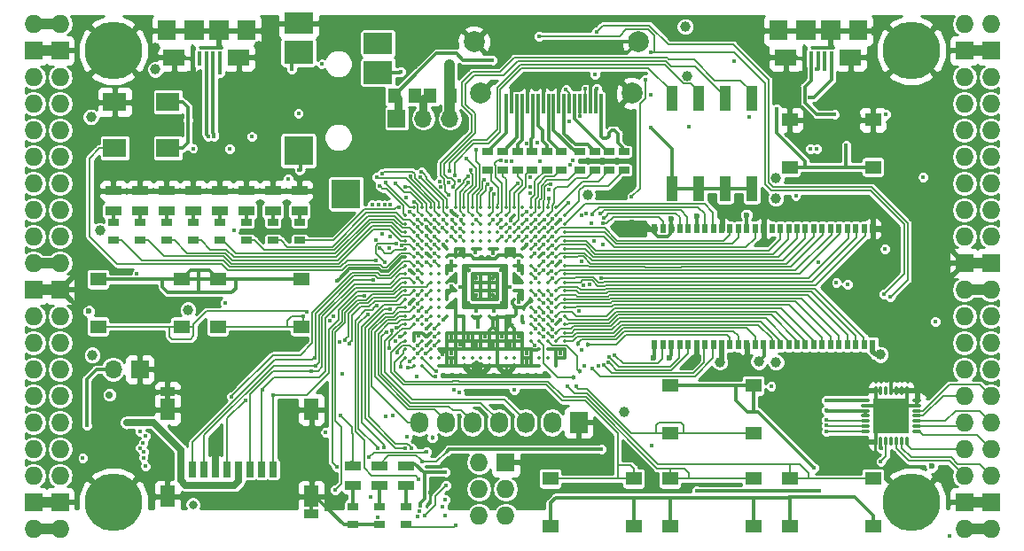
<source format=gtl>
G04 #@! TF.GenerationSoftware,KiCad,Pcbnew,5.0.0-rc2+dfsg1-3*
G04 #@! TF.CreationDate,2018-06-27T20:22:52+02:00*
G04 #@! TF.ProjectId,ulx3s,756C7833732E6B696361645F70636200,rev?*
G04 #@! TF.SameCoordinates,Original*
G04 #@! TF.FileFunction,Copper,L1,Top,Signal*
G04 #@! TF.FilePolarity,Positive*
%FSLAX46Y46*%
G04 Gerber Fmt 4.6, Leading zero omitted, Abs format (unit mm)*
G04 Created by KiCad (PCBNEW 5.0.0-rc2+dfsg1-3) date Wed Jun 27 20:22:52 2018*
%MOMM*%
%LPD*%
G01*
G04 APERTURE LIST*
G04 #@! TA.AperFunction,SMDPad,CuDef*
%ADD10R,0.560000X0.900000*%
G04 #@! TD*
G04 #@! TA.AperFunction,ComponentPad*
%ADD11O,1.727200X1.727200*%
G04 #@! TD*
G04 #@! TA.AperFunction,ComponentPad*
%ADD12R,1.727200X1.727200*%
G04 #@! TD*
G04 #@! TA.AperFunction,ComponentPad*
%ADD13C,5.500000*%
G04 #@! TD*
G04 #@! TA.AperFunction,SMDPad,CuDef*
%ADD14O,0.850000X0.300000*%
G04 #@! TD*
G04 #@! TA.AperFunction,SMDPad,CuDef*
%ADD15O,0.300000X0.850000*%
G04 #@! TD*
G04 #@! TA.AperFunction,SMDPad,CuDef*
%ADD16R,1.675000X1.675000*%
G04 #@! TD*
G04 #@! TA.AperFunction,ComponentPad*
%ADD17R,1.727200X2.032000*%
G04 #@! TD*
G04 #@! TA.AperFunction,ComponentPad*
%ADD18O,1.727200X2.032000*%
G04 #@! TD*
G04 #@! TA.AperFunction,SMDPad,CuDef*
%ADD19R,1.550000X1.300000*%
G04 #@! TD*
G04 #@! TA.AperFunction,SMDPad,CuDef*
%ADD20R,1.120000X2.440000*%
G04 #@! TD*
G04 #@! TA.AperFunction,BGAPad,CuDef*
%ADD21C,0.350000*%
G04 #@! TD*
G04 #@! TA.AperFunction,SMDPad,CuDef*
%ADD22R,2.800000X2.000000*%
G04 #@! TD*
G04 #@! TA.AperFunction,SMDPad,CuDef*
%ADD23R,2.800000X2.200000*%
G04 #@! TD*
G04 #@! TA.AperFunction,SMDPad,CuDef*
%ADD24R,2.800000X2.800000*%
G04 #@! TD*
G04 #@! TA.AperFunction,SMDPad,CuDef*
%ADD25R,0.700000X1.500000*%
G04 #@! TD*
G04 #@! TA.AperFunction,SMDPad,CuDef*
%ADD26R,1.450000X0.900000*%
G04 #@! TD*
G04 #@! TA.AperFunction,SMDPad,CuDef*
%ADD27R,1.450000X2.000000*%
G04 #@! TD*
G04 #@! TA.AperFunction,SMDPad,CuDef*
%ADD28R,2.200000X1.800000*%
G04 #@! TD*
G04 #@! TA.AperFunction,SMDPad,CuDef*
%ADD29R,1.000000X0.670000*%
G04 #@! TD*
G04 #@! TA.AperFunction,SMDPad,CuDef*
%ADD30R,1.500000X0.970000*%
G04 #@! TD*
G04 #@! TA.AperFunction,SMDPad,CuDef*
%ADD31R,0.300000X1.900000*%
G04 #@! TD*
G04 #@! TA.AperFunction,ComponentPad*
%ADD32C,2.000000*%
G04 #@! TD*
G04 #@! TA.AperFunction,ComponentPad*
%ADD33R,1.700000X1.700000*%
G04 #@! TD*
G04 #@! TA.AperFunction,ComponentPad*
%ADD34O,1.700000X1.700000*%
G04 #@! TD*
G04 #@! TA.AperFunction,SMDPad,CuDef*
%ADD35R,1.295000X1.400000*%
G04 #@! TD*
G04 #@! TA.AperFunction,SMDPad,CuDef*
%ADD36R,1.800000X1.900000*%
G04 #@! TD*
G04 #@! TA.AperFunction,SMDPad,CuDef*
%ADD37R,0.400000X1.350000*%
G04 #@! TD*
G04 #@! TA.AperFunction,SMDPad,CuDef*
%ADD38R,1.900000X1.900000*%
G04 #@! TD*
G04 #@! TA.AperFunction,SMDPad,CuDef*
%ADD39R,2.100000X1.600000*%
G04 #@! TD*
G04 #@! TA.AperFunction,ViaPad*
%ADD40C,0.400000*%
G04 #@! TD*
G04 #@! TA.AperFunction,ViaPad*
%ADD41C,0.700000*%
G04 #@! TD*
G04 #@! TA.AperFunction,ViaPad*
%ADD42C,0.454000*%
G04 #@! TD*
G04 #@! TA.AperFunction,ViaPad*
%ADD43C,0.600000*%
G04 #@! TD*
G04 #@! TA.AperFunction,ViaPad*
%ADD44C,1.000000*%
G04 #@! TD*
G04 #@! TA.AperFunction,ViaPad*
%ADD45C,0.800000*%
G04 #@! TD*
G04 #@! TA.AperFunction,Conductor*
%ADD46C,0.700000*%
G04 #@! TD*
G04 #@! TA.AperFunction,Conductor*
%ADD47C,0.300000*%
G04 #@! TD*
G04 #@! TA.AperFunction,Conductor*
%ADD48C,0.500000*%
G04 #@! TD*
G04 #@! TA.AperFunction,Conductor*
%ADD49C,1.000000*%
G04 #@! TD*
G04 #@! TA.AperFunction,Conductor*
%ADD50C,0.190000*%
G04 #@! TD*
G04 #@! TA.AperFunction,Conductor*
%ADD51C,0.800000*%
G04 #@! TD*
G04 #@! TA.AperFunction,Conductor*
%ADD52C,0.200000*%
G04 #@! TD*
G04 #@! TA.AperFunction,Conductor*
%ADD53C,0.127000*%
G04 #@! TD*
G04 #@! TA.AperFunction,Conductor*
%ADD54C,0.180000*%
G04 #@! TD*
G04 #@! TA.AperFunction,Conductor*
%ADD55C,0.254000*%
G04 #@! TD*
G04 APERTURE END LIST*
D10*
G04 #@! TO.P,U2,28*
G04 #@! TO.N,GND*
X175493000Y-82270000D03*
G04 #@! TO.P,U2,1*
G04 #@! TO.N,+3V3*
X154693000Y-93330000D03*
G04 #@! TO.P,U2,2*
G04 #@! TO.N,SDRAM_D0*
X155493000Y-93330000D03*
G04 #@! TO.P,U2,3*
G04 #@! TO.N,+3V3*
X156293000Y-93330000D03*
G04 #@! TO.P,U2,4*
G04 #@! TO.N,SDRAM_D1*
X157093000Y-93330000D03*
G04 #@! TO.P,U2,5*
G04 #@! TO.N,SDRAM_D2*
X157893000Y-93330000D03*
G04 #@! TO.P,U2,6*
G04 #@! TO.N,GND*
X158693000Y-93330000D03*
G04 #@! TO.P,U2,7*
G04 #@! TO.N,SDRAM_D3*
X159493000Y-93330000D03*
G04 #@! TO.P,U2,8*
G04 #@! TO.N,SDRAM_D4*
X160293000Y-93330000D03*
G04 #@! TO.P,U2,9*
G04 #@! TO.N,+3V3*
X161093000Y-93330000D03*
G04 #@! TO.P,U2,10*
G04 #@! TO.N,SDRAM_D5*
X161893000Y-93330000D03*
G04 #@! TO.P,U2,11*
G04 #@! TO.N,SDRAM_D6*
X162693000Y-93330000D03*
G04 #@! TO.P,U2,12*
G04 #@! TO.N,GND*
X163493000Y-93330000D03*
G04 #@! TO.P,U2,13*
G04 #@! TO.N,SDRAM_D7*
X164293000Y-93330000D03*
G04 #@! TO.P,U2,14*
G04 #@! TO.N,+3V3*
X165093000Y-93330000D03*
G04 #@! TO.P,U2,15*
G04 #@! TO.N,SDRAM_DQM0*
X165893000Y-93330000D03*
G04 #@! TO.P,U2,16*
G04 #@! TO.N,SDRAM_nWE*
X166693000Y-93330000D03*
G04 #@! TO.P,U2,17*
G04 #@! TO.N,SDRAM_nCAS*
X167493000Y-93330000D03*
G04 #@! TO.P,U2,18*
G04 #@! TO.N,SDRAM_nRAS*
X168293000Y-93330000D03*
G04 #@! TO.P,U2,19*
G04 #@! TO.N,SDRAM_nCS*
X169093000Y-93330000D03*
G04 #@! TO.P,U2,20*
G04 #@! TO.N,SDRAM_BA0*
X169893000Y-93330000D03*
G04 #@! TO.P,U2,21*
G04 #@! TO.N,SDRAM_BA1*
X170693000Y-93330000D03*
G04 #@! TO.P,U2,22*
G04 #@! TO.N,SDRAM_A10*
X171493000Y-93330000D03*
G04 #@! TO.P,U2,23*
G04 #@! TO.N,SDRAM_A0*
X172293000Y-93330000D03*
G04 #@! TO.P,U2,24*
G04 #@! TO.N,SDRAM_A1*
X173093000Y-93330000D03*
G04 #@! TO.P,U2,25*
G04 #@! TO.N,SDRAM_A2*
X173893000Y-93330000D03*
G04 #@! TO.P,U2,26*
G04 #@! TO.N,SDRAM_A3*
X174693000Y-93330000D03*
G04 #@! TO.P,U2,27*
G04 #@! TO.N,+3V3*
X175493000Y-93330000D03*
G04 #@! TO.P,U2,29*
G04 #@! TO.N,SDRAM_A4*
X174693000Y-82270000D03*
G04 #@! TO.P,U2,30*
G04 #@! TO.N,SDRAM_A5*
X173893000Y-82270000D03*
G04 #@! TO.P,U2,31*
G04 #@! TO.N,SDRAM_A6*
X173093000Y-82270000D03*
G04 #@! TO.P,U2,32*
G04 #@! TO.N,SDRAM_A7*
X172293000Y-82270000D03*
G04 #@! TO.P,U2,33*
G04 #@! TO.N,SDRAM_A8*
X171493000Y-82270000D03*
G04 #@! TO.P,U2,34*
G04 #@! TO.N,SDRAM_A9*
X170693000Y-82270000D03*
G04 #@! TO.P,U2,35*
G04 #@! TO.N,SDRAM_A11*
X169893000Y-82270000D03*
G04 #@! TO.P,U2,36*
G04 #@! TO.N,SDRAM_A12*
X169093000Y-82270000D03*
G04 #@! TO.P,U2,37*
G04 #@! TO.N,SDRAM_CKE*
X168293000Y-82270000D03*
G04 #@! TO.P,U2,38*
G04 #@! TO.N,SDRAM_CLK*
X167493000Y-82270000D03*
G04 #@! TO.P,U2,39*
G04 #@! TO.N,SDRAM_DQM1*
X166693000Y-82270000D03*
G04 #@! TO.P,U2,40*
G04 #@! TO.N,N/C*
X165893000Y-82270000D03*
G04 #@! TO.P,U2,41*
G04 #@! TO.N,GND*
X165093000Y-82270000D03*
G04 #@! TO.P,U2,42*
G04 #@! TO.N,SDRAM_D8*
X164293000Y-82270000D03*
G04 #@! TO.P,U2,43*
G04 #@! TO.N,+3V3*
X163493000Y-82270000D03*
G04 #@! TO.P,U2,44*
G04 #@! TO.N,SDRAM_D9*
X162693000Y-82270000D03*
G04 #@! TO.P,U2,45*
G04 #@! TO.N,SDRAM_D10*
X161893000Y-82270000D03*
G04 #@! TO.P,U2,46*
G04 #@! TO.N,GND*
X161093000Y-82270000D03*
G04 #@! TO.P,U2,47*
G04 #@! TO.N,SDRAM_D11*
X160293000Y-82270000D03*
G04 #@! TO.P,U2,48*
G04 #@! TO.N,SDRAM_D12*
X159493000Y-82270000D03*
G04 #@! TO.P,U2,49*
G04 #@! TO.N,+3V3*
X158693000Y-82270000D03*
G04 #@! TO.P,U2,50*
G04 #@! TO.N,SDRAM_D13*
X157893000Y-82270000D03*
G04 #@! TO.P,U2,51*
G04 #@! TO.N,SDRAM_D14*
X157093000Y-82270000D03*
G04 #@! TO.P,U2,52*
G04 #@! TO.N,GND*
X156293000Y-82270000D03*
G04 #@! TO.P,U2,53*
G04 #@! TO.N,SDRAM_D15*
X155493000Y-82270000D03*
G04 #@! TO.P,U2,54*
G04 #@! TO.N,GND*
X154693000Y-82270000D03*
G04 #@! TD*
D11*
G04 #@! TO.P,J1,1*
G04 #@! TO.N,2V5_3V3*
X97910000Y-62690000D03*
G04 #@! TO.P,J1,2*
X95370000Y-62690000D03*
D12*
G04 #@! TO.P,J1,3*
G04 #@! TO.N,GND*
X97910000Y-65230000D03*
G04 #@! TO.P,J1,4*
X95370000Y-65230000D03*
D11*
G04 #@! TO.P,J1,5*
G04 #@! TO.N,GN0*
X97910000Y-67770000D03*
G04 #@! TO.P,J1,6*
G04 #@! TO.N,GP0*
X95370000Y-67770000D03*
G04 #@! TO.P,J1,7*
G04 #@! TO.N,GN1*
X97910000Y-70310000D03*
G04 #@! TO.P,J1,8*
G04 #@! TO.N,GP1*
X95370000Y-70310000D03*
G04 #@! TO.P,J1,9*
G04 #@! TO.N,GN2*
X97910000Y-72850000D03*
G04 #@! TO.P,J1,10*
G04 #@! TO.N,GP2*
X95370000Y-72850000D03*
G04 #@! TO.P,J1,11*
G04 #@! TO.N,GN3*
X97910000Y-75390000D03*
G04 #@! TO.P,J1,12*
G04 #@! TO.N,GP3*
X95370000Y-75390000D03*
G04 #@! TO.P,J1,13*
G04 #@! TO.N,GN4*
X97910000Y-77930000D03*
G04 #@! TO.P,J1,14*
G04 #@! TO.N,GP4*
X95370000Y-77930000D03*
G04 #@! TO.P,J1,15*
G04 #@! TO.N,GN5*
X97910000Y-80470000D03*
G04 #@! TO.P,J1,16*
G04 #@! TO.N,GP5*
X95370000Y-80470000D03*
G04 #@! TO.P,J1,17*
G04 #@! TO.N,GN6*
X97910000Y-83010000D03*
G04 #@! TO.P,J1,18*
G04 #@! TO.N,GP6*
X95370000Y-83010000D03*
G04 #@! TO.P,J1,19*
G04 #@! TO.N,2V5_3V3*
X97910000Y-85550000D03*
G04 #@! TO.P,J1,20*
X95370000Y-85550000D03*
D12*
G04 #@! TO.P,J1,21*
G04 #@! TO.N,GND*
X97910000Y-88090000D03*
G04 #@! TO.P,J1,22*
X95370000Y-88090000D03*
D11*
G04 #@! TO.P,J1,23*
G04 #@! TO.N,GN7*
X97910000Y-90630000D03*
G04 #@! TO.P,J1,24*
G04 #@! TO.N,GP7*
X95370000Y-90630000D03*
G04 #@! TO.P,J1,25*
G04 #@! TO.N,GN8*
X97910000Y-93170000D03*
G04 #@! TO.P,J1,26*
G04 #@! TO.N,GP8*
X95370000Y-93170000D03*
G04 #@! TO.P,J1,27*
G04 #@! TO.N,GN9*
X97910000Y-95710000D03*
G04 #@! TO.P,J1,28*
G04 #@! TO.N,GP9*
X95370000Y-95710000D03*
G04 #@! TO.P,J1,29*
G04 #@! TO.N,GN10*
X97910000Y-98250000D03*
G04 #@! TO.P,J1,30*
G04 #@! TO.N,GP10*
X95370000Y-98250000D03*
G04 #@! TO.P,J1,31*
G04 #@! TO.N,GN11*
X97910000Y-100790000D03*
G04 #@! TO.P,J1,32*
G04 #@! TO.N,GP11*
X95370000Y-100790000D03*
G04 #@! TO.P,J1,33*
G04 #@! TO.N,GN12*
X97910000Y-103330000D03*
G04 #@! TO.P,J1,34*
G04 #@! TO.N,GP12*
X95370000Y-103330000D03*
G04 #@! TO.P,J1,35*
G04 #@! TO.N,GN13*
X97910000Y-105870000D03*
G04 #@! TO.P,J1,36*
G04 #@! TO.N,GP13*
X95370000Y-105870000D03*
D12*
G04 #@! TO.P,J1,37*
G04 #@! TO.N,GND*
X97910000Y-108410000D03*
G04 #@! TO.P,J1,38*
X95370000Y-108410000D03*
D11*
G04 #@! TO.P,J1,39*
G04 #@! TO.N,2V5_3V3*
X97910000Y-110950000D03*
G04 #@! TO.P,J1,40*
X95370000Y-110950000D03*
G04 #@! TD*
G04 #@! TO.P,J2,1*
G04 #@! TO.N,+3V3*
X184270000Y-110950000D03*
G04 #@! TO.P,J2,2*
X186810000Y-110950000D03*
D12*
G04 #@! TO.P,J2,3*
G04 #@! TO.N,GND*
X184270000Y-108410000D03*
G04 #@! TO.P,J2,4*
X186810000Y-108410000D03*
D11*
G04 #@! TO.P,J2,5*
G04 #@! TO.N,GN14*
X184270000Y-105870000D03*
G04 #@! TO.P,J2,6*
G04 #@! TO.N,GP14*
X186810000Y-105870000D03*
G04 #@! TO.P,J2,7*
G04 #@! TO.N,GN15*
X184270000Y-103330000D03*
G04 #@! TO.P,J2,8*
G04 #@! TO.N,GP15*
X186810000Y-103330000D03*
G04 #@! TO.P,J2,9*
G04 #@! TO.N,GN16*
X184270000Y-100790000D03*
G04 #@! TO.P,J2,10*
G04 #@! TO.N,GP16*
X186810000Y-100790000D03*
G04 #@! TO.P,J2,11*
G04 #@! TO.N,GN17*
X184270000Y-98250000D03*
G04 #@! TO.P,J2,12*
G04 #@! TO.N,GP17*
X186810000Y-98250000D03*
G04 #@! TO.P,J2,13*
G04 #@! TO.N,GN18*
X184270000Y-95710000D03*
G04 #@! TO.P,J2,14*
G04 #@! TO.N,GP18*
X186810000Y-95710000D03*
G04 #@! TO.P,J2,15*
G04 #@! TO.N,GN19*
X184270000Y-93170000D03*
G04 #@! TO.P,J2,16*
G04 #@! TO.N,GP19*
X186810000Y-93170000D03*
G04 #@! TO.P,J2,17*
G04 #@! TO.N,GN20*
X184270000Y-90630000D03*
G04 #@! TO.P,J2,18*
G04 #@! TO.N,GP20*
X186810000Y-90630000D03*
G04 #@! TO.P,J2,19*
G04 #@! TO.N,+3V3*
X184270000Y-88090000D03*
G04 #@! TO.P,J2,20*
X186810000Y-88090000D03*
D12*
G04 #@! TO.P,J2,21*
G04 #@! TO.N,GND*
X184270000Y-85550000D03*
G04 #@! TO.P,J2,22*
X186810000Y-85550000D03*
D11*
G04 #@! TO.P,J2,23*
G04 #@! TO.N,GN21*
X184270000Y-83010000D03*
G04 #@! TO.P,J2,24*
G04 #@! TO.N,GP21*
X186810000Y-83010000D03*
G04 #@! TO.P,J2,25*
G04 #@! TO.N,GN22*
X184270000Y-80470000D03*
G04 #@! TO.P,J2,26*
G04 #@! TO.N,GP22*
X186810000Y-80470000D03*
G04 #@! TO.P,J2,27*
G04 #@! TO.N,GN23*
X184270000Y-77930000D03*
G04 #@! TO.P,J2,28*
G04 #@! TO.N,GP23*
X186810000Y-77930000D03*
G04 #@! TO.P,J2,29*
G04 #@! TO.N,GN24*
X184270000Y-75390000D03*
G04 #@! TO.P,J2,30*
G04 #@! TO.N,GP24*
X186810000Y-75390000D03*
G04 #@! TO.P,J2,31*
G04 #@! TO.N,GN25*
X184270000Y-72850000D03*
G04 #@! TO.P,J2,32*
G04 #@! TO.N,GP25*
X186810000Y-72850000D03*
G04 #@! TO.P,J2,33*
G04 #@! TO.N,GN26*
X184270000Y-70310000D03*
G04 #@! TO.P,J2,34*
G04 #@! TO.N,GP26*
X186810000Y-70310000D03*
G04 #@! TO.P,J2,35*
G04 #@! TO.N,GN27*
X184270000Y-67770000D03*
G04 #@! TO.P,J2,36*
G04 #@! TO.N,GP27*
X186810000Y-67770000D03*
D12*
G04 #@! TO.P,J2,37*
G04 #@! TO.N,GND*
X184270000Y-65230000D03*
G04 #@! TO.P,J2,38*
X186810000Y-65230000D03*
D11*
G04 #@! TO.P,J2,39*
G04 #@! TO.N,/gpio/IN5V*
X184270000Y-62690000D03*
G04 #@! TO.P,J2,40*
G04 #@! TO.N,/gpio/OUT5V*
X186810000Y-62690000D03*
G04 #@! TD*
D13*
G04 #@! TO.P,H1,1*
G04 #@! TO.N,GND*
X102990000Y-108410000D03*
G04 #@! TD*
G04 #@! TO.P,H2,1*
G04 #@! TO.N,GND*
X179190000Y-108410000D03*
G04 #@! TD*
G04 #@! TO.P,H3,1*
G04 #@! TO.N,GND*
X179190000Y-65230000D03*
G04 #@! TD*
G04 #@! TO.P,H4,1*
G04 #@! TO.N,GND*
X102990000Y-65230000D03*
G04 #@! TD*
D12*
G04 #@! TO.P,J4,1*
G04 #@! TO.N,GND*
X140455000Y-104600000D03*
D11*
G04 #@! TO.P,J4,2*
G04 #@! TO.N,+3V3*
X137915000Y-104600000D03*
G04 #@! TO.P,J4,3*
G04 #@! TO.N,JTAG_TDI*
X140455000Y-107140000D03*
G04 #@! TO.P,J4,4*
G04 #@! TO.N,JTAG_TCK*
X137915000Y-107140000D03*
G04 #@! TO.P,J4,5*
G04 #@! TO.N,JTAG_TMS*
X140455000Y-109680000D03*
G04 #@! TO.P,J4,6*
G04 #@! TO.N,JTAG_TDO*
X137915000Y-109680000D03*
G04 #@! TD*
D14*
G04 #@! TO.P,U8,1*
G04 #@! TO.N,GP15*
X179735000Y-101655000D03*
G04 #@! TO.P,U8,2*
G04 #@! TO.N,GN16*
X179735000Y-101155000D03*
G04 #@! TO.P,U8,3*
G04 #@! TO.N,GP16*
X179735000Y-100655000D03*
G04 #@! TO.P,U8,4*
G04 #@! TO.N,GN17*
X179735000Y-100155000D03*
G04 #@! TO.P,U8,5*
G04 #@! TO.N,GP17*
X179735000Y-99655000D03*
G04 #@! TO.P,U8,6*
G04 #@! TO.N,GND*
X179735000Y-99155000D03*
G04 #@! TO.P,U8,7*
X179735000Y-98655000D03*
D15*
G04 #@! TO.P,U8,8*
X178785000Y-97705000D03*
G04 #@! TO.P,U8,9*
X178285000Y-97705000D03*
G04 #@! TO.P,U8,10*
X177785000Y-97705000D03*
G04 #@! TO.P,U8,11*
X177285000Y-97705000D03*
G04 #@! TO.P,U8,12*
G04 #@! TO.N,Net-(U8-Pad12)*
X176785000Y-97705000D03*
G04 #@! TO.P,U8,13*
G04 #@! TO.N,GND*
X176285000Y-97705000D03*
G04 #@! TO.P,U8,14*
X175785000Y-97705000D03*
D14*
G04 #@! TO.P,U8,15*
G04 #@! TO.N,+3V3*
X174835000Y-98655000D03*
G04 #@! TO.P,U8,16*
G04 #@! TO.N,GND*
X174835000Y-99155000D03*
G04 #@! TO.P,U8,17*
G04 #@! TO.N,+3V3*
X174835000Y-99655000D03*
G04 #@! TO.P,U8,18*
X174835000Y-100155000D03*
G04 #@! TO.P,U8,19*
G04 #@! TO.N,ADC_SCLK*
X174835000Y-100655000D03*
G04 #@! TO.P,U8,20*
G04 #@! TO.N,ADC_CSn*
X174835000Y-101155000D03*
G04 #@! TO.P,U8,21*
G04 #@! TO.N,ADC_MOSI*
X174835000Y-101655000D03*
D15*
G04 #@! TO.P,U8,22*
G04 #@! TO.N,GND*
X175785000Y-102605000D03*
G04 #@! TO.P,U8,23*
G04 #@! TO.N,+3V3*
X176285000Y-102605000D03*
G04 #@! TO.P,U8,24*
G04 #@! TO.N,ADC_MISO*
X176785000Y-102605000D03*
G04 #@! TO.P,U8,25*
G04 #@! TO.N,Net-(U8-Pad25)*
X177285000Y-102605000D03*
G04 #@! TO.P,U8,26*
G04 #@! TO.N,GN14*
X177785000Y-102605000D03*
G04 #@! TO.P,U8,27*
G04 #@! TO.N,GP14*
X178285000Y-102605000D03*
G04 #@! TO.P,U8,28*
G04 #@! TO.N,GN15*
X178785000Y-102605000D03*
D16*
G04 #@! TO.P,U8,29*
G04 #@! TO.N,GND*
X176447500Y-99317500D03*
X176447500Y-100992500D03*
X178122500Y-99317500D03*
X178122500Y-100992500D03*
G04 #@! TD*
D17*
G04 #@! TO.P,OLED1,1*
G04 #@! TO.N,GND*
X147440000Y-100790000D03*
D18*
G04 #@! TO.P,OLED1,2*
G04 #@! TO.N,+3V3*
X144900000Y-100790000D03*
G04 #@! TO.P,OLED1,3*
G04 #@! TO.N,OLED_CLK*
X142360000Y-100790000D03*
G04 #@! TO.P,OLED1,4*
G04 #@! TO.N,OLED_MOSI*
X139820000Y-100790000D03*
G04 #@! TO.P,OLED1,5*
G04 #@! TO.N,OLED_RES*
X137280000Y-100790000D03*
G04 #@! TO.P,OLED1,6*
G04 #@! TO.N,OLED_DC*
X134740000Y-100790000D03*
G04 #@! TO.P,OLED1,7*
G04 #@! TO.N,OLED_CS*
X132200000Y-100790000D03*
G04 #@! TD*
D19*
G04 #@! TO.P,BTN0,2*
G04 #@! TO.N,GND*
X175550000Y-71870000D03*
G04 #@! TO.P,BTN0,1*
G04 #@! TO.N,/power/PWRBTn*
X175550000Y-76370000D03*
X167590000Y-76370000D03*
G04 #@! TO.P,BTN0,2*
G04 #@! TO.N,GND*
X167590000Y-71870000D03*
G04 #@! TD*
G04 #@! TO.P,BTN1,2*
G04 #@! TO.N,BTN_F1*
X101550000Y-91610000D03*
G04 #@! TO.P,BTN1,1*
G04 #@! TO.N,/blinkey/BTNPUL*
X101550000Y-87110000D03*
X109510000Y-87110000D03*
G04 #@! TO.P,BTN1,2*
G04 #@! TO.N,BTN_F1*
X109510000Y-91610000D03*
G04 #@! TD*
G04 #@! TO.P,BTN2,2*
G04 #@! TO.N,BTN_F2*
X112980000Y-91610000D03*
G04 #@! TO.P,BTN2,1*
G04 #@! TO.N,/blinkey/BTNPUL*
X112980000Y-87110000D03*
X120940000Y-87110000D03*
G04 #@! TO.P,BTN2,2*
G04 #@! TO.N,BTN_F2*
X120940000Y-91610000D03*
G04 #@! TD*
G04 #@! TO.P,BTN3,2*
G04 #@! TO.N,BTN_U*
X156160000Y-101770000D03*
G04 #@! TO.P,BTN3,1*
G04 #@! TO.N,/blinkey/BTNPUR*
X156160000Y-97270000D03*
X164120000Y-97270000D03*
G04 #@! TO.P,BTN3,2*
G04 #@! TO.N,BTN_U*
X164120000Y-101770000D03*
G04 #@! TD*
G04 #@! TO.P,BTN4,2*
G04 #@! TO.N,BTN_D*
X164120000Y-106160000D03*
G04 #@! TO.P,BTN4,1*
G04 #@! TO.N,/blinkey/BTNPUR*
X164120000Y-110660000D03*
X156160000Y-110660000D03*
G04 #@! TO.P,BTN4,2*
G04 #@! TO.N,BTN_D*
X156160000Y-106160000D03*
G04 #@! TD*
G04 #@! TO.P,BTN5,2*
G04 #@! TO.N,BTN_L*
X152690000Y-106160000D03*
G04 #@! TO.P,BTN5,1*
G04 #@! TO.N,/blinkey/BTNPUR*
X152690000Y-110660000D03*
X144730000Y-110660000D03*
G04 #@! TO.P,BTN5,2*
G04 #@! TO.N,BTN_L*
X144730000Y-106160000D03*
G04 #@! TD*
G04 #@! TO.P,BTN6,2*
G04 #@! TO.N,BTN_R*
X175550000Y-106160000D03*
G04 #@! TO.P,BTN6,1*
G04 #@! TO.N,/blinkey/BTNPUR*
X175550000Y-110660000D03*
X167590000Y-110660000D03*
G04 #@! TO.P,BTN6,2*
G04 #@! TO.N,BTN_R*
X167590000Y-106160000D03*
G04 #@! TD*
D20*
G04 #@! TO.P,SW1,1*
G04 #@! TO.N,/blinkey/SWPU*
X156330000Y-78425000D03*
G04 #@! TO.P,SW1,5*
G04 #@! TO.N,SW4*
X163950000Y-69815000D03*
G04 #@! TO.P,SW1,2*
G04 #@! TO.N,/blinkey/SWPU*
X158870000Y-78425000D03*
G04 #@! TO.P,SW1,6*
G04 #@! TO.N,SW3*
X161410000Y-69815000D03*
G04 #@! TO.P,SW1,3*
G04 #@! TO.N,/blinkey/SWPU*
X161410000Y-78425000D03*
G04 #@! TO.P,SW1,7*
G04 #@! TO.N,SW2*
X158870000Y-69815000D03*
G04 #@! TO.P,SW1,4*
G04 #@! TO.N,/blinkey/SWPU*
X163950000Y-78425000D03*
G04 #@! TO.P,SW1,8*
G04 #@! TO.N,SW1*
X156330000Y-69815000D03*
G04 #@! TD*
D21*
G04 #@! TO.P,U1,A2*
G04 #@! TO.N,GP9*
X131680000Y-80200000D03*
G04 #@! TO.P,U1,A3*
G04 #@! TO.N,AUDIO_R0*
X132480000Y-80200000D03*
G04 #@! TO.P,U1,A4*
G04 #@! TO.N,GP8*
X133280000Y-80200000D03*
G04 #@! TO.P,U1,A5*
G04 #@! TO.N,GN8*
X134080000Y-80200000D03*
G04 #@! TO.P,U1,A6*
G04 #@! TO.N,GP7*
X134880000Y-80200000D03*
G04 #@! TO.P,U1,A7*
G04 #@! TO.N,GP4*
X135680000Y-80200000D03*
G04 #@! TO.P,U1,A8*
G04 #@! TO.N,GN4*
X136480000Y-80200000D03*
G04 #@! TO.P,U1,A9*
G04 #@! TO.N,GP2*
X137280000Y-80200000D03*
G04 #@! TO.P,U1,A10*
G04 #@! TO.N,GP1*
X138080000Y-80200000D03*
G04 #@! TO.P,U1,A11*
G04 #@! TO.N,GN1*
X138880000Y-80200000D03*
G04 #@! TO.P,U1,A12*
G04 #@! TO.N,FPDI_D2+*
X139680000Y-80200000D03*
G04 #@! TO.P,U1,A13*
G04 #@! TO.N,FPDI_D2-*
X140480000Y-80200000D03*
G04 #@! TO.P,U1,A14*
G04 #@! TO.N,FPDI_D1+*
X141280000Y-80200000D03*
G04 #@! TO.P,U1,A15*
G04 #@! TO.N,Net-(U1-PadA15)*
X142080000Y-80200000D03*
G04 #@! TO.P,U1,A16*
G04 #@! TO.N,FPDI_D0+*
X142880000Y-80200000D03*
G04 #@! TO.P,U1,A17*
G04 #@! TO.N,FPDI_CLK+*
X143680000Y-80200000D03*
G04 #@! TO.P,U1,A18*
G04 #@! TO.N,/gpdi/FPDI_CEC*
X144480000Y-80200000D03*
G04 #@! TO.P,U1,A19*
G04 #@! TO.N,FPDI_ETH+*
X145280000Y-80200000D03*
G04 #@! TO.P,U1,B1*
G04 #@! TO.N,GN9*
X130880000Y-81000000D03*
G04 #@! TO.P,U1,B2*
G04 #@! TO.N,LED0*
X131680000Y-81000000D03*
G04 #@! TO.P,U1,B3*
G04 #@! TO.N,AUDIO_L3*
X132480000Y-81000000D03*
G04 #@! TO.P,U1,B4*
G04 #@! TO.N,GN10*
X133280000Y-81000000D03*
G04 #@! TO.P,U1,B5*
G04 #@! TO.N,AUDIO_R1*
X134080000Y-81000000D03*
G04 #@! TO.P,U1,B6*
G04 #@! TO.N,GN7*
X134880000Y-81000000D03*
G04 #@! TO.P,U1,B7*
G04 #@! TO.N,GND*
X135680000Y-81000000D03*
G04 #@! TO.P,U1,B8*
G04 #@! TO.N,GN5*
X136480000Y-81000000D03*
G04 #@! TO.P,U1,B9*
G04 #@! TO.N,GP3*
X137280000Y-81000000D03*
G04 #@! TO.P,U1,B10*
G04 #@! TO.N,GN2*
X138080000Y-81000000D03*
G04 #@! TO.P,U1,B11*
G04 #@! TO.N,GP0*
X138880000Y-81000000D03*
G04 #@! TO.P,U1,B12*
G04 #@! TO.N,USB_FPGA_PULL_D+*
X139680000Y-81000000D03*
G04 #@! TO.P,U1,B13*
G04 #@! TO.N,GP26*
X140480000Y-81000000D03*
G04 #@! TO.P,U1,B14*
G04 #@! TO.N,GND*
X141280000Y-81000000D03*
G04 #@! TO.P,U1,B15*
G04 #@! TO.N,GP22*
X142080000Y-81000000D03*
G04 #@! TO.P,U1,B16*
G04 #@! TO.N,FPDI_D0-*
X142880000Y-81000000D03*
G04 #@! TO.P,U1,B17*
G04 #@! TO.N,GP23*
X143680000Y-81000000D03*
G04 #@! TO.P,U1,B18*
G04 #@! TO.N,FPDI_CLK-*
X144480000Y-81000000D03*
G04 #@! TO.P,U1,B19*
G04 #@! TO.N,FPDI_SDA*
X145280000Y-81000000D03*
G04 #@! TO.P,U1,B20*
G04 #@! TO.N,FPDI_ETH-*
X146080000Y-81000000D03*
G04 #@! TO.P,U1,C1*
G04 #@! TO.N,LED2*
X130880000Y-81800000D03*
G04 #@! TO.P,U1,C2*
G04 #@! TO.N,LED1*
X131680000Y-81800000D03*
G04 #@! TO.P,U1,C3*
G04 #@! TO.N,AUDIO_L2*
X132480000Y-81800000D03*
G04 #@! TO.P,U1,C4*
G04 #@! TO.N,GP10*
X133280000Y-81800000D03*
G04 #@! TO.P,U1,C5*
G04 #@! TO.N,AUDIO_R3*
X134080000Y-81800000D03*
G04 #@! TO.P,U1,C6*
G04 #@! TO.N,GP6*
X134880000Y-81800000D03*
G04 #@! TO.P,U1,C7*
G04 #@! TO.N,GN6*
X135680000Y-81800000D03*
G04 #@! TO.P,U1,C8*
G04 #@! TO.N,GP5*
X136480000Y-81800000D03*
G04 #@! TO.P,U1,C9*
G04 #@! TO.N,Net-(U1-PadC9)*
X137280000Y-81800000D03*
G04 #@! TO.P,U1,C10*
G04 #@! TO.N,GN3*
X138080000Y-81800000D03*
G04 #@! TO.P,U1,C11*
G04 #@! TO.N,GN0*
X138880000Y-81800000D03*
G04 #@! TO.P,U1,C12*
G04 #@! TO.N,USB_FPGA_PULL_D-*
X139680000Y-81800000D03*
G04 #@! TO.P,U1,C13*
G04 #@! TO.N,GN26*
X140480000Y-81800000D03*
G04 #@! TO.P,U1,C14*
G04 #@! TO.N,FPDI_D1-*
X141280000Y-81800000D03*
G04 #@! TO.P,U1,C15*
G04 #@! TO.N,GN22*
X142080000Y-81800000D03*
G04 #@! TO.P,U1,C16*
G04 #@! TO.N,GP24*
X142880000Y-81800000D03*
G04 #@! TO.P,U1,C17*
G04 #@! TO.N,GN23*
X143680000Y-81800000D03*
G04 #@! TO.P,U1,C18*
G04 #@! TO.N,GP21*
X144480000Y-81800000D03*
G04 #@! TO.P,U1,C19*
G04 #@! TO.N,GND*
X145280000Y-81800000D03*
G04 #@! TO.P,U1,C20*
G04 #@! TO.N,SDRAM_D11*
X146080000Y-81800000D03*
G04 #@! TO.P,U1,D1*
G04 #@! TO.N,LED4*
X130880000Y-82600000D03*
G04 #@! TO.P,U1,D2*
G04 #@! TO.N,LED3*
X131680000Y-82600000D03*
G04 #@! TO.P,U1,D3*
G04 #@! TO.N,AUDIO_L1*
X132480000Y-82600000D03*
G04 #@! TO.P,U1,D4*
G04 #@! TO.N,GND*
X133280000Y-82600000D03*
G04 #@! TO.P,U1,D5*
G04 #@! TO.N,AUDIO_R2*
X134080000Y-82600000D03*
G04 #@! TO.P,U1,D6*
G04 #@! TO.N,BTN_PWRn*
X134880000Y-82600000D03*
G04 #@! TO.P,U1,D7*
G04 #@! TO.N,SW3*
X135680000Y-82600000D03*
G04 #@! TO.P,U1,D8*
G04 #@! TO.N,SW2*
X136480000Y-82600000D03*
G04 #@! TO.P,U1,D9*
G04 #@! TO.N,Net-(U1-PadD9)*
X137280000Y-82600000D03*
G04 #@! TO.P,U1,D10*
G04 #@! TO.N,Net-(U1-PadD10)*
X138080000Y-82600000D03*
G04 #@! TO.P,U1,D11*
G04 #@! TO.N,Net-(U1-PadD11)*
X138880000Y-82600000D03*
G04 #@! TO.P,U1,D12*
G04 #@! TO.N,Net-(U1-PadD12)*
X139680000Y-82600000D03*
G04 #@! TO.P,U1,D13*
G04 #@! TO.N,GP27*
X140480000Y-82600000D03*
G04 #@! TO.P,U1,D14*
G04 #@! TO.N,GP25*
X141280000Y-82600000D03*
G04 #@! TO.P,U1,D15*
G04 #@! TO.N,USB_FPGA_D+*
X142080000Y-82600000D03*
G04 #@! TO.P,U1,D16*
G04 #@! TO.N,GN24*
X142880000Y-82600000D03*
G04 #@! TO.P,U1,D17*
G04 #@! TO.N,GN21*
X143680000Y-82600000D03*
G04 #@! TO.P,U1,D18*
G04 #@! TO.N,GP20*
X144480000Y-82600000D03*
G04 #@! TO.P,U1,D19*
G04 #@! TO.N,SDRAM_D10*
X145280000Y-82600000D03*
G04 #@! TO.P,U1,D20*
G04 #@! TO.N,SDRAM_D9*
X146080000Y-82600000D03*
G04 #@! TO.P,U1,E1*
G04 #@! TO.N,LED6*
X130880000Y-83400000D03*
G04 #@! TO.P,U1,E2*
G04 #@! TO.N,LED5*
X131680000Y-83400000D03*
G04 #@! TO.P,U1,E3*
G04 #@! TO.N,GN11*
X132480000Y-83400000D03*
G04 #@! TO.P,U1,E4*
G04 #@! TO.N,AUDIO_L0*
X133280000Y-83400000D03*
G04 #@! TO.P,U1,E5*
G04 #@! TO.N,AUDIO_V3*
X134080000Y-83400000D03*
G04 #@! TO.P,U1,E6*
G04 #@! TO.N,Net-(U1-PadE6)*
X134880000Y-83400000D03*
G04 #@! TO.P,U1,E7*
G04 #@! TO.N,SW4*
X135680000Y-83400000D03*
G04 #@! TO.P,U1,E8*
G04 #@! TO.N,SW1*
X136480000Y-83400000D03*
G04 #@! TO.P,U1,E9*
G04 #@! TO.N,Net-(U1-PadE9)*
X137280000Y-83400000D03*
G04 #@! TO.P,U1,E10*
G04 #@! TO.N,Net-(U1-PadE10)*
X138080000Y-83400000D03*
G04 #@! TO.P,U1,E11*
G04 #@! TO.N,Net-(U1-PadE11)*
X138880000Y-83400000D03*
G04 #@! TO.P,U1,E12*
G04 #@! TO.N,FPDI_SCL*
X139680000Y-83400000D03*
G04 #@! TO.P,U1,E13*
G04 #@! TO.N,GN27*
X140480000Y-83400000D03*
G04 #@! TO.P,U1,E14*
G04 #@! TO.N,GN25*
X141280000Y-83400000D03*
G04 #@! TO.P,U1,E15*
G04 #@! TO.N,USB_FPGA_D-*
X142080000Y-83400000D03*
G04 #@! TO.P,U1,E16*
G04 #@! TO.N,USB_FPGA_D+*
X142880000Y-83400000D03*
G04 #@! TO.P,U1,E17*
G04 #@! TO.N,GN20*
X143680000Y-83400000D03*
G04 #@! TO.P,U1,E18*
G04 #@! TO.N,SDRAM_D12*
X144480000Y-83400000D03*
G04 #@! TO.P,U1,E19*
G04 #@! TO.N,SDRAM_D8*
X145280000Y-83400000D03*
G04 #@! TO.P,U1,E20*
G04 #@! TO.N,SDRAM_DQM1*
X146080000Y-83400000D03*
G04 #@! TO.P,U1,F1*
G04 #@! TO.N,WIFI_EN*
X130880000Y-84200000D03*
G04 #@! TO.P,U1,F2*
G04 #@! TO.N,AUDIO_V1*
X131680000Y-84200000D03*
G04 #@! TO.P,U1,F3*
G04 #@! TO.N,GN12*
X132480000Y-84200000D03*
G04 #@! TO.P,U1,F4*
G04 #@! TO.N,GP11*
X133280000Y-84200000D03*
G04 #@! TO.P,U1,F5*
G04 #@! TO.N,AUDIO_V2*
X134080000Y-84200000D03*
G04 #@! TO.P,U1,F6*
G04 #@! TO.N,+2V5*
X134880000Y-84200000D03*
G04 #@! TO.P,U1,F7*
G04 #@! TO.N,GND*
X135680000Y-84200000D03*
G04 #@! TO.P,U1,F8*
X136480000Y-84200000D03*
G04 #@! TO.P,U1,F9*
G04 #@! TO.N,2V5_3V3*
X137280000Y-84200000D03*
G04 #@! TO.P,U1,F10*
X138080000Y-84200000D03*
G04 #@! TO.P,U1,F11*
G04 #@! TO.N,+3V3*
X138880000Y-84200000D03*
G04 #@! TO.P,U1,F12*
X139680000Y-84200000D03*
G04 #@! TO.P,U1,F13*
G04 #@! TO.N,GND*
X140480000Y-84200000D03*
G04 #@! TO.P,U1,F14*
X141280000Y-84200000D03*
G04 #@! TO.P,U1,F15*
G04 #@! TO.N,+2V5*
X142080000Y-84200000D03*
G04 #@! TO.P,U1,F16*
G04 #@! TO.N,USB_FPGA_D-*
X142880000Y-84200000D03*
G04 #@! TO.P,U1,F17*
G04 #@! TO.N,GP19*
X143680000Y-84200000D03*
G04 #@! TO.P,U1,F18*
G04 #@! TO.N,SDRAM_D13*
X144480000Y-84200000D03*
G04 #@! TO.P,U1,F19*
G04 #@! TO.N,SDRAM_CLK*
X145280000Y-84200000D03*
G04 #@! TO.P,U1,F20*
G04 #@! TO.N,SDRAM_CKE*
X146080000Y-84200000D03*
G04 #@! TO.P,U1,G1*
G04 #@! TO.N,/usb/ANT_433MHz*
X130880000Y-85000000D03*
G04 #@! TO.P,U1,G2*
G04 #@! TO.N,CLK_25MHz*
X131680000Y-85000000D03*
G04 #@! TO.P,U1,G3*
G04 #@! TO.N,GP12*
X132480000Y-85000000D03*
G04 #@! TO.P,U1,G4*
G04 #@! TO.N,GND*
X133280000Y-85000000D03*
G04 #@! TO.P,U1,G5*
G04 #@! TO.N,GN13*
X134080000Y-85000000D03*
G04 #@! TO.P,U1,G6*
G04 #@! TO.N,GND*
X134880000Y-85000000D03*
G04 #@! TO.P,U1,G7*
X135680000Y-85000000D03*
G04 #@! TO.P,U1,G8*
X136480000Y-85000000D03*
G04 #@! TO.P,U1,G9*
X137280000Y-85000000D03*
G04 #@! TO.P,U1,G10*
X138080000Y-85000000D03*
G04 #@! TO.P,U1,G11*
X138880000Y-85000000D03*
G04 #@! TO.P,U1,G12*
X139680000Y-85000000D03*
G04 #@! TO.P,U1,G13*
X140480000Y-85000000D03*
G04 #@! TO.P,U1,G14*
X141280000Y-85000000D03*
G04 #@! TO.P,U1,G15*
X142080000Y-85000000D03*
G04 #@! TO.P,U1,G16*
G04 #@! TO.N,SHUTDOWN*
X142880000Y-85000000D03*
G04 #@! TO.P,U1,G17*
G04 #@! TO.N,GND*
X143680000Y-85000000D03*
G04 #@! TO.P,U1,G18*
G04 #@! TO.N,GN19*
X144480000Y-85000000D03*
G04 #@! TO.P,U1,G19*
G04 #@! TO.N,SDRAM_A12*
X145280000Y-85000000D03*
G04 #@! TO.P,U1,G20*
G04 #@! TO.N,SDRAM_A11*
X146080000Y-85000000D03*
G04 #@! TO.P,U1,H1*
G04 #@! TO.N,SD_D1*
X130880000Y-85800000D03*
G04 #@! TO.P,U1,H2*
G04 #@! TO.N,SD_CLK*
X131680000Y-85800000D03*
G04 #@! TO.P,U1,H3*
G04 #@! TO.N,LED7*
X132480000Y-85800000D03*
G04 #@! TO.P,U1,H4*
G04 #@! TO.N,GP13*
X133280000Y-85800000D03*
G04 #@! TO.P,U1,H5*
G04 #@! TO.N,AUDIO_V0*
X134080000Y-85800000D03*
G04 #@! TO.P,U1,H6*
G04 #@! TO.N,2V5_3V3*
X134880000Y-85800000D03*
G04 #@! TO.P,U1,H7*
X135680000Y-85800000D03*
G04 #@! TO.P,U1,H8*
G04 #@! TO.N,+1V1*
X136480000Y-85800000D03*
G04 #@! TO.P,U1,H9*
X137280000Y-85800000D03*
G04 #@! TO.P,U1,H10*
X138080000Y-85800000D03*
G04 #@! TO.P,U1,H11*
X138880000Y-85800000D03*
G04 #@! TO.P,U1,H12*
X139680000Y-85800000D03*
G04 #@! TO.P,U1,H13*
X140480000Y-85800000D03*
G04 #@! TO.P,U1,H14*
G04 #@! TO.N,+3V3*
X141280000Y-85800000D03*
G04 #@! TO.P,U1,H15*
X142080000Y-85800000D03*
G04 #@! TO.P,U1,H16*
G04 #@! TO.N,BTN_R*
X142880000Y-85800000D03*
G04 #@! TO.P,U1,H17*
G04 #@! TO.N,GN18*
X143680000Y-85800000D03*
G04 #@! TO.P,U1,H18*
G04 #@! TO.N,GP18*
X144480000Y-85800000D03*
G04 #@! TO.P,U1,H19*
G04 #@! TO.N,GND*
X145280000Y-85800000D03*
G04 #@! TO.P,U1,H20*
G04 #@! TO.N,SDRAM_A9*
X146080000Y-85800000D03*
G04 #@! TO.P,U1,J1*
G04 #@! TO.N,SD_CMD*
X130880000Y-86600000D03*
G04 #@! TO.P,U1,J2*
G04 #@! TO.N,GND*
X131680000Y-86600000D03*
G04 #@! TO.P,U1,J3*
G04 #@! TO.N,SD_D0*
X132480000Y-86600000D03*
G04 #@! TO.P,U1,J4*
G04 #@! TO.N,Net-(U1-PadJ4)*
X133280000Y-86600000D03*
G04 #@! TO.P,U1,J5*
G04 #@! TO.N,Net-(U1-PadJ5)*
X134080000Y-86600000D03*
G04 #@! TO.P,U1,J6*
G04 #@! TO.N,2V5_3V3*
X134880000Y-86600000D03*
G04 #@! TO.P,U1,J7*
G04 #@! TO.N,GND*
X135680000Y-86600000D03*
G04 #@! TO.P,U1,J8*
G04 #@! TO.N,+1V1*
X136480000Y-86600000D03*
G04 #@! TO.P,U1,J9*
G04 #@! TO.N,GND*
X137280000Y-86600000D03*
G04 #@! TO.P,U1,J10*
X138080000Y-86600000D03*
G04 #@! TO.P,U1,J11*
X138880000Y-86600000D03*
G04 #@! TO.P,U1,J12*
X139680000Y-86600000D03*
G04 #@! TO.P,U1,J13*
G04 #@! TO.N,+1V1*
X140480000Y-86600000D03*
G04 #@! TO.P,U1,J14*
G04 #@! TO.N,GND*
X141280000Y-86600000D03*
G04 #@! TO.P,U1,J15*
G04 #@! TO.N,+3V3*
X142080000Y-86600000D03*
G04 #@! TO.P,U1,J16*
G04 #@! TO.N,SDRAM_D0*
X142880000Y-86600000D03*
G04 #@! TO.P,U1,J17*
G04 #@! TO.N,SDRAM_D15*
X143680000Y-86600000D03*
G04 #@! TO.P,U1,J18*
G04 #@! TO.N,SDRAM_D14*
X144480000Y-86600000D03*
G04 #@! TO.P,U1,J19*
G04 #@! TO.N,SDRAM_A8*
X145280000Y-86600000D03*
G04 #@! TO.P,U1,J20*
G04 #@! TO.N,SDRAM_A7*
X146080000Y-86600000D03*
G04 #@! TO.P,U1,K1*
G04 #@! TO.N,SD_D2*
X130880000Y-87400000D03*
G04 #@! TO.P,U1,K2*
G04 #@! TO.N,SD_D3*
X131680000Y-87400000D03*
G04 #@! TO.P,U1,K3*
G04 #@! TO.N,WIFI_RXD*
X132480000Y-87400000D03*
G04 #@! TO.P,U1,K4*
G04 #@! TO.N,WIFI_TXD*
X133280000Y-87400000D03*
G04 #@! TO.P,U1,K5*
G04 #@! TO.N,Net-(U1-PadK5)*
X134080000Y-87400000D03*
G04 #@! TO.P,U1,K6*
G04 #@! TO.N,GND*
X134880000Y-87400000D03*
G04 #@! TO.P,U1,K7*
X135680000Y-87400000D03*
G04 #@! TO.P,U1,K8*
G04 #@! TO.N,+1V1*
X136480000Y-87400000D03*
G04 #@! TO.P,U1,K9*
G04 #@! TO.N,GND*
X137280000Y-87400000D03*
G04 #@! TO.P,U1,K10*
X138080000Y-87400000D03*
G04 #@! TO.P,U1,K11*
X138880000Y-87400000D03*
G04 #@! TO.P,U1,K12*
X139680000Y-87400000D03*
G04 #@! TO.P,U1,K13*
G04 #@! TO.N,+1V1*
X140480000Y-87400000D03*
G04 #@! TO.P,U1,K14*
G04 #@! TO.N,GND*
X141280000Y-87400000D03*
G04 #@! TO.P,U1,K15*
X142080000Y-87400000D03*
G04 #@! TO.P,U1,K16*
G04 #@! TO.N,Net-(U1-PadK16)*
X142880000Y-87400000D03*
G04 #@! TO.P,U1,K17*
G04 #@! TO.N,Net-(U1-PadK17)*
X143680000Y-87400000D03*
G04 #@! TO.P,U1,K18*
G04 #@! TO.N,SDRAM_A6*
X144480000Y-87400000D03*
G04 #@! TO.P,U1,K19*
G04 #@! TO.N,SDRAM_A5*
X145280000Y-87400000D03*
G04 #@! TO.P,U1,K20*
G04 #@! TO.N,SDRAM_A4*
X146080000Y-87400000D03*
G04 #@! TO.P,U1,L1*
G04 #@! TO.N,WIFI_GPIO16*
X130880000Y-88200000D03*
G04 #@! TO.P,U1,L2*
G04 #@! TO.N,WIFI_GPIO0*
X131680000Y-88200000D03*
G04 #@! TO.P,U1,L3*
G04 #@! TO.N,FTDI_TXDEN*
X132480000Y-88200000D03*
G04 #@! TO.P,U1,L4*
G04 #@! TO.N,FTDI_RXD*
X133280000Y-88200000D03*
G04 #@! TO.P,U1,L5*
G04 #@! TO.N,Net-(U1-PadL5)*
X134080000Y-88200000D03*
G04 #@! TO.P,U1,L6*
G04 #@! TO.N,+3V3*
X134880000Y-88200000D03*
G04 #@! TO.P,U1,L7*
X135680000Y-88200000D03*
G04 #@! TO.P,U1,L8*
G04 #@! TO.N,+1V1*
X136480000Y-88200000D03*
G04 #@! TO.P,U1,L9*
G04 #@! TO.N,GND*
X137280000Y-88200000D03*
G04 #@! TO.P,U1,L10*
X138080000Y-88200000D03*
G04 #@! TO.P,U1,L11*
X138880000Y-88200000D03*
G04 #@! TO.P,U1,L12*
X139680000Y-88200000D03*
G04 #@! TO.P,U1,L13*
G04 #@! TO.N,+1V1*
X140480000Y-88200000D03*
G04 #@! TO.P,U1,L14*
G04 #@! TO.N,+3V3*
X141280000Y-88200000D03*
G04 #@! TO.P,U1,L15*
X142080000Y-88200000D03*
G04 #@! TO.P,U1,L16*
G04 #@! TO.N,GP17*
X142880000Y-88200000D03*
G04 #@! TO.P,U1,L17*
G04 #@! TO.N,GN17*
X143680000Y-88200000D03*
G04 #@! TO.P,U1,L18*
G04 #@! TO.N,SDRAM_D1*
X144480000Y-88200000D03*
G04 #@! TO.P,U1,L19*
G04 #@! TO.N,SDRAM_A3*
X145280000Y-88200000D03*
G04 #@! TO.P,U1,L20*
G04 #@! TO.N,SDRAM_A2*
X146080000Y-88200000D03*
G04 #@! TO.P,U1,M1*
G04 #@! TO.N,FTDI_TXD*
X130880000Y-89000000D03*
G04 #@! TO.P,U1,M2*
G04 #@! TO.N,GND*
X131680000Y-89000000D03*
G04 #@! TO.P,U1,M3*
G04 #@! TO.N,FTDI_nRTS*
X132480000Y-89000000D03*
G04 #@! TO.P,U1,M4*
G04 #@! TO.N,Net-(U1-PadM4)*
X133280000Y-89000000D03*
G04 #@! TO.P,U1,M5*
G04 #@! TO.N,Net-(U1-PadM5)*
X134080000Y-89000000D03*
G04 #@! TO.P,U1,M6*
G04 #@! TO.N,+3V3*
X134880000Y-89000000D03*
G04 #@! TO.P,U1,M7*
G04 #@! TO.N,GND*
X135680000Y-89000000D03*
G04 #@! TO.P,U1,M8*
G04 #@! TO.N,+1V1*
X136480000Y-89000000D03*
G04 #@! TO.P,U1,M9*
G04 #@! TO.N,GND*
X137280000Y-89000000D03*
G04 #@! TO.P,U1,M10*
X138080000Y-89000000D03*
G04 #@! TO.P,U1,M11*
X138880000Y-89000000D03*
G04 #@! TO.P,U1,M12*
X139680000Y-89000000D03*
G04 #@! TO.P,U1,M13*
G04 #@! TO.N,+1V1*
X140480000Y-89000000D03*
G04 #@! TO.P,U1,M14*
G04 #@! TO.N,GND*
X141280000Y-89000000D03*
G04 #@! TO.P,U1,M15*
G04 #@! TO.N,+3V3*
X142080000Y-89000000D03*
G04 #@! TO.P,U1,M16*
G04 #@! TO.N,GND*
X142880000Y-89000000D03*
G04 #@! TO.P,U1,M17*
G04 #@! TO.N,GN16*
X143680000Y-89000000D03*
G04 #@! TO.P,U1,M18*
G04 #@! TO.N,SDRAM_D2*
X144480000Y-89000000D03*
G04 #@! TO.P,U1,M19*
G04 #@! TO.N,SDRAM_A1*
X145280000Y-89000000D03*
G04 #@! TO.P,U1,M20*
G04 #@! TO.N,SDRAM_A0*
X146080000Y-89000000D03*
G04 #@! TO.P,U1,N1*
G04 #@! TO.N,FTDI_nDTR*
X130880000Y-89800000D03*
G04 #@! TO.P,U1,N2*
G04 #@! TO.N,OLED_CS*
X131680000Y-89800000D03*
G04 #@! TO.P,U1,N3*
G04 #@! TO.N,WIFI_GPIO17*
X132480000Y-89800000D03*
G04 #@! TO.P,U1,N4*
G04 #@! TO.N,WIFI_GPIO5*
X133280000Y-89800000D03*
G04 #@! TO.P,U1,N5*
G04 #@! TO.N,SD_CD*
X134080000Y-89800000D03*
G04 #@! TO.P,U1,N6*
G04 #@! TO.N,GND*
X134880000Y-89800000D03*
G04 #@! TO.P,U1,N7*
X135680000Y-89800000D03*
G04 #@! TO.P,U1,N8*
G04 #@! TO.N,+1V1*
X136480000Y-89800000D03*
G04 #@! TO.P,U1,N9*
X137280000Y-89800000D03*
G04 #@! TO.P,U1,N10*
X138080000Y-89800000D03*
G04 #@! TO.P,U1,N11*
X138880000Y-89800000D03*
G04 #@! TO.P,U1,N12*
X139680000Y-89800000D03*
G04 #@! TO.P,U1,N13*
X140480000Y-89800000D03*
G04 #@! TO.P,U1,N14*
G04 #@! TO.N,GND*
X141280000Y-89800000D03*
G04 #@! TO.P,U1,N15*
X142080000Y-89800000D03*
G04 #@! TO.P,U1,N16*
G04 #@! TO.N,GP16*
X142880000Y-89800000D03*
G04 #@! TO.P,U1,N17*
G04 #@! TO.N,GP15*
X143680000Y-89800000D03*
G04 #@! TO.P,U1,N18*
G04 #@! TO.N,SDRAM_D3*
X144480000Y-89800000D03*
G04 #@! TO.P,U1,N19*
G04 #@! TO.N,SDRAM_A10*
X145280000Y-89800000D03*
G04 #@! TO.P,U1,N20*
G04 #@! TO.N,SDRAM_BA1*
X146080000Y-89800000D03*
G04 #@! TO.P,U1,P1*
G04 #@! TO.N,OLED_DC*
X130880000Y-90600000D03*
G04 #@! TO.P,U1,P2*
G04 #@! TO.N,OLED_RES*
X131680000Y-90600000D03*
G04 #@! TO.P,U1,P3*
G04 #@! TO.N,OLED_MOSI*
X132480000Y-90600000D03*
G04 #@! TO.P,U1,P4*
G04 #@! TO.N,OLED_CLK*
X133280000Y-90600000D03*
G04 #@! TO.P,U1,P5*
G04 #@! TO.N,SD_WP*
X134080000Y-90600000D03*
G04 #@! TO.P,U1,P6*
G04 #@! TO.N,+2V5*
X134880000Y-90600000D03*
G04 #@! TO.P,U1,P7*
G04 #@! TO.N,GND*
X135680000Y-90600000D03*
G04 #@! TO.P,U1,P8*
X136480000Y-90600000D03*
G04 #@! TO.P,U1,P9*
G04 #@! TO.N,+3V3*
X137280000Y-90600000D03*
G04 #@! TO.P,U1,P10*
X138080000Y-90600000D03*
G04 #@! TO.P,U1,P11*
G04 #@! TO.N,GND*
X138880000Y-90600000D03*
G04 #@! TO.P,U1,P12*
X139680000Y-90600000D03*
G04 #@! TO.P,U1,P13*
X140480000Y-90600000D03*
G04 #@! TO.P,U1,P14*
X141280000Y-90600000D03*
G04 #@! TO.P,U1,P15*
G04 #@! TO.N,+2V5*
X142080000Y-90600000D03*
G04 #@! TO.P,U1,P16*
G04 #@! TO.N,GN15*
X142880000Y-90600000D03*
G04 #@! TO.P,U1,P17*
G04 #@! TO.N,ADC_SCLK*
X143680000Y-90600000D03*
G04 #@! TO.P,U1,P18*
G04 #@! TO.N,SDRAM_D4*
X144480000Y-90600000D03*
G04 #@! TO.P,U1,P19*
G04 #@! TO.N,SDRAM_BA0*
X145280000Y-90600000D03*
G04 #@! TO.P,U1,P20*
G04 #@! TO.N,SDRAM_nCS*
X146080000Y-90600000D03*
G04 #@! TO.P,U1,R1*
G04 #@! TO.N,BTN_F1*
X130880000Y-91400000D03*
G04 #@! TO.P,U1,R2*
G04 #@! TO.N,/flash/FLASH_nCS*
X131680000Y-91400000D03*
G04 #@! TO.P,U1,R3*
G04 #@! TO.N,Net-(U1-PadR3)*
X132480000Y-91400000D03*
G04 #@! TO.P,U1,R4*
G04 #@! TO.N,GND*
X133280000Y-91400000D03*
G04 #@! TO.P,U1,R5*
G04 #@! TO.N,JTAG_TDI*
X134080000Y-91400000D03*
G04 #@! TO.P,U1,R16*
G04 #@! TO.N,ADC_MOSI*
X142880000Y-91400000D03*
G04 #@! TO.P,U1,R17*
G04 #@! TO.N,ADC_CSn*
X143680000Y-91400000D03*
G04 #@! TO.P,U1,R18*
G04 #@! TO.N,BTN_U*
X144480000Y-91400000D03*
G04 #@! TO.P,U1,R19*
G04 #@! TO.N,GND*
X145280000Y-91400000D03*
G04 #@! TO.P,U1,R20*
G04 #@! TO.N,SDRAM_nRAS*
X146080000Y-91400000D03*
G04 #@! TO.P,U1,T1*
G04 #@! TO.N,BTN_F2*
X130880000Y-92200000D03*
G04 #@! TO.P,U1,T2*
G04 #@! TO.N,+3V3*
X131680000Y-92200000D03*
G04 #@! TO.P,U1,T3*
X132480000Y-92200000D03*
G04 #@! TO.P,U1,T4*
X133280000Y-92200000D03*
G04 #@! TO.P,U1,T5*
G04 #@! TO.N,JTAG_TCK*
X134080000Y-92200000D03*
G04 #@! TO.P,U1,T6*
G04 #@! TO.N,GND*
X134880000Y-92200000D03*
G04 #@! TO.P,U1,T7*
X135680000Y-92200000D03*
G04 #@! TO.P,U1,T8*
X136480000Y-92200000D03*
G04 #@! TO.P,U1,T9*
X137280000Y-92200000D03*
G04 #@! TO.P,U1,T10*
X138080000Y-92200000D03*
G04 #@! TO.P,U1,T11*
X138880000Y-92200000D03*
G04 #@! TO.P,U1,T12*
X139680000Y-92200000D03*
G04 #@! TO.P,U1,T13*
X140480000Y-92200000D03*
G04 #@! TO.P,U1,T14*
X141280000Y-92200000D03*
G04 #@! TO.P,U1,T15*
X142080000Y-92200000D03*
G04 #@! TO.P,U1,T16*
G04 #@! TO.N,Net-(U1-PadT16)*
X142880000Y-92200000D03*
G04 #@! TO.P,U1,T17*
G04 #@! TO.N,SDRAM_D6*
X143680000Y-92200000D03*
G04 #@! TO.P,U1,T18*
G04 #@! TO.N,SDRAM_D5*
X144480000Y-92200000D03*
G04 #@! TO.P,U1,T19*
G04 #@! TO.N,SDRAM_nCAS*
X145280000Y-92200000D03*
G04 #@! TO.P,U1,T20*
G04 #@! TO.N,SDRAM_nWE*
X146080000Y-92200000D03*
G04 #@! TO.P,U1,U1*
G04 #@! TO.N,BTN_L*
X130880000Y-93000000D03*
G04 #@! TO.P,U1,U2*
G04 #@! TO.N,+3V3*
X131680000Y-93000000D03*
G04 #@! TO.P,U1,U3*
G04 #@! TO.N,/flash/FLASH_SCK*
X132480000Y-93000000D03*
G04 #@! TO.P,U1,U4*
G04 #@! TO.N,GND*
X133280000Y-93000000D03*
G04 #@! TO.P,U1,U5*
G04 #@! TO.N,JTAG_TMS*
X134080000Y-93000000D03*
G04 #@! TO.P,U1,U6*
G04 #@! TO.N,GND*
X134880000Y-93000000D03*
G04 #@! TO.P,U1,U7*
X135680000Y-93000000D03*
G04 #@! TO.P,U1,U8*
X136480000Y-93000000D03*
G04 #@! TO.P,U1,U9*
X137280000Y-93000000D03*
G04 #@! TO.P,U1,U10*
X138080000Y-93000000D03*
G04 #@! TO.P,U1,U11*
X138880000Y-93000000D03*
G04 #@! TO.P,U1,U12*
X139680000Y-93000000D03*
G04 #@! TO.P,U1,U13*
X140480000Y-93000000D03*
G04 #@! TO.P,U1,U14*
X141280000Y-93000000D03*
G04 #@! TO.P,U1,U15*
X142080000Y-93000000D03*
G04 #@! TO.P,U1,U16*
G04 #@! TO.N,ADC_MISO*
X142880000Y-93000000D03*
G04 #@! TO.P,U1,U17*
G04 #@! TO.N,GN14*
X143680000Y-93000000D03*
G04 #@! TO.P,U1,U18*
G04 #@! TO.N,GP14*
X144480000Y-93000000D03*
G04 #@! TO.P,U1,U19*
G04 #@! TO.N,SDRAM_DQM0*
X145280000Y-93000000D03*
G04 #@! TO.P,U1,U20*
G04 #@! TO.N,SDRAM_D7*
X146080000Y-93000000D03*
G04 #@! TO.P,U1,V1*
G04 #@! TO.N,BTN_D*
X130880000Y-93800000D03*
G04 #@! TO.P,U1,V2*
G04 #@! TO.N,/flash/FLASH_MISO*
X131680000Y-93800000D03*
G04 #@! TO.P,U1,V3*
G04 #@! TO.N,/flash/FPGA_INITN*
X132480000Y-93800000D03*
G04 #@! TO.P,U1,V4*
G04 #@! TO.N,JTAG_TDO*
X133280000Y-93800000D03*
G04 #@! TO.P,U1,V5*
G04 #@! TO.N,GND*
X134080000Y-93800000D03*
G04 #@! TO.P,U1,V6*
X134880000Y-93800000D03*
G04 #@! TO.P,U1,V7*
X135680000Y-93800000D03*
G04 #@! TO.P,U1,V8*
X136480000Y-93800000D03*
G04 #@! TO.P,U1,V9*
X137280000Y-93800000D03*
G04 #@! TO.P,U1,V10*
X138080000Y-93800000D03*
G04 #@! TO.P,U1,V11*
X138880000Y-93800000D03*
G04 #@! TO.P,U1,V12*
X139680000Y-93800000D03*
G04 #@! TO.P,U1,V13*
X140480000Y-93800000D03*
G04 #@! TO.P,U1,V14*
X141280000Y-93800000D03*
G04 #@! TO.P,U1,V15*
X142080000Y-93800000D03*
G04 #@! TO.P,U1,V16*
X142880000Y-93800000D03*
G04 #@! TO.P,U1,V17*
X143680000Y-93800000D03*
G04 #@! TO.P,U1,V18*
X144480000Y-93800000D03*
G04 #@! TO.P,U1,V19*
X145280000Y-93800000D03*
G04 #@! TO.P,U1,V20*
X146080000Y-93800000D03*
G04 #@! TO.P,U1,W1*
G04 #@! TO.N,/flash/FLASH_nHOLD*
X130880000Y-94600000D03*
G04 #@! TO.P,U1,W2*
G04 #@! TO.N,/flash/FLASH_MOSI*
X131680000Y-94600000D03*
G04 #@! TO.P,U1,W3*
G04 #@! TO.N,/flash/FPGA_PROGRAMN*
X132480000Y-94600000D03*
G04 #@! TO.P,U1,W4*
G04 #@! TO.N,Net-(U1-PadW4)*
X133280000Y-94600000D03*
G04 #@! TO.P,U1,W5*
G04 #@! TO.N,Net-(U1-PadW5)*
X134080000Y-94600000D03*
G04 #@! TO.P,U1,W6*
G04 #@! TO.N,GND*
X134880000Y-94600000D03*
G04 #@! TO.P,U1,W7*
X135680000Y-94600000D03*
G04 #@! TO.P,U1,W8*
G04 #@! TO.N,Net-(U1-PadW8)*
X136480000Y-94600000D03*
G04 #@! TO.P,U1,W9*
G04 #@! TO.N,Net-(U1-PadW9)*
X137280000Y-94600000D03*
G04 #@! TO.P,U1,W10*
G04 #@! TO.N,N/C*
X138080000Y-94600000D03*
G04 #@! TO.P,U1,W11*
X138880000Y-94600000D03*
G04 #@! TO.P,U1,W12*
G04 #@! TO.N,GND*
X139680000Y-94600000D03*
G04 #@! TO.P,U1,W13*
G04 #@! TO.N,Net-(U1-PadW13)*
X140480000Y-94600000D03*
G04 #@! TO.P,U1,W14*
G04 #@! TO.N,Net-(U1-PadW14)*
X141280000Y-94600000D03*
G04 #@! TO.P,U1,W15*
G04 #@! TO.N,GND*
X142080000Y-94600000D03*
G04 #@! TO.P,U1,W16*
X142880000Y-94600000D03*
G04 #@! TO.P,U1,W17*
G04 #@! TO.N,Net-(U1-PadW17)*
X143680000Y-94600000D03*
G04 #@! TO.P,U1,W18*
G04 #@! TO.N,Net-(U1-PadW18)*
X144480000Y-94600000D03*
G04 #@! TO.P,U1,W19*
G04 #@! TO.N,GND*
X145280000Y-94600000D03*
G04 #@! TO.P,U1,W20*
X146080000Y-94600000D03*
G04 #@! TO.P,U1,Y2*
G04 #@! TO.N,/flash/FLASH_nWP*
X131680000Y-95400000D03*
G04 #@! TO.P,U1,Y3*
G04 #@! TO.N,/flash/FPGA_DONE*
X132480000Y-95400000D03*
G04 #@! TO.P,U1,Y5*
G04 #@! TO.N,GND*
X134080000Y-95400000D03*
G04 #@! TO.P,U1,Y6*
X134880000Y-95400000D03*
G04 #@! TO.P,U1,Y7*
X135680000Y-95400000D03*
G04 #@! TO.P,U1,Y8*
X136480000Y-95400000D03*
G04 #@! TO.P,U1,Y11*
X138880000Y-95400000D03*
G04 #@! TO.P,U1,Y12*
X139680000Y-95400000D03*
G04 #@! TO.P,U1,Y14*
X141280000Y-95400000D03*
G04 #@! TO.P,U1,Y15*
X142080000Y-95400000D03*
G04 #@! TO.P,U1,Y16*
X142880000Y-95400000D03*
G04 #@! TO.P,U1,Y17*
X143680000Y-95400000D03*
G04 #@! TO.P,U1,Y19*
X145280000Y-95400000D03*
G04 #@! TD*
D22*
G04 #@! TO.P,AUDIO1,1*
G04 #@! TO.N,GND*
X120668000Y-62618000D03*
D23*
G04 #@! TO.P,AUDIO1,4*
G04 #@! TO.N,/analog/AUDIO_V*
X120668000Y-65418000D03*
D24*
G04 #@! TO.P,AUDIO1,2*
G04 #@! TO.N,/analog/AUDIO_L*
X120668000Y-74818000D03*
G04 #@! TO.P,AUDIO1,5*
G04 #@! TO.N,Net-(AUDIO1-Pad5)*
X125218000Y-78918000D03*
D23*
G04 #@! TO.P,AUDIO1,3*
G04 #@! TO.N,/analog/AUDIO_R*
X128268000Y-67318000D03*
D22*
G04 #@! TO.P,AUDIO1,6*
G04 #@! TO.N,Net-(AUDIO1-Pad6)*
X128268000Y-64518000D03*
G04 #@! TD*
D25*
G04 #@! TO.P,SD1,1*
G04 #@! TO.N,SD_D2*
X118250000Y-105250000D03*
G04 #@! TO.P,SD1,2*
G04 #@! TO.N,SD_D3*
X117150000Y-105250000D03*
G04 #@! TO.P,SD1,3*
G04 #@! TO.N,SD_CMD*
X116050000Y-105250000D03*
G04 #@! TO.P,SD1,4*
G04 #@! TO.N,/sdcard/SD3V3*
X114950000Y-105250000D03*
G04 #@! TO.P,SD1,5*
G04 #@! TO.N,SD_CLK*
X113850000Y-105250000D03*
G04 #@! TO.P,SD1,6*
G04 #@! TO.N,GND*
X112750000Y-105250000D03*
G04 #@! TO.P,SD1,7*
G04 #@! TO.N,SD_D0*
X111650000Y-105250000D03*
G04 #@! TO.P,SD1,8*
G04 #@! TO.N,SD_D1*
X110550000Y-105250000D03*
D26*
G04 #@! TO.P,SD1,10*
G04 #@! TO.N,GND*
X121925000Y-109550000D03*
G04 #@! TO.P,SD1,11*
X108175000Y-97850000D03*
D27*
G04 #@! TO.P,SD1,9*
X108175000Y-107850000D03*
X121925000Y-107850000D03*
X121925000Y-99550000D03*
X108175000Y-99550000D03*
G04 #@! TD*
D28*
G04 #@! TO.P,Y1,1*
G04 #@! TO.N,+3V3*
X108212000Y-70160000D03*
G04 #@! TO.P,Y1,2*
G04 #@! TO.N,GND*
X103132000Y-70160000D03*
G04 #@! TO.P,Y1,3*
G04 #@! TO.N,CLK_25MHz*
X103132000Y-74560000D03*
G04 #@! TO.P,Y1,4*
G04 #@! TO.N,+3V3*
X108212000Y-74560000D03*
G04 #@! TD*
D29*
G04 #@! TO.P,C36,1*
G04 #@! TO.N,FPDI_ETH+*
X150361000Y-76646000D03*
G04 #@! TO.P,C36,2*
G04 #@! TO.N,/gpdi/GPDI_ETH+*
X150361000Y-74896000D03*
G04 #@! TD*
G04 #@! TO.P,C37,2*
G04 #@! TO.N,/gpdi/GPDI_ETH-*
X151758000Y-74896000D03*
G04 #@! TO.P,C37,1*
G04 #@! TO.N,FPDI_ETH-*
X151758000Y-76646000D03*
G04 #@! TD*
G04 #@! TO.P,C38,2*
G04 #@! TO.N,/gpdi/GPDI_D2-*
X140201000Y-74896000D03*
G04 #@! TO.P,C38,1*
G04 #@! TO.N,FPDI_D2-*
X140201000Y-76646000D03*
G04 #@! TD*
G04 #@! TO.P,C39,1*
G04 #@! TO.N,FPDI_D1-*
X142995000Y-76646000D03*
G04 #@! TO.P,C39,2*
G04 #@! TO.N,/gpdi/GPDI_D1-*
X142995000Y-74896000D03*
G04 #@! TD*
G04 #@! TO.P,C40,1*
G04 #@! TO.N,FPDI_D0-*
X145789000Y-76646000D03*
G04 #@! TO.P,C40,2*
G04 #@! TO.N,/gpdi/GPDI_D0-*
X145789000Y-74896000D03*
G04 #@! TD*
G04 #@! TO.P,C41,2*
G04 #@! TO.N,/gpdi/GPDI_CLK-*
X148964000Y-74896000D03*
G04 #@! TO.P,C41,1*
G04 #@! TO.N,FPDI_CLK-*
X148964000Y-76646000D03*
G04 #@! TD*
G04 #@! TO.P,C42,1*
G04 #@! TO.N,FPDI_D2+*
X138742800Y-76638600D03*
G04 #@! TO.P,C42,2*
G04 #@! TO.N,/gpdi/GPDI_D2+*
X138742800Y-74888600D03*
G04 #@! TD*
G04 #@! TO.P,C43,2*
G04 #@! TO.N,/gpdi/GPDI_D1+*
X141598000Y-74896000D03*
G04 #@! TO.P,C43,1*
G04 #@! TO.N,FPDI_D1+*
X141598000Y-76646000D03*
G04 #@! TD*
G04 #@! TO.P,C44,2*
G04 #@! TO.N,/gpdi/GPDI_D0+*
X144392000Y-74896000D03*
G04 #@! TO.P,C44,1*
G04 #@! TO.N,FPDI_D0+*
X144392000Y-76646000D03*
G04 #@! TD*
G04 #@! TO.P,C45,1*
G04 #@! TO.N,FPDI_CLK+*
X147567000Y-76634000D03*
G04 #@! TO.P,C45,2*
G04 #@! TO.N,/gpdi/GPDI_CLK+*
X147567000Y-74884000D03*
G04 #@! TD*
D30*
G04 #@! TO.P,D19,1*
G04 #@! TO.N,/blinkey/LED_TXLED*
X130930000Y-106825000D03*
G04 #@! TO.P,D19,2*
G04 #@! TO.N,FT2V5*
X130930000Y-104915000D03*
G04 #@! TD*
G04 #@! TO.P,D0,1*
G04 #@! TO.N,GND*
X120770000Y-78644000D03*
G04 #@! TO.P,D0,2*
G04 #@! TO.N,/blinkey/ALED0*
X120770000Y-80554000D03*
G04 #@! TD*
G04 #@! TO.P,D1,2*
G04 #@! TO.N,/blinkey/ALED1*
X118230000Y-80554000D03*
G04 #@! TO.P,D1,1*
G04 #@! TO.N,GND*
X118230000Y-78644000D03*
G04 #@! TD*
G04 #@! TO.P,D2,1*
G04 #@! TO.N,GND*
X115690000Y-78644000D03*
G04 #@! TO.P,D2,2*
G04 #@! TO.N,/blinkey/ALED2*
X115690000Y-80554000D03*
G04 #@! TD*
G04 #@! TO.P,D3,1*
G04 #@! TO.N,GND*
X113150000Y-78644000D03*
G04 #@! TO.P,D3,2*
G04 #@! TO.N,/blinkey/ALED3*
X113150000Y-80554000D03*
G04 #@! TD*
G04 #@! TO.P,D4,2*
G04 #@! TO.N,/blinkey/ALED4*
X110610000Y-80554000D03*
G04 #@! TO.P,D4,1*
G04 #@! TO.N,GND*
X110610000Y-78644000D03*
G04 #@! TD*
G04 #@! TO.P,D5,2*
G04 #@! TO.N,/blinkey/ALED5*
X108070000Y-80554000D03*
G04 #@! TO.P,D5,1*
G04 #@! TO.N,GND*
X108070000Y-78644000D03*
G04 #@! TD*
G04 #@! TO.P,D6,1*
G04 #@! TO.N,GND*
X105545000Y-78644000D03*
G04 #@! TO.P,D6,2*
G04 #@! TO.N,/blinkey/ALED6*
X105545000Y-80554000D03*
G04 #@! TD*
G04 #@! TO.P,D7,2*
G04 #@! TO.N,/blinkey/ALED7*
X102990000Y-80554000D03*
G04 #@! TO.P,D7,1*
G04 #@! TO.N,GND*
X102990000Y-78644000D03*
G04 #@! TD*
G04 #@! TO.P,D18,1*
G04 #@! TO.N,/blinkey/LED_PWREN*
X128390000Y-106825000D03*
G04 #@! TO.P,D18,2*
G04 #@! TO.N,FTDI_nSLEEP*
X128390000Y-104915000D03*
G04 #@! TD*
G04 #@! TO.P,D22,2*
G04 #@! TO.N,WIFI_GPIO5*
X125850000Y-104915000D03*
G04 #@! TO.P,D22,1*
G04 #@! TO.N,/blinkey/LED_WIFI*
X125850000Y-106825000D03*
G04 #@! TD*
D31*
G04 #@! TO.P,GPDI1,19*
G04 #@! TO.N,/gpdi/GPDI_ETH-*
X149546000Y-70312000D03*
G04 #@! TO.P,GPDI1,18*
G04 #@! TO.N,+5V*
X149046000Y-70312000D03*
G04 #@! TO.P,GPDI1,17*
G04 #@! TO.N,GND*
X148546000Y-70312000D03*
G04 #@! TO.P,GPDI1,16*
G04 #@! TO.N,GPDI_SDA*
X148046000Y-70312000D03*
G04 #@! TO.P,GPDI1,15*
G04 #@! TO.N,GPDI_SCL*
X147546000Y-70312000D03*
G04 #@! TO.P,GPDI1,14*
G04 #@! TO.N,/gpdi/GPDI_ETH+*
X147046000Y-70312000D03*
G04 #@! TO.P,GPDI1,13*
G04 #@! TO.N,GPDI_CEC*
X146546000Y-70312000D03*
G04 #@! TO.P,GPDI1,12*
G04 #@! TO.N,/gpdi/GPDI_CLK-*
X146046000Y-70312000D03*
G04 #@! TO.P,GPDI1,11*
G04 #@! TO.N,GND*
X145546000Y-70312000D03*
G04 #@! TO.P,GPDI1,10*
G04 #@! TO.N,/gpdi/GPDI_CLK+*
X145046000Y-70312000D03*
G04 #@! TO.P,GPDI1,9*
G04 #@! TO.N,/gpdi/GPDI_D0-*
X144546000Y-70312000D03*
G04 #@! TO.P,GPDI1,8*
G04 #@! TO.N,GND*
X144046000Y-70312000D03*
G04 #@! TO.P,GPDI1,7*
G04 #@! TO.N,/gpdi/GPDI_D0+*
X143546000Y-70312000D03*
G04 #@! TO.P,GPDI1,6*
G04 #@! TO.N,/gpdi/GPDI_D1-*
X143046000Y-70312000D03*
G04 #@! TO.P,GPDI1,5*
G04 #@! TO.N,GND*
X142546000Y-70312000D03*
G04 #@! TO.P,GPDI1,4*
G04 #@! TO.N,/gpdi/GPDI_D1+*
X142046000Y-70312000D03*
G04 #@! TO.P,GPDI1,3*
G04 #@! TO.N,/gpdi/GPDI_D2-*
X141546000Y-70312000D03*
G04 #@! TO.P,GPDI1,2*
G04 #@! TO.N,GND*
X141046000Y-70312000D03*
G04 #@! TO.P,GPDI1,1*
G04 #@! TO.N,/gpdi/GPDI_D2+*
X140546000Y-70312000D03*
D32*
G04 #@! TO.P,GPDI1,0*
G04 #@! TO.N,GND*
X152546000Y-69312000D03*
X138046000Y-69312000D03*
X153146000Y-64412000D03*
X137446000Y-64412000D03*
G04 #@! TD*
D29*
G04 #@! TO.P,R41,1*
G04 #@! TO.N,LED0*
X120770000Y-83377000D03*
G04 #@! TO.P,R41,2*
G04 #@! TO.N,/blinkey/ALED0*
X120770000Y-81627000D03*
G04 #@! TD*
G04 #@! TO.P,R42,2*
G04 #@! TO.N,/blinkey/ALED1*
X118230000Y-81627000D03*
G04 #@! TO.P,R42,1*
G04 #@! TO.N,LED1*
X118230000Y-83377000D03*
G04 #@! TD*
G04 #@! TO.P,R43,1*
G04 #@! TO.N,LED2*
X115690000Y-83377000D03*
G04 #@! TO.P,R43,2*
G04 #@! TO.N,/blinkey/ALED2*
X115690000Y-81627000D03*
G04 #@! TD*
G04 #@! TO.P,R44,2*
G04 #@! TO.N,/blinkey/ALED3*
X113150000Y-81627000D03*
G04 #@! TO.P,R44,1*
G04 #@! TO.N,LED3*
X113150000Y-83377000D03*
G04 #@! TD*
G04 #@! TO.P,R45,2*
G04 #@! TO.N,/blinkey/ALED4*
X110610000Y-81627000D03*
G04 #@! TO.P,R45,1*
G04 #@! TO.N,LED4*
X110610000Y-83377000D03*
G04 #@! TD*
G04 #@! TO.P,R46,1*
G04 #@! TO.N,LED5*
X108070000Y-83377000D03*
G04 #@! TO.P,R46,2*
G04 #@! TO.N,/blinkey/ALED5*
X108070000Y-81627000D03*
G04 #@! TD*
G04 #@! TO.P,R47,2*
G04 #@! TO.N,/blinkey/ALED6*
X105530000Y-81627000D03*
G04 #@! TO.P,R47,1*
G04 #@! TO.N,LED6*
X105530000Y-83377000D03*
G04 #@! TD*
G04 #@! TO.P,R48,1*
G04 #@! TO.N,LED7*
X102990000Y-83377000D03*
G04 #@! TO.P,R48,2*
G04 #@! TO.N,/blinkey/ALED7*
X102990000Y-81627000D03*
G04 #@! TD*
G04 #@! TO.P,R36,2*
G04 #@! TO.N,GND*
X128390000Y-110555000D03*
G04 #@! TO.P,R36,1*
G04 #@! TO.N,/blinkey/LED_PWREN*
X128390000Y-108805000D03*
G04 #@! TD*
G04 #@! TO.P,R37,1*
G04 #@! TO.N,FTDI_nTXLED*
X130930000Y-110555000D03*
G04 #@! TO.P,R37,2*
G04 #@! TO.N,/blinkey/LED_TXLED*
X130930000Y-108805000D03*
G04 #@! TD*
G04 #@! TO.P,R62,1*
G04 #@! TO.N,/blinkey/LED_WIFI*
X125850000Y-108805000D03*
G04 #@! TO.P,R62,2*
G04 #@! TO.N,GND*
X125850000Y-110555000D03*
G04 #@! TD*
D33*
G04 #@! TO.P,J3,1*
G04 #@! TO.N,GND*
X105530000Y-95710000D03*
D34*
G04 #@! TO.P,J3,2*
G04 #@! TO.N,/wifi/WIFIEN*
X102990000Y-95710000D03*
G04 #@! TD*
D33*
G04 #@! TO.P,J5,1*
G04 #@! TO.N,+2V5*
X130056000Y-71725000D03*
D34*
G04 #@! TO.P,J5,2*
G04 #@! TO.N,2V5_3V3*
X132596000Y-71725000D03*
G04 #@! TO.P,J5,3*
G04 #@! TO.N,+3V3*
X135136000Y-71725000D03*
G04 #@! TD*
D35*
G04 #@! TO.P,RV2,2*
G04 #@! TO.N,2V5_3V3*
X131785500Y-69566000D03*
G04 #@! TO.P,RV2,1*
G04 #@! TO.N,+2V5*
X129850500Y-69566000D03*
G04 #@! TD*
G04 #@! TO.P,RV3,1*
G04 #@! TO.N,2V5_3V3*
X133231000Y-69566000D03*
G04 #@! TO.P,RV3,2*
G04 #@! TO.N,+3V3*
X135166000Y-69566000D03*
G04 #@! TD*
D36*
G04 #@! TO.P,US1,6*
G04 #@! TO.N,GND*
X108080000Y-63325000D03*
X115680000Y-63325000D03*
D37*
G04 #@! TO.P,US1,5*
X110580000Y-66000000D03*
G04 #@! TO.P,US1,4*
G04 #@! TO.N,Net-(US1-Pad4)*
X111230000Y-66000000D03*
G04 #@! TO.P,US1,3*
G04 #@! TO.N,/usb/FTD+*
X111880000Y-66000000D03*
G04 #@! TO.P,US1,2*
G04 #@! TO.N,/usb/FTD-*
X112530000Y-66000000D03*
G04 #@! TO.P,US1,1*
G04 #@! TO.N,USB5V*
X113180000Y-66000000D03*
D38*
G04 #@! TO.P,US1,6*
G04 #@! TO.N,GND*
X110680000Y-63325000D03*
X113080000Y-63325000D03*
D39*
X108780000Y-65875000D03*
X114980000Y-65875000D03*
G04 #@! TD*
G04 #@! TO.P,US2,6*
G04 #@! TO.N,GND*
X173400000Y-65875000D03*
X167200000Y-65875000D03*
D38*
X171500000Y-63325000D03*
X169100000Y-63325000D03*
D37*
G04 #@! TO.P,US2,1*
G04 #@! TO.N,/usb/US2VBUS*
X171600000Y-66000000D03*
G04 #@! TO.P,US2,2*
G04 #@! TO.N,/usb/FPD-*
X170950000Y-66000000D03*
G04 #@! TO.P,US2,3*
G04 #@! TO.N,/usb/FPD+*
X170300000Y-66000000D03*
G04 #@! TO.P,US2,4*
G04 #@! TO.N,US2_ID*
X169650000Y-66000000D03*
G04 #@! TO.P,US2,5*
G04 #@! TO.N,GND*
X169000000Y-66000000D03*
D36*
G04 #@! TO.P,US2,6*
X174100000Y-63325000D03*
X166500000Y-63325000D03*
G04 #@! TD*
D40*
G04 #@! TO.N,*
X124632693Y-93120351D03*
D41*
G04 #@! TO.N,GND*
X112784000Y-102840000D03*
D40*
X141742847Y-69038361D03*
X152408000Y-72169500D03*
X138480000Y-92600000D03*
X140080000Y-92600000D03*
X135280000Y-87000000D03*
X145687392Y-90996646D03*
D42*
X141675979Y-86986521D03*
D40*
X140876932Y-84552536D03*
X132882184Y-84635369D03*
X132879996Y-82103336D03*
X140922639Y-81447441D03*
X177287984Y-96778661D03*
D43*
X152510125Y-81695229D03*
D40*
X131264297Y-86227110D03*
X135342764Y-89381630D03*
X144103496Y-84660400D03*
D44*
X177658444Y-82281349D03*
D40*
X145680000Y-81405125D03*
X145691238Y-94166752D03*
D44*
X162956098Y-95078488D03*
X158539988Y-94868772D03*
D43*
X161075765Y-80992022D03*
X164882869Y-80938986D03*
X156262773Y-81349374D03*
X123437000Y-108972000D03*
D40*
X135281276Y-80583119D03*
X131279502Y-89407325D03*
X170309539Y-85441529D03*
X145672808Y-85396062D03*
X133216000Y-107465000D03*
X137680000Y-88600000D03*
X142480000Y-95000000D03*
X141680000Y-92600000D03*
X135284627Y-94985297D03*
X135288625Y-94225619D03*
X134455822Y-94267172D03*
X136095958Y-93369652D03*
D42*
X139264636Y-91615205D03*
D44*
X116880503Y-64802940D03*
X106974809Y-64953974D03*
D40*
X140874194Y-91433353D03*
X142480000Y-94200000D03*
X140880000Y-93400000D03*
X139280000Y-93400000D03*
X137680000Y-93400000D03*
X136880000Y-92600000D03*
X135280000Y-92600000D03*
X132880000Y-91800000D03*
X132880000Y-93400000D03*
D42*
X139280000Y-87000000D03*
X137680000Y-87000000D03*
X136080000Y-84600000D03*
X139280000Y-88600000D03*
D44*
X175776000Y-63343000D03*
X164854000Y-63343000D03*
D40*
X174252000Y-71471000D03*
G04 #@! TO.N,+5V*
X149169500Y-68867500D03*
D44*
X166275426Y-77459534D03*
X107021491Y-67043629D03*
D40*
X172047074Y-87438453D03*
D44*
X166255545Y-79350736D03*
X157807568Y-67669269D03*
X101707889Y-82423180D03*
X166284693Y-95025145D03*
G04 #@! TO.N,/gpio/IN5V*
X157600000Y-62944000D03*
D40*
G04 #@! TO.N,+3V3*
X119692151Y-77494120D03*
X135263000Y-87727000D03*
X141740000Y-89250994D03*
D43*
X156091000Y-94585000D03*
D40*
X137803000Y-91664000D03*
D43*
X181155918Y-104980708D03*
D40*
X171089123Y-98665996D03*
X171089123Y-99619659D03*
D44*
X135105588Y-66616618D03*
D40*
X181491000Y-91156000D03*
X113660608Y-89375718D03*
D44*
X148268387Y-79050018D03*
D40*
X114513935Y-82409431D03*
X132110753Y-92527478D03*
X165803369Y-97344883D03*
D44*
X160905403Y-95006436D03*
D43*
X158731133Y-81048929D03*
X154593901Y-94607945D03*
D44*
X164625730Y-94982471D03*
D43*
X163462982Y-80942429D03*
D44*
X176254940Y-94288458D03*
D45*
X110593913Y-108636458D03*
D40*
X180340784Y-77316932D03*
X173137949Y-87594275D03*
X129005202Y-100174798D03*
X176305593Y-103279812D03*
X100080000Y-104200000D03*
X139272517Y-84611349D03*
X141680000Y-86200000D03*
X132880000Y-92600000D03*
X141680000Y-85400000D03*
D41*
X102624000Y-98141000D03*
D44*
X100973000Y-94331000D03*
D40*
X110117000Y-71852000D03*
X148979000Y-67529972D03*
G04 #@! TO.N,BTN_F1*
X121494155Y-90235621D03*
X130019546Y-91732979D03*
G04 #@! TO.N,BTN_F2*
X121166000Y-90648000D03*
X130384540Y-92584728D03*
G04 #@! TO.N,BTN_R*
X146394787Y-97333919D03*
X143300000Y-86220000D03*
G04 #@! TO.N,BTN_U*
X144891603Y-91881937D03*
X147175985Y-97333919D03*
X147700000Y-93820000D03*
G04 #@! TO.N,+2V5*
X142107219Y-91201016D03*
D44*
X110128890Y-90028152D03*
D40*
X142480000Y-83800000D03*
X134480000Y-83800000D03*
X134480000Y-91000000D03*
X139200000Y-66137000D03*
G04 #@! TO.N,/power/PWREN*
X154313000Y-69502500D03*
X120664983Y-71227362D03*
X122926177Y-66532317D03*
X105245010Y-86595559D03*
G04 #@! TO.N,/power/VBAT*
X170411010Y-107286196D03*
X158716651Y-107325176D03*
G04 #@! TO.N,JTAG_TDI*
X128216338Y-109813327D03*
X136050273Y-97914229D03*
X132708000Y-109680000D03*
X134750646Y-106810513D03*
X133680000Y-91800000D03*
G04 #@! TO.N,JTAG_TCK*
X135517000Y-97633000D03*
X134675868Y-108131585D03*
D42*
X133449289Y-102232615D03*
D40*
X133680000Y-92600000D03*
G04 #@! TO.N,JTAG_TMS*
X132928488Y-103601340D03*
X127419091Y-104077728D03*
X133685482Y-93402296D03*
X134463998Y-108841973D03*
G04 #@! TO.N,JTAG_TDO*
X131986331Y-96404793D03*
X131039072Y-102187000D03*
X134636872Y-109719950D03*
X132846234Y-94197073D03*
G04 #@! TO.N,SHUTDOWN*
X176700000Y-84220000D03*
X143260000Y-84620000D03*
G04 #@! TO.N,GPDI_SDA*
X148090000Y-68867500D03*
G04 #@! TO.N,GPDI_SCL*
X147582000Y-71534498D03*
G04 #@! TO.N,SD_CMD*
X121928000Y-95855000D03*
G04 #@! TO.N,SD_CLK*
X115593957Y-98664957D03*
X114280972Y-98295028D03*
G04 #@! TO.N,SD_D0*
X122309000Y-95347000D03*
X127810351Y-87182069D03*
X132083026Y-86260405D03*
G04 #@! TO.N,SD_D1*
X122203636Y-94585375D03*
X124849021Y-96102869D03*
G04 #@! TO.N,USB5V*
X113157250Y-67343629D03*
X116198000Y-73474420D03*
X127586603Y-107875044D03*
G04 #@! TO.N,GPDI_CEC*
X146233418Y-68946082D03*
G04 #@! TO.N,FTDI_nDTR*
X131453853Y-103208291D03*
G04 #@! TO.N,SDRAM_D15*
X149787294Y-81774991D03*
X144080000Y-86200000D03*
G04 #@! TO.N,SDRAM_A6*
X149553145Y-86989440D03*
X144894316Y-86977564D03*
G04 #@! TO.N,SDRAM_D13*
X144896700Y-83863953D03*
X149527221Y-80838006D03*
D42*
G04 #@! TO.N,SDRAM_D6*
X147343891Y-93217126D03*
D40*
X144113248Y-92588762D03*
G04 #@! TO.N,SDRAM_D14*
X149853189Y-81252115D03*
X144875155Y-86292748D03*
G04 #@! TO.N,SDRAM_D12*
X144916886Y-83019942D03*
X148696112Y-80861847D03*
D42*
G04 #@! TO.N,SDRAM_D5*
X148349010Y-93322307D03*
D40*
X144882352Y-92577990D03*
G04 #@! TO.N,SDRAM_D4*
X144902941Y-91037926D03*
X148747982Y-95669626D03*
G04 #@! TO.N,SDRAM_D3*
X144867244Y-90193915D03*
X149795895Y-95251084D03*
G04 #@! TO.N,SDRAM_D2*
X144856756Y-89349904D03*
X150278898Y-95040253D03*
G04 #@! TO.N,SDRAM_D1*
X150345974Y-94517527D03*
X144877648Y-88622010D03*
G04 #@! TO.N,SDRAM_D0*
X150889207Y-94332565D03*
X143280000Y-87000000D03*
G04 #@! TO.N,/flash/FLASH_nWP*
X129972715Y-93035096D03*
X131084713Y-95564177D03*
G04 #@! TO.N,/flash/FLASH_nHOLD*
X130422000Y-95456000D03*
G04 #@! TO.N,/flash/FLASH_MOSI*
X131316164Y-94959140D03*
G04 #@! TO.N,/flash/FLASH_MISO*
X130123373Y-94122671D03*
G04 #@! TO.N,/flash/FLASH_SCK*
X132031990Y-93400000D03*
G04 #@! TO.N,/flash/FLASH_nCS*
X129362027Y-93645784D03*
G04 #@! TO.N,/flash/FPGA_PROGRAMN*
X141280657Y-97642010D03*
X133852393Y-95875797D03*
G04 #@! TO.N,/flash/FPGA_DONE*
X133762848Y-96395146D03*
G04 #@! TO.N,/flash/FPGA_INITN*
X132080000Y-94200000D03*
G04 #@! TO.N,WIFI_EN*
X128452683Y-84116867D03*
X105890482Y-103613569D03*
G04 #@! TO.N,FTDI_nRTS*
X129449238Y-89937935D03*
X130839477Y-103208987D03*
X132075624Y-89410644D03*
G04 #@! TO.N,FTDI_TXD*
X128806823Y-103185900D03*
G04 #@! TO.N,FTDI_RXD*
X128136791Y-89611518D03*
X132162861Y-106185868D03*
X132880000Y-88600000D03*
G04 #@! TO.N,WIFI_RXD*
X126970181Y-88659309D03*
X124322162Y-105002357D03*
X132080000Y-87000000D03*
G04 #@! TO.N,WIFI_GPIO0*
X125525099Y-93236764D03*
G04 #@! TO.N,WIFI_TXD*
X124202418Y-107207639D03*
G04 #@! TO.N,USB_FTDI_D+*
X110599084Y-74589383D03*
X132024412Y-109766775D03*
G04 #@! TO.N,USB_FTDI_D-*
X114104080Y-74612196D03*
X132219727Y-109277292D03*
G04 #@! TO.N,SD_D3*
X117229000Y-97633008D03*
G04 #@! TO.N,AUDIO_L3*
X131677570Y-79697994D03*
G04 #@! TO.N,AUDIO_L2*
X132088008Y-81408008D03*
G04 #@! TO.N,AUDIO_L1*
X132079995Y-82103334D03*
G04 #@! TO.N,AUDIO_L0*
X132872609Y-82947347D03*
G04 #@! TO.N,AUDIO_R3*
X133664491Y-81414685D03*
G04 #@! TO.N,AUDIO_R2*
X133648389Y-82190597D03*
G04 #@! TO.N,AUDIO_R1*
X131353451Y-77264702D03*
G04 #@! TO.N,AUDIO_R0*
X129920953Y-77910818D03*
G04 #@! TO.N,OLED_CLK*
X129568570Y-92005655D03*
X132880000Y-91000000D03*
G04 #@! TO.N,OLED_MOSI*
X129055731Y-92162718D03*
X132077338Y-91002010D03*
G04 #@! TO.N,LED0*
X131265176Y-80621782D03*
X130272149Y-80238214D03*
G04 #@! TO.N,LED7*
X128091794Y-85277024D03*
X132089786Y-85479378D03*
G04 #@! TO.N,BTN_PWRn*
X146565997Y-71979003D03*
X134250176Y-78253806D03*
X163703220Y-71542164D03*
X134433979Y-82180155D03*
G04 #@! TO.N,FTDI_nTXLED*
X135656559Y-110610712D03*
G04 #@! TO.N,FTDI_nSLEEP*
X149577281Y-103320847D03*
X132468001Y-104503413D03*
D41*
G04 #@! TO.N,/sdcard/SD3V3*
X104260000Y-100790000D03*
D40*
G04 #@! TO.N,SD_D2*
X118245000Y-98141000D03*
G04 #@! TO.N,/blinkey/BTNPUL*
X111895217Y-86253790D03*
G04 #@! TO.N,/blinkey/BTNPUR*
X162441000Y-97270000D03*
X169934000Y-107920000D03*
X169934000Y-105126000D03*
G04 #@! TO.N,USB_FPGA_D+*
X169553000Y-74646000D03*
X142571021Y-82204353D03*
X143287402Y-83042010D03*
G04 #@! TO.N,/power/FTDI_nSUSPEND*
X154425580Y-102987766D03*
X168166438Y-79108038D03*
G04 #@! TO.N,/usb/FTD-*
X112614274Y-73474420D03*
G04 #@! TO.N,/usb/FTD+*
X112074854Y-73474420D03*
G04 #@! TO.N,ADC_MISO*
X143269694Y-93414905D03*
X176284000Y-104491000D03*
G04 #@! TO.N,ADC_MOSI*
X171089123Y-101653244D03*
X143280000Y-91800000D03*
G04 #@! TO.N,ADC_CSn*
X171089123Y-101086833D03*
X144064831Y-91877646D03*
G04 #@! TO.N,ADC_SCLK*
X171089123Y-100559822D03*
X144080000Y-90956495D03*
G04 #@! TO.N,SW3*
X135315381Y-82193851D03*
X135414395Y-78229653D03*
G04 #@! TO.N,SW2*
X135129679Y-76730134D03*
X136124555Y-82260038D03*
G04 #@! TO.N,SW1*
X135587699Y-77140701D03*
X136080000Y-83000000D03*
G04 #@! TO.N,USB_FPGA_D-*
X170188000Y-74646000D03*
X142785835Y-77341923D03*
X142460000Y-83020000D03*
X143280000Y-83800000D03*
G04 #@! TO.N,/usb/FPD+*
X170188000Y-67026000D03*
G04 #@! TO.N,/usb/FPD-*
X170950000Y-67026000D03*
G04 #@! TO.N,WIFI_GPIO16*
X125110333Y-92897638D03*
G04 #@! TO.N,/usb/ANT_433MHz*
X182888000Y-111603000D03*
X124361185Y-87274371D03*
X124361184Y-87274370D03*
G04 #@! TO.N,/power/PWRBTn*
X166353476Y-70835462D03*
X172982000Y-74265000D03*
G04 #@! TO.N,PROG_DONE*
X123273881Y-101715917D03*
X129660000Y-100155000D03*
G04 #@! TO.N,FTDI_TXDEN*
X128247798Y-103208979D03*
X127301115Y-90454353D03*
X132084049Y-88558274D03*
G04 #@! TO.N,/analog/AUDIO_V*
X120008000Y-67008000D03*
G04 #@! TO.N,AUDIO_V3*
X129437600Y-79946788D03*
X133680000Y-83000000D03*
G04 #@! TO.N,AUDIO_V2*
X128908575Y-79985477D03*
X133680000Y-83800000D03*
G04 #@! TO.N,AUDIO_V1*
X128328791Y-79953099D03*
X130487935Y-83869856D03*
G04 #@! TO.N,AUDIO_V0*
X133623139Y-85366416D03*
X127749884Y-79991140D03*
X128913013Y-85505853D03*
X129992018Y-83691508D03*
G04 #@! TO.N,+1V1*
X136080000Y-87800000D03*
X137624890Y-90122896D03*
X139322319Y-90164039D03*
X140080000Y-89400000D03*
X136880000Y-89400000D03*
X140896226Y-87816226D03*
D42*
X136938110Y-86196311D03*
D40*
X140014602Y-86192969D03*
D44*
X151758000Y-99774000D03*
D40*
G04 #@! TO.N,SW4*
X135021320Y-79024950D03*
X135280000Y-83022010D03*
G04 #@! TO.N,/blinkey/SWPU*
X154298000Y-72596000D03*
G04 #@! TO.N,/wifi/WIFIEN*
X100450000Y-101044000D03*
G04 #@! TO.N,FT2V5*
X132285867Y-108754446D03*
X134707351Y-105508447D03*
G04 #@! TO.N,GN0*
X139280000Y-81400000D03*
G04 #@! TO.N,GP0*
X139314656Y-78918689D03*
G04 #@! TO.N,GN1*
X139039938Y-78419090D03*
G04 #@! TO.N,GP1*
X138722927Y-77981589D03*
G04 #@! TO.N,GN2*
X138405916Y-77551542D03*
G04 #@! TO.N,GP2*
X137625200Y-74696800D03*
G04 #@! TO.N,GN3*
X137680000Y-81400000D03*
G04 #@! TO.N,GP3*
X136742593Y-75579407D03*
G04 #@! TO.N,GN4*
X137174375Y-76624866D03*
G04 #@! TO.N,GP4*
X136863200Y-77287600D03*
G04 #@! TO.N,GN5*
X136894606Y-77861070D03*
G04 #@! TO.N,GP5*
X136048819Y-77645502D03*
X136233339Y-81437235D03*
G04 #@! TO.N,GN6*
X135359567Y-81395445D03*
X135034780Y-77831198D03*
G04 #@! TO.N,GP6*
X134508502Y-81406751D03*
X134177298Y-77721089D03*
D42*
G04 #@! TO.N,GN14*
X146942280Y-96452058D03*
G04 #@! TO.N,GP14*
X147534467Y-95913260D03*
D40*
G04 #@! TO.N,GN15*
X147928857Y-95339016D03*
X143322010Y-91000657D03*
G04 #@! TO.N,GP15*
X149284391Y-95377990D03*
X144077013Y-90266968D03*
G04 #@! TO.N,GN16*
X147430953Y-90112484D03*
X144076240Y-89395301D03*
G04 #@! TO.N,GP16*
X143322010Y-90201951D03*
G04 #@! TO.N,GN17*
X147910791Y-87683418D03*
X144082832Y-88584510D03*
G04 #@! TO.N,GP17*
X148483539Y-87623462D03*
X143322010Y-88595030D03*
G04 #@! TO.N,GN18*
X144102010Y-85397219D03*
G04 #@! TO.N,GP18*
X144889349Y-85448737D03*
X147687390Y-85374093D03*
G04 #@! TO.N,GN19*
X144912409Y-84657964D03*
X149732494Y-83807694D03*
G04 #@! TO.N,GP19*
X148921512Y-83442010D03*
X144103186Y-83777990D03*
G04 #@! TO.N,GN20*
X144131413Y-83000000D03*
X148610661Y-81705858D03*
G04 #@! TO.N,GP20*
X144888125Y-82175931D03*
G04 #@! TO.N,GN21*
X144176662Y-82199998D03*
X148175253Y-80781550D03*
G04 #@! TO.N,GP21*
X144887777Y-81331919D03*
X147688311Y-80983115D03*
G04 #@! TO.N,GN22*
X142450323Y-81420000D03*
X142811300Y-78846033D03*
G04 #@! TO.N,GP22*
X142784407Y-78283067D03*
X142460000Y-80620000D03*
G04 #@! TO.N,GN23*
X144138346Y-81383767D03*
X144606344Y-78517346D03*
G04 #@! TO.N,GP23*
X144791531Y-78023942D03*
G04 #@! TO.N,GN24*
X146587441Y-76174058D03*
X143332651Y-82197990D03*
G04 #@! TO.N,GP24*
X146909804Y-75707894D03*
X143294334Y-81377293D03*
G04 #@! TO.N,GN25*
X143708879Y-75817300D03*
X141727010Y-82998875D03*
G04 #@! TO.N,GP25*
X141727010Y-82194937D03*
G04 #@! TO.N,GN26*
X140028978Y-82200000D03*
G04 #@! TO.N,GP26*
X141624813Y-77914503D03*
G04 #@! TO.N,GN27*
X142436989Y-74138000D03*
X140861329Y-83041266D03*
G04 #@! TO.N,GP27*
X143518000Y-74074500D03*
X140872990Y-82177164D03*
G04 #@! TO.N,GN7*
X132309031Y-77342560D03*
G04 #@! TO.N,GP7*
X132428734Y-76829323D03*
G04 #@! TO.N,GN8*
X128644933Y-77015661D03*
G04 #@! TO.N,GP8*
X128152012Y-77332672D03*
G04 #@! TO.N,GN9*
X128446805Y-78179514D03*
G04 #@! TO.N,GP9*
X128961752Y-77878818D03*
G04 #@! TO.N,GN10*
X130878594Y-78253288D03*
G04 #@! TO.N,GP10*
X132820479Y-81400981D03*
X130952639Y-79249008D03*
G04 #@! TO.N,GN11*
X129458086Y-83004065D03*
X132079024Y-82947345D03*
X105572759Y-101618485D03*
G04 #@! TO.N,GP11*
X132881746Y-83791358D03*
X128691780Y-82737217D03*
X106076127Y-102093465D03*
G04 #@! TO.N,GN12*
X105840996Y-102767214D03*
X129302562Y-84153497D03*
X132083682Y-83791356D03*
G04 #@! TO.N,GP12*
X128062071Y-83328884D03*
X105553144Y-103208669D03*
X132092886Y-84635367D03*
G04 #@! TO.N,GN13*
X105847765Y-104138847D03*
X133671942Y-84595200D03*
G04 #@! TO.N,GP13*
X132896883Y-85469380D03*
X106088753Y-104974041D03*
G04 #@! TO.N,WIFI_GPIO5*
X123709657Y-91064721D03*
X124707442Y-100126977D03*
X132900000Y-90180000D03*
G04 #@! TO.N,WIFI_GPIO17*
X124015020Y-90635192D03*
X132100000Y-90157990D03*
G04 #@! TO.N,USB_FPGA_PULL_D+*
X139992737Y-75748003D03*
X162271466Y-66284958D03*
G04 #@! TO.N,USB_FPGA_PULL_D-*
X140028978Y-81400000D03*
X140517734Y-75793988D03*
X176797084Y-71341791D03*
G04 #@! TO.N,FPDI_SDA*
X154313000Y-65375000D03*
X153805000Y-67996270D03*
X176605426Y-88507160D03*
X152497066Y-79193467D03*
X146481406Y-79819384D03*
X143650666Y-63862520D03*
G04 #@! TO.N,FPDI_SCL*
X177211069Y-88764025D03*
X141042112Y-75846610D03*
X140060000Y-83020000D03*
X149134122Y-63424051D03*
G04 #@! TO.N,/gpdi/FPDI_CEC*
X144606344Y-79361357D03*
G04 #@! TO.N,2V5_3V3*
X157996000Y-72487000D03*
D44*
X100855891Y-71574861D03*
D40*
X135280000Y-85400000D03*
D43*
X100652119Y-90162239D03*
D40*
X137550785Y-84577294D03*
X135280000Y-86200000D03*
G04 #@! TO.N,/usb/US2VBUS*
X169517039Y-69686488D03*
G04 #@! TO.N,US2_ID*
X171839000Y-71344000D03*
G04 #@! TO.N,/analog/AUDIO_L*
X120739932Y-76694083D03*
G04 #@! TO.N,/analog/AUDIO_R*
X130437000Y-67280000D03*
G04 #@! TD*
D46*
G04 #@! TO.N,GND*
X112750000Y-102874000D02*
X112784000Y-102840000D01*
X112750000Y-105250000D02*
X112750000Y-102874000D01*
D47*
X153146000Y-64412000D02*
X152146001Y-65411999D01*
X152146001Y-65411999D02*
X151809999Y-65411999D01*
X153146000Y-64412000D02*
X151466000Y-64412000D01*
X151466000Y-64412000D02*
X151392000Y-64486000D01*
X125850000Y-110555000D02*
X125020000Y-110555000D01*
X125020000Y-110555000D02*
X123437000Y-108972000D01*
X128390000Y-110555000D02*
X125850000Y-110555000D01*
X118230000Y-78644000D02*
X120770000Y-78644000D01*
X115690000Y-78644000D02*
X118230000Y-78644000D01*
X113150000Y-78644000D02*
X115690000Y-78644000D01*
X110610000Y-78644000D02*
X113150000Y-78644000D01*
X108070000Y-78644000D02*
X110610000Y-78644000D01*
X105545000Y-78644000D02*
X108070000Y-78644000D01*
X102990000Y-78644000D02*
X105545000Y-78644000D01*
X141046000Y-69062000D02*
X141069639Y-69038361D01*
X141069639Y-69038361D02*
X141460005Y-69038361D01*
X141460005Y-69038361D02*
X141742847Y-69038361D01*
X141046000Y-70312000D02*
X141046000Y-69062000D01*
X141105001Y-89174999D02*
X141280000Y-89000000D01*
X141105001Y-89425001D02*
X141105001Y-89174999D01*
X142080000Y-89800000D02*
X142211038Y-89800000D01*
X142705001Y-89306037D02*
X142705001Y-89174999D01*
X142705001Y-89174999D02*
X142880000Y-89000000D01*
X141480000Y-89800000D02*
X141105001Y-89425001D01*
X142211038Y-89800000D02*
X142705001Y-89306037D01*
X152546000Y-69312000D02*
X151546001Y-68312001D01*
X151546001Y-68312001D02*
X148835999Y-68312001D01*
X148835999Y-68312001D02*
X148598000Y-68550000D01*
X148454999Y-68312001D02*
X148407500Y-68359500D01*
X146058000Y-68359500D02*
X148407500Y-68359500D01*
X148407500Y-68359500D02*
X148598000Y-68550000D01*
X148598000Y-68550000D02*
X148598000Y-69010000D01*
X145546000Y-68871500D02*
X146058000Y-68359500D01*
X145546000Y-69062000D02*
X145546000Y-68871500D01*
X148546000Y-70312000D02*
X148546000Y-69062000D01*
X148546000Y-69062000D02*
X148598000Y-69010000D01*
X144046000Y-70312000D02*
X144046000Y-68951000D01*
X145546000Y-70312000D02*
X145546000Y-69062000D01*
X145546000Y-69062000D02*
X145550000Y-69058000D01*
X142565500Y-69375500D02*
X142565500Y-69058000D01*
X142546000Y-70312000D02*
X142546000Y-69395000D01*
X142546000Y-69395000D02*
X142565500Y-69375500D01*
X138480000Y-92200000D02*
X138880000Y-92200000D01*
X138080000Y-92200000D02*
X138480000Y-92200000D01*
X138480000Y-92200000D02*
X138480000Y-92600000D01*
X140080000Y-92200000D02*
X140480000Y-92200000D01*
X139680000Y-92200000D02*
X140080000Y-92200000D01*
X140080000Y-92200000D02*
X140080000Y-92600000D01*
X139680000Y-95400000D02*
X141280000Y-95400000D01*
X136480000Y-95400000D02*
X138880000Y-95400000D01*
X140480000Y-92200000D02*
X140480000Y-91827547D01*
X140480000Y-91827547D02*
X140874194Y-91433353D01*
X141280000Y-92200000D02*
X141280000Y-91839159D01*
X141280000Y-91839159D02*
X140874194Y-91433353D01*
X139680000Y-92200000D02*
X139680000Y-92030569D01*
X139680000Y-92030569D02*
X139264636Y-91615205D01*
X138880000Y-92200000D02*
X138880000Y-91999841D01*
X138880000Y-91999841D02*
X139264636Y-91615205D01*
X139680000Y-90600000D02*
X139680000Y-92200000D01*
X135680000Y-90600000D02*
X135680000Y-92200000D01*
X135342764Y-89381630D02*
X135342764Y-89462764D01*
X135342764Y-89462764D02*
X135680000Y-89800000D01*
X135342764Y-89381630D02*
X135342764Y-89337236D01*
X135342764Y-89337236D02*
X135680000Y-89000000D01*
X135342764Y-89381630D02*
X135298370Y-89381630D01*
X135298370Y-89381630D02*
X134880000Y-89800000D01*
X135680000Y-89800000D02*
X135280000Y-89800000D01*
X135280000Y-89800000D02*
X134880000Y-89800000D01*
X135280000Y-89727236D02*
X135280000Y-89800000D01*
X135342764Y-89381630D02*
X135342764Y-89664472D01*
X135342764Y-89664472D02*
X135280000Y-89727236D01*
X135280000Y-87000000D02*
X135680000Y-86600000D01*
X135280000Y-87000000D02*
X134880000Y-87400000D01*
X135680000Y-87000000D02*
X135680000Y-87400000D01*
X135680000Y-86600000D02*
X135680000Y-87000000D01*
X135680000Y-87000000D02*
X135280000Y-87000000D01*
X139680000Y-90600000D02*
X139830784Y-90750784D01*
X139830784Y-90750784D02*
X140329216Y-90750784D01*
X140329216Y-90750784D02*
X140480000Y-90600000D01*
X145683354Y-90996646D02*
X145687392Y-90996646D01*
X145280000Y-91400000D02*
X145683354Y-90996646D01*
X141675979Y-86986521D02*
X141675979Y-87004021D01*
X141675979Y-87004021D02*
X141280000Y-87400000D01*
X141675979Y-86986521D02*
X141675979Y-86995979D01*
X141675979Y-86995979D02*
X142080000Y-87400000D01*
X141666521Y-86986521D02*
X141675979Y-86986521D01*
X141280000Y-86600000D02*
X141666521Y-86986521D01*
X140927464Y-84552536D02*
X140876932Y-84552536D01*
X141280000Y-84200000D02*
X140927464Y-84552536D01*
X133280000Y-85000000D02*
X132915369Y-84635369D01*
X132915369Y-84635369D02*
X132882184Y-84635369D01*
X133280000Y-82600000D02*
X132879996Y-82199996D01*
X132879996Y-82199996D02*
X132879996Y-82103336D01*
X141280000Y-81000000D02*
X140922639Y-81357361D01*
X140922639Y-81357361D02*
X140922639Y-81447441D01*
X177285000Y-96781645D02*
X177287984Y-96778661D01*
X177285000Y-97705000D02*
X177285000Y-96781645D01*
D48*
X184230000Y-85550000D02*
X182920003Y-84240003D01*
X182920003Y-84240003D02*
X182920003Y-84225534D01*
D47*
X184270000Y-85550000D02*
X184230000Y-85550000D01*
D48*
X184270000Y-85610000D02*
X182952738Y-86927262D01*
X182952738Y-86927262D02*
X182916738Y-86927262D01*
D47*
X184270000Y-85550000D02*
X184270000Y-85610000D01*
D48*
X97910000Y-88090000D02*
X99203955Y-86796045D01*
X99203955Y-86796045D02*
X99203955Y-86791266D01*
D47*
X155962030Y-83029572D02*
X155023970Y-83029572D01*
X155023970Y-83029572D02*
X153689627Y-81695229D01*
X156205000Y-82786602D02*
X155962030Y-83029572D01*
X153689627Y-81695229D02*
X152934389Y-81695229D01*
X152934389Y-81695229D02*
X152510125Y-81695229D01*
X156205000Y-81920000D02*
X156205000Y-82786602D01*
X135505001Y-87225001D02*
X135680000Y-87400000D01*
X135054999Y-87225001D02*
X135505001Y-87225001D01*
X134880000Y-87400000D02*
X135054999Y-87225001D01*
X131307110Y-86227110D02*
X131264297Y-86227110D01*
X131680000Y-86600000D02*
X131307110Y-86227110D01*
X135661630Y-89381630D02*
X135625606Y-89381630D01*
X135625606Y-89381630D02*
X135342764Y-89381630D01*
X135680000Y-89400000D02*
X135661630Y-89381630D01*
X139505001Y-90774999D02*
X139680000Y-90600000D01*
X139054999Y-90774999D02*
X139505001Y-90774999D01*
X138880000Y-90600000D02*
X139054999Y-90774999D01*
X144019600Y-84660400D02*
X144103496Y-84660400D01*
X143680000Y-85000000D02*
X144019600Y-84660400D01*
X177252609Y-82281349D02*
X177658444Y-82281349D01*
X177241260Y-82270000D02*
X177252609Y-82281349D01*
X145280000Y-81800000D02*
X145674875Y-81405125D01*
X145674875Y-81405125D02*
X145680000Y-81405125D01*
X145691238Y-93811238D02*
X145691238Y-93883910D01*
X145680000Y-93800000D02*
X145691238Y-93811238D01*
X145691238Y-93883910D02*
X145691238Y-94166752D01*
X121925000Y-107450000D02*
X121925000Y-109150000D01*
X163456097Y-94578489D02*
X162956098Y-95078488D01*
X163480000Y-94554586D02*
X163456097Y-94578489D01*
X163480000Y-93330000D02*
X163480000Y-94554586D01*
X161075765Y-81416286D02*
X161075765Y-80992022D01*
X161075765Y-82265765D02*
X161075765Y-81416286D01*
X161080000Y-82270000D02*
X161075765Y-82265765D01*
X156280000Y-82270000D02*
X156280000Y-81366601D01*
X156280000Y-81366601D02*
X156262773Y-81349374D01*
D48*
X175480000Y-82270000D02*
X177241260Y-82270000D01*
D47*
X134455822Y-94267172D02*
X134455822Y-94224178D01*
X134455822Y-94224178D02*
X134880000Y-93800000D01*
X121930000Y-107465000D02*
X123437000Y-108972000D01*
D49*
X184270000Y-65230000D02*
X186810000Y-65230000D01*
X184270000Y-85550000D02*
X186810000Y-85550000D01*
X184270000Y-108410000D02*
X186810000Y-108410000D01*
X95370000Y-108410000D02*
X97910000Y-108410000D01*
D48*
X97910000Y-88090000D02*
X99013590Y-89193590D01*
D47*
X99013590Y-89193590D02*
X99060056Y-89193590D01*
D49*
X95370000Y-88090000D02*
X97910000Y-88090000D01*
X95370000Y-65230000D02*
X97910000Y-65230000D01*
D47*
X139264636Y-90984636D02*
X139295364Y-90984636D01*
X139295364Y-90984636D02*
X139680000Y-90600000D01*
X140480000Y-90600000D02*
X140480000Y-92200000D01*
X135281276Y-80601276D02*
X135281276Y-80583119D01*
X135680000Y-81000000D02*
X135281276Y-80601276D01*
X131279502Y-89400498D02*
X131279502Y-89407325D01*
X131680000Y-89000000D02*
X131279502Y-89400498D01*
X145672808Y-85407192D02*
X145672808Y-85396062D01*
X145280000Y-85800000D02*
X145672808Y-85407192D01*
X137280000Y-89000000D02*
X137680000Y-88600000D01*
X142480000Y-94600000D02*
X142880000Y-94600000D01*
X142080000Y-94600000D02*
X142480000Y-94600000D01*
X142480000Y-94600000D02*
X142480000Y-95000000D01*
X141680000Y-92200000D02*
X142080000Y-92200000D01*
X141280000Y-92200000D02*
X141680000Y-92200000D01*
X141680000Y-92200000D02*
X141680000Y-92600000D01*
X135284627Y-95395373D02*
X135284627Y-95268139D01*
X135280000Y-95400000D02*
X135284627Y-95395373D01*
X135284627Y-95268139D02*
X135284627Y-94985297D01*
X135288625Y-93942777D02*
X135288625Y-94225619D01*
X135288625Y-93808625D02*
X135288625Y-93942777D01*
X135280000Y-93800000D02*
X135288625Y-93808625D01*
X134455822Y-94175822D02*
X134455822Y-94267172D01*
X134080000Y-93800000D02*
X134455822Y-94175822D01*
X145280000Y-94600000D02*
X145280000Y-95400000D01*
X143498655Y-93891906D02*
X143590561Y-93800000D01*
X143040733Y-93891906D02*
X143498655Y-93891906D01*
X142880000Y-93800000D02*
X142948827Y-93800000D01*
X142948827Y-93800000D02*
X143040733Y-93891906D01*
X143590561Y-93800000D02*
X143680000Y-93800000D01*
X145280000Y-93800000D02*
X144480000Y-93800000D01*
X146080000Y-94600000D02*
X146080000Y-93800000D01*
X145280000Y-94600000D02*
X146080000Y-94600000D01*
X142080000Y-95400000D02*
X142080000Y-94600000D01*
X142880000Y-95400000D02*
X142880000Y-94600000D01*
X142880000Y-95400000D02*
X143680000Y-95400000D01*
X142080000Y-95400000D02*
X142880000Y-95400000D01*
X141280000Y-95400000D02*
X142080000Y-95400000D01*
X142080000Y-93000000D02*
X142080000Y-93800000D01*
X138880000Y-92200000D02*
X138880000Y-93000000D01*
X139680000Y-92200000D02*
X139680000Y-93000000D01*
X140480000Y-93000000D02*
X140480000Y-92200000D01*
X141280000Y-93000000D02*
X141280000Y-92200000D01*
X142080000Y-93000000D02*
X141280000Y-93000000D01*
X142080000Y-92200000D02*
X142080000Y-93000000D01*
X140480000Y-92200000D02*
X141280000Y-92200000D01*
X138880000Y-92200000D02*
X139680000Y-92200000D01*
X136095958Y-93086810D02*
X136095958Y-93369652D01*
X136080000Y-93000000D02*
X136095958Y-93015958D01*
X136095958Y-93015958D02*
X136095958Y-93086810D01*
X139264636Y-91294179D02*
X139264636Y-91615205D01*
X139264636Y-90984636D02*
X139264636Y-91294179D01*
X138880000Y-90600000D02*
X139264636Y-90984636D01*
X175495631Y-72230631D02*
X175495631Y-71740274D01*
X175535000Y-72270000D02*
X175495631Y-72230631D01*
X178785000Y-97705000D02*
X178785000Y-98655000D01*
X178785000Y-98655000D02*
X178122500Y-99317500D01*
X176285000Y-97705000D02*
X175785000Y-97705000D01*
X175785000Y-102605000D02*
X175785000Y-101655000D01*
X175785000Y-101655000D02*
X176447500Y-100992500D01*
X178122500Y-99317500D02*
X178122500Y-100992500D01*
X176447500Y-99317500D02*
X178122500Y-99317500D01*
X176447500Y-100992500D02*
X178122500Y-100992500D01*
X178122500Y-99317500D02*
X178285000Y-99155000D01*
X178285000Y-99155000D02*
X179735000Y-99155000D01*
X179735000Y-98655000D02*
X179735000Y-99155000D01*
X177785000Y-97705000D02*
X177920000Y-97705000D01*
X177920000Y-97705000D02*
X178285000Y-97705000D01*
X178285000Y-97705000D02*
X178785000Y-97705000D01*
X177285000Y-97705000D02*
X177785000Y-97705000D01*
X175785000Y-97705000D02*
X175785000Y-98655000D01*
X175785000Y-98655000D02*
X176447500Y-99317500D01*
X174835000Y-99155000D02*
X176285000Y-99155000D01*
X176285000Y-99155000D02*
X176447500Y-99317500D01*
X135054999Y-84825001D02*
X137080000Y-84825001D01*
X137280000Y-85000000D02*
X137105001Y-84825001D01*
X137105001Y-84825001D02*
X137080000Y-84825001D01*
X138280000Y-85088351D02*
X137368351Y-85088351D01*
X137368351Y-85088351D02*
X137280000Y-85000000D01*
X139680000Y-86600000D02*
X139280000Y-87000000D01*
X139680000Y-88200000D02*
X139680000Y-89000000D01*
X139680000Y-87400000D02*
X139680000Y-88200000D01*
X139680000Y-86600000D02*
X139680000Y-87400000D01*
X137280000Y-88200000D02*
X137280000Y-89000000D01*
X137280000Y-87400000D02*
X137280000Y-88200000D01*
X137280000Y-86600000D02*
X137280000Y-87400000D01*
X138880000Y-87400000D02*
X138880000Y-88200000D01*
X138880000Y-86600000D02*
X138880000Y-87400000D01*
X138080000Y-87400000D02*
X138080000Y-86600000D01*
X138080000Y-88200000D02*
X138080000Y-87400000D01*
X138080000Y-89000000D02*
X138080000Y-88200000D01*
X138080000Y-88200000D02*
X138880000Y-88200000D01*
X138080000Y-87400000D02*
X138880000Y-87400000D01*
X137280000Y-87400000D02*
X138080000Y-87400000D01*
X141280000Y-89800000D02*
X141480000Y-89800000D01*
X141480000Y-89800000D02*
X142080000Y-89800000D01*
X141454999Y-90425001D02*
X141454999Y-89825001D01*
X141454999Y-89825001D02*
X141480000Y-89800000D01*
X140874194Y-90605806D02*
X140874194Y-91150511D01*
X140880000Y-90600000D02*
X140874194Y-90605806D01*
X140874194Y-91150511D02*
X140874194Y-91433353D01*
X140480000Y-90600000D02*
X140880000Y-90600000D01*
X140880000Y-90600000D02*
X141280000Y-90600000D01*
X141280000Y-85000000D02*
X141280000Y-84800000D01*
X141280000Y-84200000D02*
X141280000Y-85000000D01*
X140480000Y-84200000D02*
X141280000Y-84200000D01*
X141280000Y-84800000D02*
X141280000Y-84200000D01*
X141905001Y-84825001D02*
X141305001Y-84825001D01*
X141305001Y-84825001D02*
X141280000Y-84800000D01*
X140480000Y-85000000D02*
X140480000Y-84200000D01*
X139680000Y-85000000D02*
X139680000Y-84898347D01*
X139680000Y-84898347D02*
X139753346Y-84825001D01*
X138280000Y-85088351D02*
X138680000Y-85088351D01*
X138280000Y-85088351D02*
X139489996Y-85088351D01*
X138080000Y-85000000D02*
X138191649Y-85000000D01*
X138191649Y-85000000D02*
X138280000Y-85088351D01*
X138880000Y-85000000D02*
X138768351Y-85000000D01*
X138768351Y-85000000D02*
X138680000Y-85088351D01*
X135680000Y-84200000D02*
X135680000Y-84800000D01*
X135680000Y-84800000D02*
X135680000Y-85000000D01*
X135054999Y-84825001D02*
X135654999Y-84825001D01*
X135654999Y-84825001D02*
X135680000Y-84800000D01*
X136480000Y-85000000D02*
X136480000Y-84200000D01*
X134880000Y-85000000D02*
X135054999Y-84825001D01*
X138880000Y-87400000D02*
X139680000Y-87400000D01*
X138880000Y-88200000D02*
X138880000Y-89000000D01*
X138880000Y-88200000D02*
X139680000Y-88200000D01*
X137280000Y-88200000D02*
X138080000Y-88200000D01*
X141280000Y-90600000D02*
X141454999Y-90425001D01*
X145680000Y-93800000D02*
X145280000Y-93800000D01*
X146080000Y-93800000D02*
X145680000Y-93800000D01*
X135680000Y-89400000D02*
X135680000Y-89800000D01*
X135680000Y-89000000D02*
X135680000Y-89400000D01*
X135280000Y-95400000D02*
X135680000Y-95400000D01*
X134880000Y-95400000D02*
X135280000Y-95400000D01*
X135280000Y-93800000D02*
X135680000Y-93800000D01*
X134880000Y-93800000D02*
X135280000Y-93800000D01*
X142480000Y-93800000D02*
X142080000Y-93800000D01*
X142880000Y-93800000D02*
X142480000Y-93800000D01*
X142480000Y-93800000D02*
X142480000Y-94200000D01*
X140880000Y-93000000D02*
X141280000Y-93000000D01*
X140480000Y-93000000D02*
X140880000Y-93000000D01*
X140880000Y-93000000D02*
X140880000Y-93400000D01*
X139280000Y-93000000D02*
X138880000Y-93000000D01*
X139680000Y-93000000D02*
X139280000Y-93000000D01*
X139280000Y-93000000D02*
X139280000Y-93400000D01*
X137680000Y-93000000D02*
X137280000Y-93000000D01*
X137680000Y-93000000D02*
X137680000Y-93400000D01*
X138080000Y-93000000D02*
X137680000Y-93000000D01*
X136080000Y-93000000D02*
X135680000Y-93000000D01*
X136480000Y-93000000D02*
X136080000Y-93000000D01*
X136880000Y-93000000D02*
X136480000Y-93000000D01*
X137280000Y-93000000D02*
X136880000Y-93000000D01*
X136880000Y-93000000D02*
X136880000Y-92600000D01*
X135280000Y-93000000D02*
X135680000Y-93000000D01*
X134880000Y-93000000D02*
X135280000Y-93000000D01*
X135280000Y-93000000D02*
X135280000Y-92600000D01*
X133280000Y-91400000D02*
X132880000Y-91800000D01*
X133280000Y-93000000D02*
X132880000Y-93400000D01*
X139753346Y-84825001D02*
X141905001Y-84825001D01*
X139489996Y-85088351D02*
X139753346Y-84825001D01*
X141905001Y-84825001D02*
X142080000Y-85000000D01*
X136480000Y-90600000D02*
X136480000Y-92200000D01*
X139680000Y-89000000D02*
X139280000Y-88600000D01*
X137280000Y-86600000D02*
X137680000Y-87000000D01*
X136480000Y-84200000D02*
X136080000Y-84600000D01*
X141280000Y-86600000D02*
X141280000Y-87400000D01*
X142080000Y-87400000D02*
X141280000Y-87400000D01*
X135680000Y-84200000D02*
X136480000Y-84200000D01*
X138880000Y-86600000D02*
X139680000Y-86600000D01*
X138080000Y-86600000D02*
X138880000Y-86600000D01*
X137280000Y-86600000D02*
X138080000Y-86600000D01*
X138880000Y-89000000D02*
X139680000Y-89000000D01*
X138080000Y-89000000D02*
X138880000Y-89000000D01*
X137280000Y-89000000D02*
X138080000Y-89000000D01*
X135680000Y-90600000D02*
X135680000Y-89800000D01*
X135680000Y-90600000D02*
X136480000Y-90600000D01*
X140480000Y-93000000D02*
X139680000Y-93000000D01*
X139680000Y-93800000D02*
X140480000Y-93800000D01*
X139680000Y-93800000D02*
X139680000Y-94600000D01*
X139680000Y-95400000D02*
X139680000Y-94600000D01*
X138880000Y-95400000D02*
X139680000Y-95400000D01*
X135680000Y-95400000D02*
X136480000Y-95400000D01*
X135680000Y-95400000D02*
X135680000Y-94600000D01*
X134880000Y-95400000D02*
X134080000Y-95400000D01*
X134880000Y-94600000D02*
X134880000Y-95400000D01*
X134080000Y-93800000D02*
X134880000Y-93800000D01*
X134880000Y-94600000D02*
X134880000Y-93800000D01*
X135680000Y-94600000D02*
X134880000Y-94600000D01*
X135680000Y-93800000D02*
X135680000Y-94600000D01*
X134880000Y-93000000D02*
X134880000Y-93800000D01*
X134880000Y-92200000D02*
X134880000Y-93000000D01*
X135680000Y-92200000D02*
X134880000Y-92200000D01*
X135680000Y-93800000D02*
X136480000Y-93800000D01*
X135680000Y-93000000D02*
X135680000Y-93800000D01*
X135680000Y-92200000D02*
X135680000Y-93000000D01*
X135680000Y-92200000D02*
X136480000Y-92200000D01*
X136480000Y-92200000D02*
X137280000Y-92200000D01*
X137280000Y-93800000D02*
X137280000Y-93000000D01*
X136480000Y-93800000D02*
X137280000Y-93800000D01*
X136480000Y-93000000D02*
X136480000Y-93800000D01*
X136480000Y-92200000D02*
X136480000Y-93000000D01*
X137280000Y-92200000D02*
X138080000Y-92200000D01*
X137280000Y-93800000D02*
X138080000Y-93800000D01*
X137280000Y-92200000D02*
X137280000Y-93000000D01*
X138080000Y-92200000D02*
X138080000Y-93000000D01*
X138080000Y-93000000D02*
X138880000Y-93000000D01*
X138080000Y-93800000D02*
X138080000Y-93000000D01*
X138880000Y-93800000D02*
X138080000Y-93800000D01*
X138880000Y-93000000D02*
X138880000Y-93800000D01*
X139680000Y-93800000D02*
X139680000Y-93000000D01*
X138880000Y-93800000D02*
X139680000Y-93800000D01*
X140480000Y-93000000D02*
X140480000Y-93800000D01*
X141280000Y-93000000D02*
X141280000Y-93800000D01*
X141280000Y-93800000D02*
X142080000Y-93800000D01*
X140480000Y-93800000D02*
X141280000Y-93800000D01*
X142080000Y-93800000D02*
X142080000Y-94600000D01*
X142880000Y-94600000D02*
X142880000Y-93800000D01*
X145280000Y-93800000D02*
X145280000Y-94600000D01*
X109555000Y-66000000D02*
X109280000Y-65725000D01*
X110580000Y-66000000D02*
X109555000Y-66000000D01*
X167975000Y-66000000D02*
X167700000Y-65725000D01*
X169000000Y-66000000D02*
X167975000Y-66000000D01*
X174475000Y-71870000D02*
X174252000Y-71647000D01*
X175550000Y-71870000D02*
X174475000Y-71870000D01*
X174252000Y-71647000D02*
X174252000Y-71471000D01*
G04 #@! TO.N,+5V*
X149046000Y-68991000D02*
X149169500Y-68867500D01*
X149046000Y-70312000D02*
X149046000Y-68991000D01*
G04 #@! TO.N,/gpio/OUT5V*
X186810000Y-62877865D02*
X186810000Y-62690000D01*
D48*
G04 #@! TO.N,+3V3*
X175522000Y-94007914D02*
X175802544Y-94288458D01*
X175522000Y-93442000D02*
X175522000Y-94007914D01*
X175802544Y-94288458D02*
X176254940Y-94288458D01*
X161080000Y-93636243D02*
X161080000Y-94781075D01*
X161080000Y-94781075D02*
X160905403Y-94955672D01*
X160905403Y-94955672D02*
X160905403Y-95006436D01*
D47*
X156280000Y-93330000D02*
X156280000Y-94396000D01*
X156280000Y-94396000D02*
X156091000Y-94585000D01*
X154693000Y-94457000D02*
X154694000Y-94458000D01*
X154693000Y-93330000D02*
X154693000Y-94457000D01*
X154694000Y-94458000D02*
X154593901Y-94558099D01*
X154593901Y-94558099D02*
X154593901Y-94607945D01*
X135263000Y-87783000D02*
X135263000Y-87727000D01*
X134880000Y-88600000D02*
X135263000Y-88217000D01*
X135263000Y-88009842D02*
X135263000Y-87727000D01*
X135263000Y-88217000D02*
X135263000Y-88009842D01*
X135680000Y-88200000D02*
X135263000Y-87783000D01*
X141763091Y-88580633D02*
X141740000Y-88603724D01*
X141740000Y-88940000D02*
X141740000Y-88968158D01*
X141680000Y-88200000D02*
X141763091Y-88283091D01*
X141740000Y-88968158D02*
X141740000Y-89250994D01*
X142080000Y-88600000D02*
X141740000Y-88940000D01*
X142080000Y-88200000D02*
X141763091Y-88516909D01*
X141763091Y-88516909D02*
X141763091Y-88580633D01*
X141740000Y-88603724D02*
X141740000Y-88968158D01*
X141763091Y-88283091D02*
X141763091Y-88580633D01*
X135031700Y-69769200D02*
X135031700Y-71620700D01*
X135031700Y-71620700D02*
X135136000Y-71725000D01*
X137803000Y-90923000D02*
X137803000Y-91381158D01*
X137803000Y-91381158D02*
X137803000Y-91664000D01*
X137680000Y-90800000D02*
X137803000Y-90923000D01*
X137280000Y-90600000D02*
X137407485Y-90727485D01*
X137407485Y-90727485D02*
X137952515Y-90727485D01*
X137952515Y-90727485D02*
X138080000Y-90600000D01*
X142080000Y-85800000D02*
X141680000Y-86200000D01*
X142080000Y-85800000D02*
X142080000Y-86200000D01*
X142080000Y-86200000D02*
X142080000Y-86600000D01*
X141680000Y-86200000D02*
X142080000Y-86200000D01*
X171124464Y-99655000D02*
X171089123Y-99619659D01*
X174835000Y-99655000D02*
X171124464Y-99655000D01*
X174835000Y-98655000D02*
X171100119Y-98655000D01*
X171100119Y-98655000D02*
X171089123Y-98665996D01*
X135105588Y-66805157D02*
X135105588Y-66616618D01*
D49*
X135105588Y-71694588D02*
X135105588Y-66616618D01*
D47*
X135037757Y-66872988D02*
X135105588Y-66805157D01*
X135105588Y-71694588D02*
X135136000Y-71725000D01*
X132110753Y-92244636D02*
X132110753Y-92527478D01*
X132110753Y-92230753D02*
X132110753Y-92244636D01*
X132080000Y-92200000D02*
X132110753Y-92230753D01*
X158731133Y-82218867D02*
X158731133Y-81473193D01*
X158731133Y-81473193D02*
X158731133Y-81048929D01*
X158680000Y-82270000D02*
X158731133Y-82218867D01*
X165125729Y-94482472D02*
X164625730Y-94982471D01*
X165125729Y-93375729D02*
X165125729Y-94482472D01*
X165080000Y-93330000D02*
X165125729Y-93375729D01*
X163462982Y-81366693D02*
X163462982Y-80942429D01*
X163462982Y-82252982D02*
X163462982Y-81366693D01*
X163480000Y-82270000D02*
X163462982Y-82252982D01*
D49*
X184270000Y-88090000D02*
X186810000Y-88090000D01*
X184270000Y-110950000D02*
X186810000Y-110950000D01*
D47*
X174835000Y-99655000D02*
X174835000Y-100155000D01*
X137680000Y-90800000D02*
X137880000Y-90800000D01*
X137480000Y-90800000D02*
X137680000Y-90800000D01*
X137880000Y-90800000D02*
X138080000Y-90600000D01*
X137280000Y-90600000D02*
X137480000Y-90800000D01*
X132880000Y-92600000D02*
X133280000Y-92200000D01*
X132480000Y-92200000D02*
X132880000Y-92600000D01*
X139272517Y-84328507D02*
X139272517Y-84611349D01*
X139272517Y-84207483D02*
X139272517Y-84328507D01*
X139280000Y-84200000D02*
X139272517Y-84207483D01*
X142080000Y-88600000D02*
X142080000Y-89000000D01*
X142080000Y-88200000D02*
X142080000Y-88600000D01*
X141680000Y-85800000D02*
X141680000Y-86200000D01*
X132080000Y-92200000D02*
X132480000Y-92200000D01*
X131680000Y-92200000D02*
X132080000Y-92200000D01*
X131680000Y-93000000D02*
X131680000Y-92200000D01*
X134880000Y-88600000D02*
X134880000Y-89000000D01*
X134880000Y-88200000D02*
X134880000Y-88600000D01*
X141680000Y-88200000D02*
X142080000Y-88200000D01*
X141280000Y-88200000D02*
X141680000Y-88200000D01*
X141680000Y-85800000D02*
X142080000Y-85800000D01*
X141280000Y-85800000D02*
X141680000Y-85800000D01*
X141680000Y-85800000D02*
X141680000Y-85400000D01*
X139280000Y-84200000D02*
X139680000Y-84200000D01*
X138880000Y-84200000D02*
X139280000Y-84200000D01*
X134880000Y-88200000D02*
X135680000Y-88200000D01*
X176285000Y-103259219D02*
X176305593Y-103279812D01*
X176285000Y-102605000D02*
X176285000Y-103259219D01*
X109612000Y-70160000D02*
X110117000Y-70665000D01*
X108212000Y-70160000D02*
X109612000Y-70160000D01*
X109612000Y-74560000D02*
X110117000Y-74055000D01*
X108212000Y-74560000D02*
X109612000Y-74560000D01*
X110117000Y-74055000D02*
X110117000Y-71852000D01*
X110117000Y-71852000D02*
X110117000Y-70665000D01*
D50*
G04 #@! TO.N,BTN_D*
X156218000Y-105152986D02*
X157514986Y-105152986D01*
X154948000Y-105152986D02*
X156218000Y-105152986D01*
X156160000Y-106160000D02*
X156160000Y-105210986D01*
X156160000Y-105210986D02*
X156218000Y-105152986D01*
X157996000Y-106160000D02*
X164120000Y-106160000D01*
X156160000Y-106160000D02*
X157996000Y-106160000D01*
X157514986Y-105152986D02*
X157996000Y-105634000D01*
X157996000Y-105634000D02*
X157996000Y-106160000D01*
X154948000Y-105152986D02*
X148153982Y-98358968D01*
X156690000Y-106560000D02*
X156355014Y-106560000D01*
X145980952Y-98358968D02*
X144481958Y-96859974D01*
X148153982Y-98358968D02*
X145980952Y-98358968D01*
X144481958Y-96859974D02*
X136018451Y-96859974D01*
X136009197Y-96850720D02*
X135341455Y-96850720D01*
X135332201Y-96859974D02*
X130865089Y-96859974D01*
X136018451Y-96859974D02*
X136009197Y-96850720D01*
X130865089Y-96859974D02*
X129853650Y-95848535D01*
X135341455Y-96850720D02*
X135332201Y-96859974D01*
X130705001Y-94187437D02*
X130705001Y-93974999D01*
X129853650Y-95848535D02*
X129853650Y-95038788D01*
X129853650Y-95038788D02*
X130705001Y-94187437D01*
X130705001Y-93974999D02*
X130880000Y-93800000D01*
G04 #@! TO.N,BTN_F1*
X108339000Y-91610000D02*
X108339000Y-92553000D01*
X110371000Y-92807000D02*
X110641664Y-92536336D01*
X108085000Y-91610000D02*
X108339000Y-91610000D01*
X108339000Y-92553000D02*
X108593000Y-92807000D01*
X108593000Y-92807000D02*
X110371000Y-92807000D01*
X110641664Y-92536336D02*
X110641664Y-91664000D01*
X110641664Y-91664000D02*
X110587664Y-91610000D01*
X110587664Y-91610000D02*
X109510000Y-91610000D01*
X109510000Y-91610000D02*
X108085000Y-91610000D01*
X108085000Y-91610000D02*
X101550000Y-91610000D01*
X130156046Y-91732979D02*
X130019546Y-91732979D01*
X130489025Y-91400000D02*
X130156046Y-91732979D01*
X130880000Y-91400000D02*
X130489025Y-91400000D01*
X121398534Y-90140000D02*
X121494155Y-90235621D01*
X110641664Y-91664000D02*
X110641664Y-91393336D01*
X111895000Y-90140000D02*
X121398534Y-90140000D01*
X110641664Y-91393336D02*
X111895000Y-90140000D01*
G04 #@! TO.N,BTN_F2*
X119642000Y-91029000D02*
X120023000Y-90648000D01*
X119642000Y-91610000D02*
X119642000Y-91029000D01*
X120023000Y-90648000D02*
X120883158Y-90648000D01*
X120883158Y-90648000D02*
X121166000Y-90648000D01*
X120940000Y-91610000D02*
X119642000Y-91610000D01*
X119642000Y-91610000D02*
X119320290Y-91610000D01*
X121166000Y-90648000D02*
X121166000Y-91384000D01*
X121166000Y-91384000D02*
X120940000Y-91610000D01*
X119320290Y-91610000D02*
X119317645Y-91607355D01*
X119317645Y-91607355D02*
X112980537Y-91607355D01*
X130880000Y-92200000D02*
X130495272Y-92584728D01*
X130495272Y-92584728D02*
X130384540Y-92584728D01*
G04 #@! TO.N,BTN_L*
X152408000Y-104872000D02*
X152690000Y-105154000D01*
X151170694Y-104872000D02*
X152408000Y-104872000D01*
X152690000Y-105154000D02*
X152690000Y-106160000D01*
X151170694Y-101824000D02*
X151170694Y-104872000D01*
X151170694Y-104872000D02*
X151170694Y-106127306D01*
X148022673Y-98675979D02*
X151170694Y-101824000D01*
X144730000Y-106160000D02*
X151138000Y-106160000D01*
X151138000Y-106160000D02*
X152690000Y-106160000D01*
X151170694Y-106127306D02*
X151138000Y-106160000D01*
X130733779Y-97176985D02*
X135463511Y-97176985D01*
X130880000Y-93000000D02*
X130816480Y-93063520D01*
X135463511Y-97176985D02*
X135472765Y-97167731D01*
X135472765Y-97167731D02*
X135877887Y-97167731D01*
X130541105Y-93063520D02*
X129513368Y-94091257D01*
X144350648Y-97176985D02*
X145849642Y-98675979D01*
X135877887Y-97167731D02*
X135887141Y-97176985D01*
X129513368Y-95956574D02*
X130733779Y-97176985D01*
X130816480Y-93063520D02*
X130541105Y-93063520D01*
X145849642Y-98675979D02*
X148022673Y-98675979D01*
X129513368Y-94091257D02*
X129513368Y-95956574D01*
X135887141Y-97176985D02*
X144350648Y-97176985D01*
G04 #@! TO.N,BTN_R*
X167521000Y-104745000D02*
X168537000Y-104745000D01*
X167590000Y-106160000D02*
X167590000Y-104814000D01*
X154988334Y-104745000D02*
X167521000Y-104745000D01*
X167590000Y-104814000D02*
X167521000Y-104745000D01*
X147056868Y-97996000D02*
X148239334Y-97996000D01*
X146394787Y-97333919D02*
X147056868Y-97996000D01*
X168537000Y-104745000D02*
X169426000Y-105634000D01*
X169426000Y-105634000D02*
X169426000Y-106160000D01*
X148239334Y-97996000D02*
X154988334Y-104745000D01*
X169426000Y-106160000D02*
X175550000Y-106160000D01*
X167590000Y-106160000D02*
X169426000Y-106160000D01*
X142880000Y-85800000D02*
X143300000Y-86220000D01*
G04 #@! TO.N,BTN_U*
X157488000Y-101770000D02*
X156160000Y-101770000D01*
X157742000Y-101770000D02*
X157488000Y-101770000D01*
X157488000Y-101516000D02*
X157488000Y-101770000D01*
X154821000Y-101062000D02*
X155075000Y-100808000D01*
X154821000Y-101770000D02*
X154821000Y-101062000D01*
X155075000Y-100808000D02*
X157234000Y-100808000D01*
X157234000Y-100808000D02*
X157488000Y-101062000D01*
X157488000Y-101062000D02*
X157488000Y-101516000D01*
X154240000Y-101770000D02*
X154821000Y-101770000D01*
X154821000Y-101770000D02*
X156160000Y-101770000D01*
X164120000Y-101770000D02*
X157742000Y-101770000D01*
X152461654Y-101770000D02*
X154240000Y-101770000D01*
X144900000Y-91873540D02*
X144891603Y-91881937D01*
X144900000Y-91820000D02*
X144900000Y-91873540D01*
X144480000Y-91400000D02*
X144900000Y-91820000D01*
X152461654Y-101770000D02*
X148225572Y-97533918D01*
X148225572Y-97533918D02*
X147375984Y-97533918D01*
X147375984Y-97533918D02*
X147175985Y-97333919D01*
D51*
G04 #@! TO.N,+2V5*
X130160300Y-69769200D02*
X130160300Y-71620700D01*
D47*
X130160300Y-71620700D02*
X130056000Y-71725000D01*
X142080000Y-90600000D02*
X142080000Y-91173797D01*
X142080000Y-91173797D02*
X142107219Y-91201016D01*
X142254999Y-84025001D02*
X142480000Y-83800000D01*
X142080000Y-84200000D02*
X142254999Y-84025001D01*
X134880000Y-84200000D02*
X134480000Y-83800000D01*
X134880000Y-90600000D02*
X134480000Y-91000000D01*
X129850500Y-69513500D02*
X129850500Y-69566000D01*
X139200000Y-66137000D02*
X136406000Y-66137000D01*
X132342000Y-67022000D02*
X129850500Y-69513500D01*
X133866000Y-65502000D02*
X132346000Y-67022000D01*
X136406000Y-66137000D02*
X135771000Y-65502000D01*
X135771000Y-65502000D02*
X133866000Y-65502000D01*
X132346000Y-67022000D02*
X132342000Y-67022000D01*
G04 #@! TO.N,/power/VBAT*
X170372030Y-107325176D02*
X170411010Y-107286196D01*
X158716651Y-107325176D02*
X170372030Y-107325176D01*
D50*
G04 #@! TO.N,JTAG_TDI*
X132708000Y-109680000D02*
X133755686Y-108632314D01*
X133755686Y-108632314D02*
X133755686Y-107805473D01*
X133755686Y-107805473D02*
X134550647Y-107010512D01*
X134550647Y-107010512D02*
X134750646Y-106810513D01*
X134080000Y-91400000D02*
X133680000Y-91800000D01*
G04 #@! TO.N,JTAG_TCK*
X134080000Y-92200000D02*
X133680000Y-92600000D01*
G04 #@! TO.N,JTAG_TMS*
X127865830Y-103630989D02*
X132615997Y-103630989D01*
X132645646Y-103601340D02*
X132928488Y-103601340D01*
X132615997Y-103630989D02*
X132645646Y-103601340D01*
X127419091Y-104077728D02*
X127865830Y-103630989D01*
X134080000Y-93000000D02*
X133685482Y-93394518D01*
X133685482Y-93394518D02*
X133685482Y-93402296D01*
G04 #@! TO.N,JTAG_TDO*
X133280000Y-93800000D02*
X132882927Y-94197073D01*
X132882927Y-94197073D02*
X132846234Y-94197073D01*
G04 #@! TO.N,SHUTDOWN*
X142880000Y-85000000D02*
X143260000Y-84620000D01*
G04 #@! TO.N,GPDI_SDA*
X148046000Y-68911500D02*
X148090000Y-68867500D01*
X148046000Y-70312000D02*
X148046000Y-68911500D01*
G04 #@! TO.N,GPDI_SCL*
X147546000Y-70312000D02*
X147546000Y-71498498D01*
X147546000Y-71498498D02*
X147582000Y-71534498D01*
G04 #@! TO.N,SD_CMD*
X121645158Y-95855000D02*
X121928000Y-95855000D01*
X118255436Y-95855000D02*
X121645158Y-95855000D01*
X116050000Y-98060436D02*
X118255436Y-95855000D01*
X116050000Y-105250000D02*
X116050000Y-98060436D01*
X126001792Y-87603286D02*
X122942647Y-90662431D01*
X127435362Y-87603286D02*
X126001792Y-87603286D01*
X129388972Y-87604079D02*
X127436155Y-87604079D01*
X122942647Y-95475353D02*
X122563000Y-95855000D01*
X130880000Y-86600000D02*
X130393051Y-86600000D01*
X127436155Y-87604079D02*
X127435362Y-87603286D01*
X122563000Y-95855000D02*
X122210842Y-95855000D01*
X130393051Y-86600000D02*
X129388972Y-87604079D01*
X122942647Y-90662431D02*
X122942647Y-95475353D01*
X122210842Y-95855000D02*
X121928000Y-95855000D01*
G04 #@! TO.N,SD_CLK*
X115593957Y-98664957D02*
X113850000Y-100408914D01*
X113850000Y-100408914D02*
X113850000Y-105250000D01*
X125817059Y-86443056D02*
X121991614Y-90268501D01*
X131680000Y-85800000D02*
X131280000Y-85400000D01*
X131280000Y-85400000D02*
X130682647Y-85400000D01*
X130682647Y-85400000D02*
X129373203Y-86709444D01*
X129373203Y-86709444D02*
X128467583Y-86709444D01*
X128467583Y-86709444D02*
X128201195Y-86443056D01*
X121991614Y-90268501D02*
X121991614Y-93186787D01*
X121991614Y-93186787D02*
X120837557Y-94340844D01*
X118235156Y-94340844D02*
X114480971Y-98095029D01*
X120837557Y-94340844D02*
X118235156Y-94340844D01*
X114480971Y-98095029D02*
X114280972Y-98295028D01*
X128201195Y-86443056D02*
X125817059Y-86443056D01*
G04 #@! TO.N,SD_D0*
X118315115Y-95347000D02*
X122026158Y-95347000D01*
X111650000Y-105250000D02*
X111650000Y-102012115D01*
X111650000Y-102012115D02*
X118315115Y-95347000D01*
X122026158Y-95347000D02*
X122309000Y-95347000D01*
X122309000Y-95347000D02*
X122625636Y-95030364D01*
X122625636Y-90531121D02*
X125974688Y-87182069D01*
X122625636Y-95030364D02*
X122625636Y-90531121D01*
X125974688Y-87182069D02*
X127810351Y-87182069D01*
X132140405Y-86260405D02*
X132083026Y-86260405D01*
X132480000Y-86600000D02*
X132140405Y-86260405D01*
G04 #@! TO.N,SD_D1*
X110550000Y-105250000D02*
X110550000Y-102663794D01*
X118428420Y-94785374D02*
X122003637Y-94785374D01*
X110550000Y-102663794D02*
X118428420Y-94785374D01*
X122003637Y-94785374D02*
X122203636Y-94585375D01*
X122203636Y-94585375D02*
X122308625Y-94585375D01*
X122308625Y-90399811D02*
X125948369Y-86760067D01*
X128279301Y-87026455D02*
X129518276Y-87026455D01*
X122308625Y-94585375D02*
X122308625Y-90399811D01*
X130705001Y-85974999D02*
X130880000Y-85800000D01*
X125948369Y-86760067D02*
X128012913Y-86760067D01*
X128012913Y-86760067D02*
X128279301Y-87026455D01*
X129518276Y-87026455D02*
X130569732Y-85974999D01*
X130569732Y-85974999D02*
X130705001Y-85974999D01*
D47*
G04 #@! TO.N,USB5V*
X113157250Y-67060787D02*
X113157250Y-67343629D01*
X113157250Y-66657750D02*
X113157250Y-67060787D01*
X113180000Y-66635000D02*
X113157250Y-66657750D01*
D50*
G04 #@! TO.N,GPDI_CEC*
X146546000Y-69258664D02*
X146233418Y-68946082D01*
X146546000Y-70312000D02*
X146546000Y-69258664D01*
G04 #@! TO.N,FTDI_nDTR*
X127354969Y-91893955D02*
X127354969Y-97943585D01*
X129940790Y-102786977D02*
X131032539Y-102786977D01*
X127354971Y-100201158D02*
X129940790Y-102786977D01*
X127354971Y-97943587D02*
X127354971Y-100201158D01*
X128888979Y-90359945D02*
X127354969Y-91893955D01*
X130632513Y-89800000D02*
X130609357Y-89823156D01*
X130880000Y-89800000D02*
X130632513Y-89800000D01*
X130609357Y-89823156D02*
X130189497Y-89823156D01*
X131032539Y-102786977D02*
X131253854Y-103008292D01*
X130189497Y-89823156D02*
X129652708Y-90359945D01*
X129652708Y-90359945D02*
X128888979Y-90359945D01*
X127354969Y-97943585D02*
X127354971Y-97943587D01*
X131253854Y-103008292D02*
X131453853Y-103208291D01*
G04 #@! TO.N,SDRAM_CKE*
X166517936Y-84982375D02*
X168280000Y-83220311D01*
X156772672Y-84986638D02*
X156776935Y-84982375D01*
X148835255Y-84982375D02*
X154209065Y-84982375D01*
X148052881Y-84200000D02*
X148835255Y-84982375D01*
X168280000Y-83220311D02*
X168280000Y-82270000D01*
X146080000Y-84200000D02*
X148052881Y-84200000D01*
X154209065Y-84982375D02*
X154213328Y-84986638D01*
X156776935Y-84982375D02*
X166517936Y-84982375D01*
X154213328Y-84986638D02*
X156772672Y-84986638D01*
G04 #@! TO.N,SDRAM_A7*
X146327487Y-86600000D02*
X146080000Y-86600000D01*
X146360057Y-86567430D02*
X146327487Y-86600000D01*
X153552515Y-86567430D02*
X146360057Y-86567430D01*
X157433485Y-86567430D02*
X157429222Y-86571693D01*
X172363670Y-82762836D02*
X168559076Y-86567430D01*
X168559076Y-86567430D02*
X157433485Y-86567430D01*
X153556778Y-86571693D02*
X153552515Y-86567430D01*
X172363670Y-81986643D02*
X172363670Y-82762836D01*
X157429222Y-86571693D02*
X153556778Y-86571693D01*
G04 #@! TO.N,SDRAM_D15*
X150105201Y-81774991D02*
X150070136Y-81774991D01*
X155480000Y-82270000D02*
X155480000Y-81547884D01*
X155480000Y-81547884D02*
X155067161Y-81135045D01*
X155067161Y-81135045D02*
X150745147Y-81135045D01*
X150070136Y-81774991D02*
X149787294Y-81774991D01*
X150745147Y-81135045D02*
X150105201Y-81774991D01*
X143680000Y-86600000D02*
X144080000Y-86200000D01*
G04 #@! TO.N,SDRAM_BA1*
X170680000Y-92690000D02*
X170680000Y-93330000D01*
X150614913Y-89690483D02*
X150754361Y-89551035D01*
X147228392Y-89690483D02*
X150614913Y-89690483D01*
X147118875Y-89800000D02*
X147228392Y-89690483D01*
X167541035Y-89551035D02*
X170680000Y-92690000D01*
X150754361Y-89551035D02*
X167541035Y-89551035D01*
X146080000Y-89800000D02*
X147118875Y-89800000D01*
G04 #@! TO.N,SDRAM_D7*
X150887353Y-92556290D02*
X151673531Y-91770112D01*
X163467738Y-91770112D02*
X164280000Y-92582374D01*
X151673531Y-91770112D02*
X163467738Y-91770112D01*
X164280000Y-92582374D02*
X164280000Y-93330000D01*
X146080000Y-93000000D02*
X146881538Y-93000000D01*
X147325250Y-92556290D02*
X150887353Y-92556290D01*
X146881538Y-93000000D02*
X147325250Y-92556290D01*
G04 #@! TO.N,SDRAM_A6*
X173182410Y-81935472D02*
X173182410Y-83165471D01*
X149835987Y-86989440D02*
X149553145Y-86989440D01*
X169358441Y-86989440D02*
X149835987Y-86989440D01*
X173182410Y-83165471D02*
X169358441Y-86989440D01*
X144894316Y-86985684D02*
X144894316Y-86977564D01*
X144480000Y-87400000D02*
X144894316Y-86985684D01*
G04 #@! TO.N,SDRAM_CLK*
X148966565Y-84665364D02*
X154340375Y-84665364D01*
X156645625Y-84665364D02*
X166042849Y-84665364D01*
X156641362Y-84669627D02*
X156645625Y-84665364D01*
X154340375Y-84665364D02*
X154344638Y-84669627D01*
X148103369Y-83802167D02*
X148966565Y-84665364D01*
X145677833Y-83802167D02*
X148103369Y-83802167D01*
X145280000Y-84200000D02*
X145677833Y-83802167D01*
X154344638Y-84669627D02*
X156641362Y-84669627D01*
X167480000Y-83228213D02*
X167480000Y-82270000D01*
X166042849Y-84665364D02*
X167480000Y-83228213D01*
D52*
G04 #@! TO.N,SDRAM_D13*
X144816047Y-83863953D02*
X144896700Y-83863953D01*
X144480000Y-84200000D02*
X144816047Y-83863953D01*
D50*
X157821798Y-81134824D02*
X157187997Y-80501023D01*
X149864204Y-80501023D02*
X149727220Y-80638007D01*
X157187997Y-80501023D02*
X149864204Y-80501023D01*
X149727220Y-80638007D02*
X149527221Y-80838006D01*
X157821798Y-81957260D02*
X157821798Y-81134824D01*
G04 #@! TO.N,SDRAM_BA0*
X150885671Y-89868046D02*
X166760648Y-89868046D01*
X146775564Y-90201396D02*
X147228392Y-90654224D01*
X166760648Y-89868046D02*
X169880000Y-92987398D01*
X150099493Y-90654224D02*
X150885671Y-89868046D01*
X145280000Y-90600000D02*
X145678604Y-90201396D01*
X147228392Y-90654224D02*
X150099493Y-90654224D01*
X169880000Y-92987398D02*
X169880000Y-93330000D01*
X145678604Y-90201396D02*
X146775564Y-90201396D01*
G04 #@! TO.N,SDRAM_D6*
X151018663Y-92873301D02*
X147687716Y-92873301D01*
X162680000Y-92531580D02*
X162235543Y-92087123D01*
X151804841Y-92087123D02*
X151018663Y-92873301D01*
X162680000Y-93330000D02*
X162680000Y-92531580D01*
X147687716Y-92873301D02*
X147570890Y-92990127D01*
X147570890Y-92990127D02*
X147343891Y-93217126D01*
X162235543Y-92087123D02*
X151804841Y-92087123D01*
X144068762Y-92588762D02*
X144113248Y-92588762D01*
X143680000Y-92200000D02*
X144068762Y-92588762D01*
G04 #@! TO.N,SDRAM_A5*
X169760530Y-87331958D02*
X173981000Y-83111488D01*
X147116207Y-86884441D02*
X148823582Y-86884441D01*
X145280000Y-87400000D02*
X145680000Y-87000000D01*
X173981000Y-83111488D02*
X173981000Y-82660000D01*
X149835191Y-87331958D02*
X169760530Y-87331958D01*
X145680000Y-87000000D02*
X147000648Y-87000000D01*
X173981000Y-82660000D02*
X173981000Y-81920000D01*
X149755707Y-87411442D02*
X149835191Y-87331958D01*
X147000648Y-87000000D02*
X147116207Y-86884441D01*
X149350583Y-87411442D02*
X149755707Y-87411442D01*
X148823582Y-86884441D02*
X149350583Y-87411442D01*
G04 #@! TO.N,SDRAM_D14*
X150053188Y-81052116D02*
X149853189Y-81252115D01*
X150287270Y-80818034D02*
X150053188Y-81052116D01*
X157080000Y-81181531D02*
X156716503Y-80818034D01*
X157080000Y-82270000D02*
X157080000Y-81181531D01*
X156716503Y-80818034D02*
X150287270Y-80818034D01*
X144787252Y-86292748D02*
X144875155Y-86292748D01*
X144480000Y-86600000D02*
X144787252Y-86292748D01*
G04 #@! TO.N,SDRAM_A11*
X167279886Y-85616397D02*
X169880000Y-83016283D01*
X169880000Y-83016283D02*
X169880000Y-82270000D01*
X157035292Y-85620660D02*
X157039555Y-85616397D01*
X147333801Y-85000000D02*
X147423756Y-84910045D01*
X148572635Y-85616397D02*
X153946445Y-85616397D01*
X157039555Y-85616397D02*
X167279886Y-85616397D01*
X146080000Y-85000000D02*
X147333801Y-85000000D01*
X147423756Y-84910045D02*
X147866283Y-84910045D01*
X153950708Y-85620660D02*
X157035292Y-85620660D01*
X153946445Y-85616397D02*
X153950708Y-85620660D01*
X147866283Y-84910045D02*
X148572635Y-85616397D01*
D52*
G04 #@! TO.N,SDRAM_D12*
X144860058Y-83019942D02*
X144916886Y-83019942D01*
X144480000Y-83400000D02*
X144860058Y-83019942D01*
D50*
X159445423Y-81946101D02*
X159445423Y-80788171D01*
X159445423Y-80788171D02*
X158841264Y-80184012D01*
X158841264Y-80184012D02*
X149373947Y-80184012D01*
X149373947Y-80184012D02*
X148896111Y-80661848D01*
X148896111Y-80661848D02*
X148696112Y-80861847D01*
G04 #@! TO.N,SDRAM_D5*
X148670036Y-93322307D02*
X148349010Y-93322307D01*
X161880000Y-92661103D02*
X161623031Y-92404134D01*
X161880000Y-93330000D02*
X161880000Y-92661103D01*
X151017978Y-93322307D02*
X148670036Y-93322307D01*
X151936151Y-92404134D02*
X151017978Y-93322307D01*
X161623031Y-92404134D02*
X151936151Y-92404134D01*
X144857990Y-92577990D02*
X144882352Y-92577990D01*
X144480000Y-92200000D02*
X144857990Y-92577990D01*
G04 #@! TO.N,SDRAM_A4*
X149219273Y-87728453D02*
X149887017Y-87728453D01*
X146080000Y-87400000D02*
X147590703Y-87400000D01*
X174789000Y-82955019D02*
X174789000Y-82660000D01*
X174789000Y-82660000D02*
X174789000Y-81920000D01*
X147590703Y-87400000D02*
X147789251Y-87201452D01*
X149887017Y-87728453D02*
X149966501Y-87648969D01*
X148692272Y-87201452D02*
X149219273Y-87728453D01*
X149966501Y-87648969D02*
X170095050Y-87648969D01*
X147789251Y-87201452D02*
X148692272Y-87201452D01*
X170095050Y-87648969D02*
X174789000Y-82955019D01*
G04 #@! TO.N,SDRAM_A10*
X147097082Y-89373472D02*
X150483603Y-89373472D01*
X168144708Y-89234024D02*
X171480000Y-92569316D01*
X171480000Y-92569316D02*
X171480000Y-92690000D01*
X150623051Y-89234024D02*
X168144708Y-89234024D01*
X145680000Y-89400000D02*
X147070554Y-89400000D01*
X145280000Y-89800000D02*
X145680000Y-89400000D01*
X150483603Y-89373472D02*
X150623051Y-89234024D01*
X147070554Y-89400000D02*
X147097082Y-89373472D01*
X171480000Y-92690000D02*
X171480000Y-93330000D01*
G04 #@! TO.N,SDRAM_D11*
X146080000Y-81800000D02*
X148012999Y-79867001D01*
X148012999Y-79867001D02*
X159447001Y-79867001D01*
X159447001Y-79867001D02*
X160280000Y-80700000D01*
X160280000Y-80700000D02*
X160280000Y-81630000D01*
X160280000Y-81630000D02*
X160280000Y-82270000D01*
G04 #@! TO.N,SDRAM_A3*
X174680000Y-93330000D02*
X174680000Y-92622471D01*
X145454999Y-88025001D02*
X145280000Y-88200000D01*
X147588498Y-88105428D02*
X147283070Y-87800000D01*
X149958363Y-88105428D02*
X147588498Y-88105428D01*
X174680000Y-92622471D02*
X170023509Y-87965980D01*
X150097811Y-87965980D02*
X149958363Y-88105428D01*
X145680000Y-87800000D02*
X145454999Y-88025001D01*
X147283070Y-87800000D02*
X145680000Y-87800000D01*
X170023509Y-87965980D02*
X150097811Y-87965980D01*
G04 #@! TO.N,SDRAM_D4*
X144480000Y-90600000D02*
X144902941Y-91022941D01*
X144902941Y-91022941D02*
X144902941Y-91037926D01*
X160280000Y-94645645D02*
X158527646Y-96397999D01*
X160280000Y-93330000D02*
X160280000Y-94645645D01*
X158527646Y-96397999D02*
X149476355Y-96397999D01*
X149476355Y-96397999D02*
X148947981Y-95869625D01*
X148947981Y-95869625D02*
X148747982Y-95669626D01*
G04 #@! TO.N,SDRAM_D10*
X156120385Y-83397320D02*
X161298944Y-83397320D01*
X161880000Y-82816264D02*
X161880000Y-82270000D01*
X154865615Y-83397320D02*
X154869878Y-83401583D01*
X154869878Y-83401583D02*
X156116122Y-83401583D01*
X145280000Y-82600000D02*
X145682999Y-82197001D01*
X145682999Y-82197001D02*
X149928757Y-82197001D01*
X149928757Y-82197001D02*
X151129076Y-83397320D01*
X151129076Y-83397320D02*
X154865615Y-83397320D01*
X156116122Y-83401583D02*
X156120385Y-83397320D01*
X161298944Y-83397320D02*
X161880000Y-82816264D01*
G04 #@! TO.N,SDRAM_D9*
X146080000Y-82600000D02*
X149883435Y-82600000D01*
X156247432Y-83718594D02*
X156251695Y-83714331D01*
X162680000Y-83139269D02*
X162680000Y-82270000D01*
X154738568Y-83718594D02*
X156247432Y-83718594D01*
X154734305Y-83714331D02*
X154738568Y-83718594D01*
X149883435Y-82600000D02*
X150997766Y-83714331D01*
X156251695Y-83714331D02*
X162104938Y-83714331D01*
X162104938Y-83714331D02*
X162680000Y-83139269D01*
X150997766Y-83714331D02*
X154734305Y-83714331D01*
G04 #@! TO.N,SDRAM_A9*
X157170865Y-85933408D02*
X167656592Y-85933408D01*
X170770053Y-82819947D02*
X170770053Y-82059745D01*
X148441325Y-85933408D02*
X153815135Y-85933408D01*
X146080000Y-85800000D02*
X148307917Y-85800000D01*
X157166602Y-85937671D02*
X157170865Y-85933408D01*
X153815135Y-85933408D02*
X153819398Y-85937671D01*
X153819398Y-85937671D02*
X157166602Y-85937671D01*
X148307917Y-85800000D02*
X148441325Y-85933408D01*
X167656592Y-85933408D02*
X170770053Y-82819947D01*
G04 #@! TO.N,SDRAM_D3*
X144480000Y-89800000D02*
X144867244Y-90187244D01*
X144867244Y-90187244D02*
X144867244Y-90193915D01*
X159435241Y-95026373D02*
X158380626Y-96080988D01*
X159435241Y-93374759D02*
X159435241Y-95026373D01*
X158380626Y-96080988D02*
X150625799Y-96080988D01*
X150625799Y-96080988D02*
X149995894Y-95451083D01*
X149995894Y-95451083D02*
X149795895Y-95251084D01*
G04 #@! TO.N,SDRAM_D8*
X145280000Y-83400000D02*
X145677001Y-83002999D01*
X145677001Y-83002999D02*
X149832023Y-83002999D01*
X149832023Y-83002999D02*
X150860366Y-84031342D01*
X154602995Y-84031342D02*
X154607258Y-84035605D01*
X150860366Y-84031342D02*
X154602995Y-84031342D01*
X154607258Y-84035605D02*
X156378742Y-84035605D01*
X156378742Y-84035605D02*
X156383005Y-84031342D01*
X156383005Y-84031342D02*
X163418361Y-84031342D01*
X163418361Y-84031342D02*
X164280000Y-83169703D01*
X164280000Y-83169703D02*
X164280000Y-82270000D01*
G04 #@! TO.N,SDRAM_A8*
X171552241Y-82837759D02*
X171552241Y-81942782D01*
X168139581Y-86250419D02*
X171552241Y-82837759D01*
X157297912Y-86254682D02*
X157302175Y-86250419D01*
X148256597Y-86197001D02*
X148310015Y-86250419D01*
X145682999Y-86197001D02*
X148256597Y-86197001D01*
X148310015Y-86250419D02*
X153683825Y-86250419D01*
X157302175Y-86250419D02*
X168139581Y-86250419D01*
X153688088Y-86254682D02*
X157297912Y-86254682D01*
X145280000Y-86600000D02*
X145682999Y-86197001D01*
X153683825Y-86250419D02*
X153688088Y-86254682D01*
G04 #@! TO.N,SDRAM_A2*
X169629942Y-88282991D02*
X150229121Y-88282991D01*
X173880000Y-92533049D02*
X169629942Y-88282991D01*
X147234749Y-88200000D02*
X146327487Y-88200000D01*
X146327487Y-88200000D02*
X146080000Y-88200000D01*
X150229121Y-88282991D02*
X150089673Y-88422439D01*
X173880000Y-93330000D02*
X173880000Y-92533049D01*
X147457188Y-88422439D02*
X147234749Y-88200000D01*
X150089673Y-88422439D02*
X147457188Y-88422439D01*
G04 #@! TO.N,SDRAM_A1*
X150360431Y-88600002D02*
X169280002Y-88600002D01*
X145280000Y-89000000D02*
X145680000Y-88600000D01*
X150220983Y-88739450D02*
X150360431Y-88600002D01*
X147186428Y-88600000D02*
X147325878Y-88739450D01*
X169280002Y-88600002D02*
X173080000Y-92400000D01*
X147325878Y-88739450D02*
X150220983Y-88739450D01*
X173080000Y-92400000D02*
X173080000Y-93330000D01*
X145680000Y-88600000D02*
X147186428Y-88600000D01*
G04 #@! TO.N,SDRAM_A0*
X150352293Y-89056461D02*
X150491741Y-88917013D01*
X172280000Y-92465340D02*
X172280000Y-93330000D01*
X146327487Y-89000000D02*
X146383948Y-89056461D01*
X150491741Y-88917013D02*
X168731673Y-88917013D01*
X168731673Y-88917013D02*
X172280000Y-92465340D01*
X146383948Y-89056461D02*
X150352293Y-89056461D01*
X146080000Y-89000000D02*
X146327487Y-89000000D01*
G04 #@! TO.N,SDRAM_D2*
X144480000Y-89000000D02*
X144829904Y-89349904D01*
X144829904Y-89349904D02*
X144856756Y-89349904D01*
X151002622Y-95763977D02*
X150478897Y-95240252D01*
X156301979Y-95763977D02*
X151002622Y-95763977D01*
X157880000Y-94185956D02*
X156301979Y-95763977D01*
X157880000Y-93330000D02*
X157880000Y-94185956D01*
X150478897Y-95240252D02*
X150278898Y-95040253D01*
G04 #@! TO.N,SDRAM_D1*
X157016553Y-93393447D02*
X157016553Y-94601082D01*
X157016553Y-94601082D02*
X156170669Y-95446966D01*
X156170669Y-95446966D02*
X151298899Y-95446966D01*
X151298899Y-95446966D02*
X150369460Y-94517527D01*
X150369460Y-94517527D02*
X150345974Y-94517527D01*
X144877648Y-88597648D02*
X144877648Y-88622010D01*
X144480000Y-88200000D02*
X144877648Y-88597648D01*
G04 #@! TO.N,SDRAM_D0*
X155394473Y-93415527D02*
X155394473Y-94738726D01*
X155394473Y-94738726D02*
X155003244Y-95129955D01*
X155003244Y-95129955D02*
X151686597Y-95129955D01*
X151686597Y-95129955D02*
X150889207Y-94332565D01*
X142880000Y-86600000D02*
X143280000Y-87000000D01*
G04 #@! TO.N,SDRAM_DQM0*
X146833217Y-92600000D02*
X147193940Y-92239279D01*
X165880000Y-92736984D02*
X165880000Y-93330000D01*
X151542221Y-91453101D02*
X164596117Y-91453101D01*
X147193940Y-92239279D02*
X150756043Y-92239279D01*
X145280000Y-93000000D02*
X145680000Y-92600000D01*
X164596117Y-91453101D02*
X165880000Y-92736984D01*
X150756043Y-92239279D02*
X151542221Y-91453101D01*
X145680000Y-92600000D02*
X146833217Y-92600000D01*
G04 #@! TO.N,SDRAM_nCS*
X166277659Y-90185057D02*
X169080000Y-92987398D01*
X151016981Y-90185057D02*
X166277659Y-90185057D01*
X146080000Y-90600000D02*
X146451235Y-90971235D01*
X169080000Y-92987398D02*
X169080000Y-93330000D01*
X146451235Y-90971235D02*
X150230803Y-90971235D01*
X150230803Y-90971235D02*
X151016981Y-90185057D01*
G04 #@! TO.N,SDRAM_nRAS*
X146080000Y-91400000D02*
X146327487Y-91400000D01*
X146439241Y-91288246D02*
X150362113Y-91288246D01*
X151148291Y-90502068D02*
X165794670Y-90502068D01*
X146327487Y-91400000D02*
X146439241Y-91288246D01*
X165794670Y-90502068D02*
X168280000Y-92987398D01*
X150362113Y-91288246D02*
X151148291Y-90502068D01*
X168280000Y-92987398D02*
X168280000Y-93330000D01*
G04 #@! TO.N,SDRAM_DQM1*
X165599133Y-84348353D02*
X166680000Y-83267486D01*
X156510052Y-84352616D02*
X156514315Y-84348353D01*
X146080000Y-83400000D02*
X148149522Y-83400000D01*
X148149522Y-83400000D02*
X149097875Y-84348353D01*
X149097875Y-84348353D02*
X154471685Y-84348353D01*
X166680000Y-83267486D02*
X166680000Y-82270000D01*
X156514315Y-84348353D02*
X165599133Y-84348353D01*
X154471685Y-84348353D02*
X154475948Y-84352616D01*
X154475948Y-84352616D02*
X156510052Y-84352616D01*
G04 #@! TO.N,SDRAM_nCAS*
X146931320Y-91605257D02*
X150493423Y-91605257D01*
X167480000Y-92987398D02*
X167480000Y-93330000D01*
X151279601Y-90819079D02*
X165311681Y-90819079D01*
X150493423Y-91605257D02*
X151279601Y-90819079D01*
X165311681Y-90819079D02*
X167480000Y-92987398D01*
X146736576Y-91800000D02*
X146931320Y-91605257D01*
X145680000Y-91800000D02*
X146736576Y-91800000D01*
X145280000Y-92200000D02*
X145680000Y-91800000D01*
G04 #@! TO.N,SDRAM_nWE*
X147062630Y-91922268D02*
X150624733Y-91922268D01*
X166680000Y-92987398D02*
X166680000Y-93330000D01*
X151410911Y-91136090D02*
X164828692Y-91136090D01*
X146080000Y-92200000D02*
X146784897Y-92200000D01*
X146784897Y-92200000D02*
X147062630Y-91922268D01*
X164828692Y-91136090D02*
X166680000Y-92987398D01*
X150624733Y-91922268D02*
X151410911Y-91136090D01*
G04 #@! TO.N,/flash/FLASH_nWP*
X131680000Y-95400000D02*
X131680000Y-95420470D01*
X131680000Y-95420470D02*
X131533700Y-95566770D01*
X131533700Y-95566770D02*
X131087306Y-95566770D01*
X131087306Y-95566770D02*
X131084713Y-95564177D01*
G04 #@! TO.N,/flash/FLASH_nHOLD*
X130422000Y-95456000D02*
X130422000Y-95058000D01*
X130422000Y-95058000D02*
X130880000Y-94600000D01*
G04 #@! TO.N,/flash/FLASH_MOSI*
X131680000Y-94600000D02*
X131320860Y-94959140D01*
X131320860Y-94959140D02*
X131316164Y-94959140D01*
G04 #@! TO.N,/flash/FLASH_MISO*
X130119224Y-93933721D02*
X130123373Y-93937870D01*
X131280000Y-93400000D02*
X130652945Y-93400000D01*
X131680000Y-93800000D02*
X131280000Y-93400000D01*
X130652945Y-93400000D02*
X130119224Y-93933721D01*
X130123373Y-93937870D02*
X130123373Y-94122671D01*
G04 #@! TO.N,/flash/FLASH_SCK*
X132080000Y-93400000D02*
X132031990Y-93400000D01*
X132480000Y-93000000D02*
X132080000Y-93400000D01*
G04 #@! TO.N,/flash/FLASH_nCS*
X130578266Y-91800000D02*
X130312084Y-92066182D01*
X130312084Y-92066182D02*
X130278523Y-92066182D01*
X129956860Y-92421406D02*
X129362027Y-93016239D01*
X129956860Y-92387846D02*
X129956860Y-92421406D01*
X130278523Y-92066182D02*
X129956860Y-92387846D01*
X131680000Y-91400000D02*
X131280000Y-91800000D01*
X129362027Y-93362942D02*
X129362027Y-93645784D01*
X129362027Y-93016239D02*
X129362027Y-93362942D01*
X131280000Y-91800000D02*
X130578266Y-91800000D01*
G04 #@! TO.N,/flash/FPGA_PROGRAMN*
X132480000Y-94600000D02*
X133755797Y-95875797D01*
X133755797Y-95875797D02*
X133852393Y-95875797D01*
G04 #@! TO.N,/flash/FPGA_DONE*
X133762848Y-96395146D02*
X133475146Y-96395146D01*
X133475146Y-96395146D02*
X132480000Y-95400000D01*
G04 #@! TO.N,/flash/FPGA_INITN*
X132480000Y-93800000D02*
X132080000Y-94200000D01*
G04 #@! TO.N,OLED_RES*
X128306004Y-96260295D02*
X128306004Y-92287883D01*
X129282909Y-91310978D02*
X130120768Y-91310978D01*
X130434659Y-90997087D02*
X131282913Y-90997087D01*
X130120768Y-91310978D02*
X130434659Y-90997087D01*
X128306004Y-92287883D02*
X129282909Y-91310978D01*
X136226400Y-99584000D02*
X135400617Y-99584000D01*
X137280000Y-100637600D02*
X136226400Y-99584000D01*
X137280000Y-100790000D02*
X137280000Y-100637600D01*
X131280688Y-99234979D02*
X128306004Y-96260295D01*
X131505001Y-90774999D02*
X131680000Y-90600000D01*
X131282913Y-90997087D02*
X131505001Y-90774999D01*
X135400617Y-99584000D02*
X135051596Y-99234979D01*
X135051596Y-99234979D02*
X131280688Y-99234979D01*
G04 #@! TO.N,OLED_DC*
X133654390Y-99551990D02*
X131149378Y-99551990D01*
X130632513Y-90600000D02*
X130880000Y-90600000D01*
X129915328Y-90993967D02*
X130309295Y-90600000D01*
X131149378Y-99551990D02*
X127988993Y-96391605D01*
X127988993Y-96391605D02*
X127988993Y-92156573D01*
X134740000Y-100637600D02*
X133654390Y-99551990D01*
X134740000Y-100790000D02*
X134740000Y-100637600D01*
X130309295Y-90600000D02*
X130632513Y-90600000D01*
X127988993Y-92156573D02*
X129151599Y-90993967D01*
X129151599Y-90993967D02*
X129915328Y-90993967D01*
G04 #@! TO.N,OLED_CS*
X129020289Y-90676956D02*
X127671982Y-92025263D01*
X129784018Y-90676956D02*
X129020289Y-90676956D01*
X131680000Y-89800000D02*
X131277001Y-90202999D01*
X127671982Y-92025263D02*
X127671982Y-97315582D01*
X131277001Y-90202999D02*
X130257975Y-90202999D01*
X130257975Y-90202999D02*
X129784018Y-90676956D01*
X127671982Y-97315582D02*
X131146400Y-100790000D01*
X131146400Y-100790000D02*
X132200000Y-100790000D01*
G04 #@! TO.N,WIFI_EN*
X130558129Y-84285988D02*
X130546906Y-84297211D01*
X128652682Y-84316866D02*
X128452683Y-84116867D01*
X129501153Y-84611011D02*
X128946827Y-84611011D01*
X130880000Y-84200000D02*
X130794012Y-84285988D01*
X130546906Y-84297211D02*
X129814953Y-84297211D01*
X130794012Y-84285988D02*
X130558129Y-84285988D01*
X128946827Y-84611011D02*
X128652682Y-84316866D01*
X129814953Y-84297211D02*
X129501153Y-84611011D01*
G04 #@! TO.N,FTDI_nRTS*
X130839477Y-103208987D02*
X129914479Y-103208987D01*
X129166396Y-89937935D02*
X129449238Y-89937935D01*
X127037960Y-100332468D02*
X127037960Y-91762643D01*
X128862668Y-89937935D02*
X129166396Y-89937935D01*
X127037960Y-91762643D02*
X128862668Y-89937935D01*
X129914479Y-103208987D02*
X127037960Y-100332468D01*
X132075624Y-89404376D02*
X132075624Y-89410644D01*
X132480000Y-89000000D02*
X132075624Y-89404376D01*
G04 #@! TO.N,FTDI_TXD*
X128806823Y-102903058D02*
X128806823Y-103185900D01*
X126720949Y-100817184D02*
X128806823Y-102903058D01*
X130373855Y-89506145D02*
X128846137Y-89506145D01*
X130880000Y-89000000D02*
X130373855Y-89506145D01*
X128846137Y-89506145D02*
X126720949Y-91631333D01*
X126720949Y-91631333D02*
X126720949Y-100817184D01*
G04 #@! TO.N,FTDI_RXD*
X127715957Y-90032352D02*
X127936792Y-89811517D01*
X126941521Y-102457532D02*
X126086926Y-101602937D01*
X127688600Y-105870000D02*
X126941521Y-105122921D01*
X131846993Y-105870000D02*
X127688600Y-105870000D01*
X126086926Y-91043980D02*
X127098554Y-90032352D01*
X132162861Y-106185868D02*
X131846993Y-105870000D01*
X126086926Y-101602937D02*
X126086926Y-91043980D01*
X127098554Y-90032352D02*
X127715957Y-90032352D01*
X126941521Y-105122921D02*
X126941521Y-102457532D01*
X127936792Y-89811517D02*
X128136791Y-89611518D01*
X133280000Y-88200000D02*
X132880000Y-88600000D01*
G04 #@! TO.N,WIFI_RXD*
X126290734Y-88659309D02*
X126687339Y-88659309D01*
X123893680Y-92024056D02*
X124818883Y-91098855D01*
X124818883Y-90131160D02*
X126290734Y-88659309D01*
X126687339Y-88659309D02*
X126970181Y-88659309D01*
X123893680Y-104573875D02*
X123893680Y-92024056D01*
X124322162Y-105002357D02*
X123893680Y-104573875D01*
X124818883Y-91098855D02*
X124818883Y-90131160D01*
X132480000Y-87400000D02*
X132080000Y-87000000D01*
G04 #@! TO.N,WIFI_GPIO0*
X127962362Y-89189134D02*
X127436155Y-89715341D01*
X127436155Y-89715341D02*
X126641018Y-89715341D01*
X125769916Y-92991947D02*
X125725098Y-93036765D01*
X125769916Y-90586443D02*
X125769916Y-92991947D01*
X130045522Y-89189134D02*
X127962362Y-89189134D01*
X131280204Y-88599796D02*
X130634860Y-88599796D01*
X130634860Y-88599796D02*
X130045522Y-89189134D01*
X131680000Y-88200000D02*
X131280204Y-88599796D01*
X125725098Y-93036765D02*
X125525099Y-93236764D01*
X126641018Y-89715341D02*
X125769916Y-90586443D01*
G04 #@! TO.N,WIFI_TXD*
X124782161Y-106627896D02*
X124782161Y-101189159D01*
X129782902Y-88555112D02*
X130538014Y-87800000D01*
X125135894Y-91230165D02*
X125135894Y-90262471D01*
X132880000Y-87800000D02*
X133105001Y-87574999D01*
X133105001Y-87574999D02*
X133280000Y-87400000D01*
X130538014Y-87800000D02*
X132880000Y-87800000D01*
X125135894Y-90262471D02*
X126317046Y-89081319D01*
X124782161Y-101189159D02*
X124210691Y-100617689D01*
X124202418Y-107207639D02*
X124782161Y-106627896D01*
X127699742Y-88555112D02*
X129782902Y-88555112D01*
X124210691Y-100617689D02*
X124210691Y-92155366D01*
X127173535Y-89081319D02*
X127699742Y-88555112D01*
X124210691Y-92155366D02*
X125135894Y-91230165D01*
X126317046Y-89081319D02*
X127173535Y-89081319D01*
G04 #@! TO.N,SD_D3*
X127304845Y-87921090D02*
X127304052Y-87920297D01*
X127304052Y-87920297D02*
X126133102Y-87920297D01*
X123259658Y-95920342D02*
X122690000Y-96490000D01*
X131680000Y-87400000D02*
X131280000Y-87000000D01*
X117150000Y-105250000D02*
X117150000Y-97712008D01*
X117428999Y-97433009D02*
X117229000Y-97633008D01*
X131280000Y-87000000D02*
X130441372Y-87000000D01*
X129520282Y-87921090D02*
X127304845Y-87921090D01*
X118372008Y-96490000D02*
X117428999Y-97433009D01*
X122690000Y-96490000D02*
X118372008Y-96490000D01*
X117150000Y-97712008D02*
X117229000Y-97633008D01*
X126133102Y-87920297D02*
X123259658Y-90793741D01*
X130441372Y-87000000D02*
X129520282Y-87921090D01*
X123259658Y-90793741D02*
X123259658Y-95920342D01*
G04 #@! TO.N,AUDIO_L3*
X131783916Y-79697994D02*
X131677570Y-79697994D01*
X132082999Y-80602999D02*
X132082999Y-79997077D01*
X132480000Y-81000000D02*
X132082999Y-80602999D01*
X132082999Y-79997077D02*
X131783916Y-79697994D01*
G04 #@! TO.N,AUDIO_L2*
X132480000Y-81800000D02*
X132088008Y-81408008D01*
G04 #@! TO.N,AUDIO_L1*
X132079995Y-82199995D02*
X132079995Y-82103334D01*
X132480000Y-82600000D02*
X132079995Y-82199995D01*
G04 #@! TO.N,AUDIO_L0*
X133280000Y-83400000D02*
X132872609Y-82992609D01*
X132872609Y-82992609D02*
X132872609Y-82947347D01*
G04 #@! TO.N,AUDIO_R3*
X134080000Y-81800000D02*
X133694685Y-81414685D01*
X133694685Y-81414685D02*
X133664491Y-81414685D01*
G04 #@! TO.N,AUDIO_R2*
X133670597Y-82190597D02*
X133648389Y-82190597D01*
X134080000Y-82600000D02*
X133670597Y-82190597D01*
G04 #@! TO.N,AUDIO_R1*
X133677001Y-80597001D02*
X133677001Y-79755663D01*
X131353451Y-77432113D02*
X131353451Y-77264702D01*
X133677001Y-79755663D02*
X131353451Y-77432113D01*
X134080000Y-81000000D02*
X133677001Y-80597001D01*
G04 #@! TO.N,AUDIO_R0*
X130781868Y-78771733D02*
X130120952Y-78110817D01*
X131348109Y-78771733D02*
X130781868Y-78771733D01*
X132480000Y-79903624D02*
X131348109Y-78771733D01*
X130120952Y-78110817D02*
X129920953Y-77910818D01*
X132480000Y-80200000D02*
X132480000Y-79903624D01*
G04 #@! TO.N,OLED_CLK*
X135314451Y-98601192D02*
X135314216Y-98600957D01*
X142360000Y-100790000D02*
X142360000Y-100637600D01*
X135314216Y-98600957D02*
X131543308Y-98600957D01*
X135719808Y-98600957D02*
X135719573Y-98601192D01*
X128940026Y-95997675D02*
X128940026Y-92989920D01*
X129568570Y-92361376D02*
X129568570Y-92288497D01*
X142360000Y-100637600D02*
X140323357Y-98600957D01*
X140323357Y-98600957D02*
X135719808Y-98600957D01*
X135719573Y-98601192D02*
X135314451Y-98601192D01*
X131543308Y-98600957D02*
X128940026Y-95997675D01*
X128940026Y-92989920D02*
X129568570Y-92361376D01*
X129568570Y-92288497D02*
X129568570Y-92005655D01*
X133280000Y-90600000D02*
X132880000Y-91000000D01*
G04 #@! TO.N,OLED_MOSI*
X139820000Y-100637600D02*
X138100368Y-98917968D01*
X135850883Y-98918203D02*
X135183141Y-98918203D01*
X128855732Y-92362717D02*
X129055731Y-92162718D01*
X128623015Y-96128985D02*
X128623015Y-92595434D01*
X135182906Y-98917968D02*
X131411998Y-98917968D01*
X138100368Y-98917968D02*
X135851118Y-98917968D01*
X139820000Y-100790000D02*
X139820000Y-100637600D01*
X135851118Y-98917968D02*
X135850883Y-98918203D01*
X135183141Y-98918203D02*
X135182906Y-98917968D01*
X128623015Y-92595434D02*
X128855732Y-92362717D01*
X131411998Y-98917968D02*
X128623015Y-96128985D01*
X132480000Y-90600000D02*
X132077990Y-91002010D01*
X132077990Y-91002010D02*
X132077338Y-91002010D01*
X139820000Y-100790000D02*
X139820000Y-100942400D01*
G04 #@! TO.N,LED0*
X129989307Y-80238214D02*
X129814371Y-80413150D01*
X130272149Y-80238214D02*
X129989307Y-80238214D01*
X129814371Y-80413150D02*
X126993353Y-80413150D01*
X126993353Y-80413150D02*
X124029503Y-83377000D01*
X124029503Y-83377000D02*
X120770000Y-83377000D01*
X131301782Y-80621782D02*
X131265176Y-80621782D01*
X131680000Y-81000000D02*
X131301782Y-80621782D01*
G04 #@! TO.N,LED1*
X119609655Y-83991655D02*
X118995000Y-83377000D01*
X118995000Y-83377000D02*
X118230000Y-83377000D01*
X123909157Y-83991655D02*
X119609655Y-83991655D01*
X127170651Y-80730161D02*
X123909157Y-83991655D01*
X131680000Y-81800000D02*
X131277001Y-81397001D01*
X130689439Y-81397001D02*
X130022599Y-80730161D01*
X131277001Y-81397001D02*
X130689439Y-81397001D01*
X130022599Y-80730161D02*
X127170651Y-80730161D01*
G04 #@! TO.N,LED2*
X117386666Y-84308666D02*
X116455000Y-83377000D01*
X116455000Y-83377000D02*
X115690000Y-83377000D01*
X129891289Y-81047172D02*
X130644117Y-81800000D01*
X124060230Y-84308666D02*
X127321724Y-81047172D01*
X127321724Y-81047172D02*
X129891289Y-81047172D01*
X117386666Y-84308666D02*
X124060230Y-84308666D01*
X130644117Y-81800000D02*
X130880000Y-81800000D01*
G04 #@! TO.N,LED3*
X124164273Y-84652944D02*
X114662944Y-84652944D01*
X129759980Y-81364183D02*
X127453034Y-81364183D01*
X130592798Y-82197001D02*
X129759980Y-81364183D01*
X127453034Y-81364183D02*
X124164273Y-84652944D01*
X131277001Y-82197001D02*
X130592798Y-82197001D01*
X131680000Y-82600000D02*
X131277001Y-82197001D01*
X113387000Y-83377000D02*
X113150000Y-83377000D01*
X114662944Y-84652944D02*
X113387000Y-83377000D01*
G04 #@! TO.N,LED4*
X114494952Y-84969955D02*
X113792574Y-84267577D01*
X124295583Y-84969955D02*
X114494952Y-84969955D01*
X129628671Y-81681194D02*
X127584344Y-81681194D01*
X113792574Y-84267577D02*
X112265577Y-84267577D01*
X127584344Y-81681194D02*
X124295583Y-84969955D01*
X130880000Y-82600000D02*
X130547477Y-82600000D01*
X130547477Y-82600000D02*
X129628671Y-81681194D01*
X112265577Y-84267577D02*
X111375000Y-83377000D01*
X111375000Y-83377000D02*
X110610000Y-83377000D01*
G04 #@! TO.N,LED5*
X127715654Y-81998205D02*
X124426893Y-85286966D01*
X131680000Y-83400000D02*
X131277001Y-82997001D01*
X130496156Y-82997001D02*
X129497360Y-81998205D01*
X124426893Y-85286966D02*
X114363642Y-85286966D01*
X129497360Y-81998205D02*
X127715654Y-81998205D01*
X131277001Y-82997001D02*
X130496156Y-82997001D01*
X114363642Y-85286966D02*
X113661264Y-84584588D01*
X113661264Y-84584588D02*
X110042588Y-84584588D01*
X110042588Y-84584588D02*
X108835000Y-83377000D01*
X108835000Y-83377000D02*
X108070000Y-83377000D01*
G04 #@! TO.N,LED6*
X114232332Y-85603977D02*
X113529954Y-84901599D01*
X106295000Y-83377000D02*
X105530000Y-83377000D01*
X127846964Y-82315216D02*
X124558203Y-85603977D01*
X130450835Y-83400000D02*
X129366051Y-82315216D01*
X129366051Y-82315216D02*
X127846964Y-82315216D01*
X124558203Y-85603977D02*
X114232332Y-85603977D01*
X130880000Y-83400000D02*
X130450835Y-83400000D01*
X107819599Y-84901599D02*
X106295000Y-83377000D01*
X113529954Y-84901599D02*
X107819599Y-84901599D01*
G04 #@! TO.N,LED7*
X105680124Y-85302124D02*
X103755000Y-83377000D01*
X113482162Y-85302124D02*
X105680124Y-85302124D01*
X114101026Y-85920988D02*
X113482162Y-85302124D01*
X124689513Y-85920988D02*
X114101026Y-85920988D01*
X128091794Y-85277024D02*
X125333477Y-85277024D01*
X125333477Y-85277024D02*
X124689513Y-85920988D01*
X103755000Y-83377000D02*
X102990000Y-83377000D01*
X132159378Y-85479378D02*
X132089786Y-85479378D01*
X132480000Y-85800000D02*
X132159378Y-85479378D01*
G04 #@! TO.N,BTN_PWRn*
X134880000Y-82600000D02*
X134460155Y-82180155D01*
X134460155Y-82180155D02*
X134433979Y-82180155D01*
G04 #@! TO.N,FTDI_nTXLED*
X130930000Y-110780000D02*
X135487271Y-110780000D01*
X135487271Y-110780000D02*
X135656559Y-110610712D01*
D47*
G04 #@! TO.N,FTDI_nSLEEP*
X149294439Y-103320847D02*
X149577281Y-103320847D01*
X135053034Y-103320847D02*
X149294439Y-103320847D01*
X134805677Y-103568204D02*
X135053034Y-103320847D01*
D50*
X129262981Y-103947999D02*
X131912587Y-103947999D01*
X131912587Y-103947999D02*
X132268002Y-104303414D01*
X134805677Y-103568204D02*
X133870468Y-104503413D01*
X132750843Y-104503413D02*
X132468001Y-104503413D01*
X132268002Y-104303414D02*
X132468001Y-104503413D01*
X128390000Y-104820980D02*
X129262981Y-103947999D01*
X133870468Y-104503413D02*
X132750843Y-104503413D01*
D47*
G04 #@! TO.N,/blinkey/LED_PWREN*
X128390000Y-106919020D02*
X128390000Y-108580000D01*
G04 #@! TO.N,/blinkey/LED_TXLED*
X130930000Y-108580000D02*
X130930000Y-107173020D01*
D46*
G04 #@! TO.N,/sdcard/SD3V3*
X109417708Y-106331708D02*
X109417708Y-103381176D01*
X109863000Y-106777000D02*
X109417708Y-106331708D01*
X114562000Y-106777000D02*
X109863000Y-106777000D01*
X109417708Y-103381176D02*
X106803383Y-100766851D01*
X114950000Y-105250000D02*
X114950000Y-106389000D01*
X114950000Y-106389000D02*
X114562000Y-106777000D01*
X106803383Y-100766851D02*
X104283149Y-100766851D01*
X104283149Y-100766851D02*
X104260000Y-100790000D01*
D50*
G04 #@! TO.N,SD_D2*
X126264414Y-88237308D02*
X124501872Y-89999850D01*
X123576669Y-96051652D02*
X121487321Y-98141000D01*
X130489693Y-87400000D02*
X129651592Y-88238101D01*
X129651592Y-88238101D02*
X127173535Y-88238101D01*
X123576669Y-91892746D02*
X123576669Y-96051652D01*
X127172742Y-88237308D02*
X126264414Y-88237308D01*
X118250000Y-105250000D02*
X118250000Y-98146000D01*
X127173535Y-88238101D02*
X127172742Y-88237308D01*
X124501872Y-89999850D02*
X124501872Y-90967545D01*
X124501872Y-90967545D02*
X123576669Y-91892746D01*
X118250000Y-98146000D02*
X118245000Y-98141000D01*
X118527842Y-98141000D02*
X118245000Y-98141000D01*
X121487321Y-98141000D02*
X118527842Y-98141000D01*
X130880000Y-87400000D02*
X130489693Y-87400000D01*
G04 #@! TO.N,CLK_25MHz*
X130678216Y-84614222D02*
X130416219Y-84614222D01*
X125359788Y-85699034D02*
X124820823Y-86237999D01*
X124820823Y-86237999D02*
X113969716Y-86237999D01*
X130689439Y-84602999D02*
X130678216Y-84614222D01*
X103378892Y-85644822D02*
X100718726Y-82984656D01*
X128775767Y-85965422D02*
X128509379Y-85699034D01*
X131680000Y-85000000D02*
X131282999Y-84602999D01*
X128509379Y-85699034D02*
X125359788Y-85699034D01*
X113376540Y-85644822D02*
X103378892Y-85644822D01*
X130416219Y-84614222D02*
X129065019Y-85965422D01*
X129065019Y-85965422D02*
X128775767Y-85965422D01*
X131282999Y-84602999D02*
X130689439Y-84602999D01*
X113969716Y-86237999D02*
X113376540Y-85644822D01*
X100718726Y-82984656D02*
X100718726Y-75535274D01*
X101694000Y-74560000D02*
X103132000Y-74560000D01*
X100718726Y-75535274D02*
X101694000Y-74560000D01*
D47*
G04 #@! TO.N,/blinkey/BTNPUL*
X114308000Y-88362000D02*
X114689000Y-87981000D01*
X111133000Y-88362000D02*
X114308000Y-88362000D01*
X114689000Y-87981000D02*
X114689000Y-87110000D01*
X107704000Y-87110000D02*
X101550000Y-87110000D01*
X108212000Y-88362000D02*
X107704000Y-87854000D01*
X109510000Y-87110000D02*
X107704000Y-87110000D01*
X107704000Y-87854000D02*
X107704000Y-87110000D01*
X111133000Y-88362000D02*
X108212000Y-88362000D01*
X114689000Y-87110000D02*
X112980000Y-87110000D01*
X120940000Y-87110000D02*
X114689000Y-87110000D01*
X111133000Y-87110000D02*
X111133000Y-88362000D01*
X111895217Y-86253790D02*
X111133000Y-86253790D01*
X111133000Y-86253790D02*
X110366210Y-86253790D01*
X111905000Y-87110000D02*
X111133000Y-87110000D01*
X111133000Y-87110000D02*
X109510000Y-87110000D01*
X111133000Y-86253790D02*
X111133000Y-87110000D01*
X110366210Y-86253790D02*
X109510000Y-87110000D01*
X111895217Y-86253790D02*
X112123790Y-86253790D01*
X112123790Y-86253790D02*
X112980000Y-87110000D01*
X112980000Y-87110000D02*
X111905000Y-87110000D01*
X101520779Y-87110000D02*
X101485717Y-87145062D01*
G04 #@! TO.N,/blinkey/BTNPUR*
X164120000Y-97270000D02*
X164120000Y-99693000D01*
X164120000Y-99693000D02*
X164219000Y-99792000D01*
X164219000Y-99792000D02*
X163584000Y-99792000D01*
X164600000Y-99792000D02*
X164219000Y-99792000D01*
X163584000Y-99792000D02*
X162441000Y-98649000D01*
X169934000Y-105126000D02*
X164600000Y-99792000D01*
X162441000Y-98649000D02*
X162441000Y-97270000D01*
X162441000Y-97270000D02*
X156160000Y-97270000D01*
X164120000Y-97270000D02*
X162441000Y-97270000D01*
X169934000Y-107920000D02*
X173760000Y-107920000D01*
X173760000Y-107920000D02*
X175550000Y-109710000D01*
X175550000Y-109710000D02*
X175550000Y-110660000D01*
X167513726Y-107920000D02*
X169651158Y-107920000D01*
X169651158Y-107920000D02*
X169934000Y-107920000D01*
X167480000Y-107953726D02*
X167513726Y-107920000D01*
X167590000Y-110660000D02*
X167590000Y-108063726D01*
X167590000Y-108063726D02*
X167480000Y-107953726D01*
X164120000Y-110660000D02*
X164120000Y-108093726D01*
X164120000Y-108093726D02*
X163980000Y-107953726D01*
X156160000Y-110660000D02*
X156160000Y-108023726D01*
X156160000Y-108023726D02*
X156230000Y-107953726D01*
X152690000Y-110660000D02*
X152690000Y-107993726D01*
X152690000Y-107993726D02*
X152730000Y-107953726D01*
X167480000Y-107953726D02*
X163980000Y-107953726D01*
X163980000Y-107953726D02*
X156230000Y-107953726D01*
X156230000Y-107953726D02*
X152730000Y-107953726D01*
X152730000Y-107953726D02*
X148447328Y-107953726D01*
X145230000Y-107950000D02*
X144730000Y-108450000D01*
X144730000Y-108450000D02*
X144730000Y-110660000D01*
X148443602Y-107950000D02*
X145230000Y-107950000D01*
X148447328Y-107953726D02*
X148443602Y-107950000D01*
D50*
G04 #@! TO.N,USB_FPGA_D+*
X142475647Y-82204353D02*
X142571021Y-82204353D01*
X142080000Y-82600000D02*
X142475647Y-82204353D01*
X142880000Y-83400000D02*
X143237990Y-83042010D01*
X143237990Y-83042010D02*
X143287402Y-83042010D01*
D47*
G04 #@! TO.N,/blinkey/ALED0*
X120770000Y-80935000D02*
X120770000Y-81752000D01*
G04 #@! TO.N,/blinkey/ALED1*
X118230000Y-80935000D02*
X118230000Y-81752000D01*
G04 #@! TO.N,/blinkey/ALED2*
X115690000Y-80935000D02*
X115690000Y-81752000D01*
G04 #@! TO.N,/blinkey/ALED3*
X113150000Y-80935000D02*
X113150000Y-81752000D01*
G04 #@! TO.N,/blinkey/ALED4*
X110610000Y-80935000D02*
X110610000Y-81752000D01*
G04 #@! TO.N,/blinkey/ALED5*
X108070000Y-80935000D02*
X108070000Y-81752000D01*
G04 #@! TO.N,/blinkey/ALED6*
X105530000Y-80935000D02*
X105530000Y-81752000D01*
G04 #@! TO.N,/blinkey/ALED7*
X102990000Y-80935000D02*
X102990000Y-81752000D01*
G04 #@! TO.N,/usb/FTD-*
X112530000Y-73107304D02*
X112614274Y-73191578D01*
X112530000Y-66635000D02*
X112530000Y-73107304D01*
X112614274Y-73191578D02*
X112614274Y-73474420D01*
G04 #@! TO.N,/usb/FTD+*
X111874855Y-66640145D02*
X111874855Y-73274421D01*
X111874855Y-73274421D02*
X112074854Y-73474420D01*
X111880000Y-66635000D02*
X111874855Y-66640145D01*
D50*
G04 #@! TO.N,ADC_MISO*
X142880000Y-93000000D02*
X143269694Y-93389694D01*
X143269694Y-93389694D02*
X143269694Y-93414905D01*
X176785000Y-102605000D02*
X176785000Y-103990000D01*
X176785000Y-103990000D02*
X176483999Y-104291001D01*
X176483999Y-104291001D02*
X176284000Y-104491000D01*
G04 #@! TO.N,ADC_MOSI*
X171090879Y-101655000D02*
X171089123Y-101653244D01*
X174835000Y-101655000D02*
X171090879Y-101655000D01*
X142880000Y-91400000D02*
X143280000Y-91800000D01*
G04 #@! TO.N,ADC_CSn*
X171157290Y-101155000D02*
X171089123Y-101086833D01*
X174835000Y-101155000D02*
X171157290Y-101155000D01*
X144064831Y-91784831D02*
X144064831Y-91877646D01*
X143680000Y-91400000D02*
X144064831Y-91784831D01*
G04 #@! TO.N,ADC_SCLK*
X171184301Y-100655000D02*
X171089123Y-100559822D01*
X174835000Y-100655000D02*
X171184301Y-100655000D01*
X144036495Y-90956495D02*
X144080000Y-90956495D01*
X143680000Y-90600000D02*
X144036495Y-90956495D01*
G04 #@! TO.N,SW3*
X135315381Y-82235381D02*
X135315381Y-82193851D01*
X135680000Y-82600000D02*
X135315381Y-82235381D01*
X161382213Y-69554005D02*
X161382213Y-69808178D01*
X158560284Y-66732076D02*
X161382213Y-69554005D01*
X156235397Y-66732076D02*
X158560284Y-66732076D01*
X155771344Y-66268023D02*
X156235397Y-66732076D01*
X134927944Y-77409197D02*
X134586999Y-77068252D01*
X152293774Y-66264978D02*
X152296819Y-66268023D01*
X134586999Y-77068252D02*
X134586999Y-76076359D01*
X135614394Y-77780956D02*
X135242635Y-77409197D01*
X135614394Y-78029654D02*
X135614394Y-77780956D01*
X135242635Y-77409197D02*
X134927944Y-77409197D01*
X135414395Y-78229653D02*
X135614394Y-78029654D01*
X134586999Y-76076359D02*
X137548511Y-73114847D01*
X137548511Y-73114847D02*
X137548511Y-71276190D01*
X137548511Y-71276190D02*
X136655692Y-70383371D01*
X136655692Y-70383371D02*
X136655692Y-68427308D01*
X136655692Y-68427308D02*
X137485989Y-67597011D01*
X140279989Y-67597011D02*
X141612022Y-66264978D01*
X137485989Y-67597011D02*
X140279989Y-67597011D01*
X141612022Y-66264978D02*
X152293774Y-66264978D01*
X152296819Y-66268023D02*
X155771344Y-66268023D01*
G04 #@! TO.N,SW2*
X136480000Y-82600000D02*
X136140038Y-82260038D01*
X136140038Y-82260038D02*
X136124555Y-82260038D01*
X135129679Y-76447292D02*
X135129679Y-76730134D01*
X135129679Y-75982000D02*
X135129679Y-76447292D01*
X137290690Y-73820989D02*
X135129679Y-75982000D01*
X138628011Y-73820989D02*
X137290690Y-73820989D01*
X139644989Y-72804011D02*
X138628011Y-73820989D01*
X139644989Y-68799690D02*
X139644989Y-72804011D01*
X141862690Y-66581989D02*
X139644989Y-68799690D01*
X152162464Y-66581989D02*
X141862690Y-66581989D01*
X158870000Y-69155000D02*
X158120000Y-68405000D01*
X158870000Y-69815000D02*
X158870000Y-69155000D01*
X157460000Y-68405000D02*
X155640034Y-66585034D01*
X158120000Y-68405000D02*
X157460000Y-68405000D01*
X155640034Y-66585034D02*
X152165509Y-66585034D01*
X152165509Y-66585034D02*
X152162464Y-66581989D01*
G04 #@! TO.N,SW1*
X136480000Y-83400000D02*
X136080000Y-83000000D01*
X135587699Y-76857859D02*
X135587699Y-77140701D01*
X135587699Y-75972301D02*
X135587699Y-76857859D01*
X137422000Y-74138000D02*
X135587699Y-75972301D01*
X138819001Y-74138000D02*
X137422000Y-74138000D01*
X139962000Y-72995001D02*
X138819001Y-74138000D01*
X152031154Y-66899000D02*
X141994000Y-66899000D01*
X152034199Y-66902045D02*
X152031154Y-66899000D01*
X154077045Y-66902045D02*
X152034199Y-66902045D01*
X139962000Y-68931000D02*
X139962000Y-72995001D01*
X141994000Y-66899000D02*
X139962000Y-68931000D01*
X156330000Y-69815000D02*
X156330000Y-69155000D01*
X156330000Y-69155000D02*
X154077045Y-66902045D01*
G04 #@! TO.N,USB_FPGA_D-*
X142080000Y-83400000D02*
X142460000Y-83020000D01*
X142880000Y-84200000D02*
X143280000Y-83800000D01*
D47*
G04 #@! TO.N,/usb/FPD+*
X170249000Y-67026000D02*
X170188000Y-67026000D01*
X170300000Y-66000000D02*
X170300000Y-66975000D01*
X170300000Y-66975000D02*
X170249000Y-67026000D01*
G04 #@! TO.N,/usb/FPD-*
X170950000Y-66000000D02*
X170950000Y-67026000D01*
D50*
G04 #@! TO.N,WIFI_GPIO16*
X126448356Y-89398330D02*
X125452905Y-90393781D01*
X125310332Y-92697639D02*
X125110333Y-92897638D01*
X125452905Y-90393781D02*
X125452905Y-92555066D01*
X130586335Y-88200000D02*
X129914212Y-88872123D01*
X130880000Y-88200000D02*
X130586335Y-88200000D01*
X127831052Y-88872123D02*
X127304845Y-89398330D01*
X125452905Y-92555066D02*
X125310332Y-92697639D01*
X127304845Y-89398330D02*
X126448356Y-89398330D01*
X129914212Y-88872123D02*
X127831052Y-88872123D01*
D47*
G04 #@! TO.N,/usb/ANT_433MHz*
X129219111Y-86337433D02*
X128621675Y-86337433D01*
X124561184Y-87074372D02*
X124361185Y-87274371D01*
X125564511Y-86071045D02*
X124561184Y-87074372D01*
X128621675Y-86337433D02*
X128355287Y-86071045D01*
X130556544Y-85000000D02*
X129219111Y-86337433D01*
X130880000Y-85000000D02*
X130556544Y-85000000D01*
X128355287Y-86071045D02*
X125564511Y-86071045D01*
G04 #@! TO.N,/power/PWRBTn*
X172855000Y-76370000D02*
X169045000Y-76370000D01*
X169045000Y-76370000D02*
X167590000Y-76370000D01*
X166353476Y-73122000D02*
X166353476Y-71118304D01*
X169045000Y-76370000D02*
X169045000Y-75813524D01*
X169045000Y-75813524D02*
X166353476Y-73122000D01*
X175550000Y-76370000D02*
X172855000Y-76370000D01*
X166353476Y-71118304D02*
X166353476Y-70835462D01*
X167590000Y-76370000D02*
X167524219Y-76370000D01*
X167590000Y-76370000D02*
X167715000Y-76370000D01*
X172855000Y-76370000D02*
X172982000Y-76243000D01*
X172982000Y-76243000D02*
X172982000Y-74547842D01*
X172982000Y-74547842D02*
X172982000Y-74265000D01*
D50*
G04 #@! TO.N,FTDI_TXDEN*
X126403938Y-91351530D02*
X126403938Y-101365119D01*
X128047799Y-103008980D02*
X128247798Y-103208979D01*
X127301115Y-90454353D02*
X126403938Y-91351530D01*
X126403938Y-101365119D02*
X128047799Y-103008980D01*
X132480000Y-88200000D02*
X132121726Y-88558274D01*
X132121726Y-88558274D02*
X132084049Y-88558274D01*
G04 #@! TO.N,SDRAM_A12*
X156908245Y-85299386D02*
X166922439Y-85299386D01*
X169080000Y-83141825D02*
X169080000Y-82270000D01*
X166922439Y-85299386D02*
X169080000Y-83141825D01*
X148703945Y-85299386D02*
X154077755Y-85299386D01*
X147997593Y-84593034D02*
X148703945Y-85299386D01*
X145680000Y-84600000D02*
X147014311Y-84600000D01*
X145280000Y-85000000D02*
X145680000Y-84600000D01*
X156903982Y-85303649D02*
X156908245Y-85299386D01*
X154077755Y-85299386D02*
X154082018Y-85303649D01*
X147021277Y-84593034D02*
X147997593Y-84593034D01*
X147014311Y-84600000D02*
X147021277Y-84593034D01*
X154082018Y-85303649D02*
X156903982Y-85303649D01*
D47*
G04 #@! TO.N,/analog/AUDIO_V*
X120008000Y-67008000D02*
X120008000Y-66312000D01*
X120008000Y-66312000D02*
X120880000Y-65440000D01*
D50*
G04 #@! TO.N,AUDIO_V3*
X134080000Y-83400000D02*
X133680000Y-83000000D01*
G04 #@! TO.N,AUDIO_V2*
X134080000Y-84200000D02*
X133680000Y-83800000D01*
G04 #@! TO.N,AUDIO_V1*
X130404627Y-83799482D02*
X130417561Y-83799482D01*
X130417561Y-83799482D02*
X130487935Y-83869856D01*
X131680000Y-84200000D02*
X131280000Y-83800000D01*
X131280000Y-83800000D02*
X130405145Y-83800000D01*
D53*
X130405145Y-83800000D02*
X130404627Y-83799482D01*
D50*
G04 #@! TO.N,AUDIO_V0*
X133646416Y-85366416D02*
X133623139Y-85366416D01*
X134080000Y-85800000D02*
X133646416Y-85366416D01*
D54*
X128034710Y-84627550D02*
X128713014Y-85305854D01*
X129992018Y-83691508D02*
X128275042Y-83691508D01*
X128034710Y-83931840D02*
X128034710Y-84627550D01*
X128713014Y-85305854D02*
X128913013Y-85505853D01*
X128275042Y-83691508D02*
X128034710Y-83931840D01*
D47*
G04 #@! TO.N,/blinkey/LED_WIFI*
X125850000Y-106970000D02*
X125850000Y-108580000D01*
G04 #@! TO.N,+1V1*
X136654999Y-87800000D02*
X136654999Y-88200000D01*
X136654999Y-87200000D02*
X136654999Y-87800000D01*
X136654999Y-87800000D02*
X136080000Y-87800000D01*
X137680000Y-89625001D02*
X137624890Y-89680111D01*
X137624890Y-89840054D02*
X137624890Y-90122896D01*
X137624890Y-89680111D02*
X137624890Y-89840054D01*
X139322319Y-89881197D02*
X139322319Y-90164039D01*
X139280000Y-89625001D02*
X139322319Y-89667320D01*
X139322319Y-89667320D02*
X139322319Y-89881197D01*
X136480000Y-85800000D02*
X136480000Y-89800000D01*
X140480000Y-89800000D02*
X140480000Y-85800000D01*
X136480000Y-89800000D02*
X140480000Y-89800000D01*
X139680000Y-89800000D02*
X140480000Y-89800000D01*
X136880000Y-89400000D02*
X136880000Y-89800000D01*
X137280000Y-89800000D02*
X136880000Y-89400000D01*
X136880000Y-89800000D02*
X137280000Y-89800000D01*
X140480000Y-89800000D02*
X140080000Y-89400000D01*
X136480000Y-89800000D02*
X136880000Y-89400000D01*
X136654999Y-88600000D02*
X136654999Y-89000000D01*
X136654999Y-88200000D02*
X136654999Y-88600000D01*
X140613384Y-87816226D02*
X140896226Y-87816226D01*
X140321227Y-87816226D02*
X140613384Y-87816226D01*
X140305001Y-87800000D02*
X140321227Y-87816226D01*
X136660686Y-85969312D02*
X136711111Y-85969312D01*
X136654999Y-85974999D02*
X136660686Y-85969312D01*
X136711111Y-85969312D02*
X136938110Y-86196311D01*
X136480000Y-85800000D02*
X136654999Y-85974999D01*
X140214601Y-85992970D02*
X140014602Y-86192969D01*
X140232572Y-85974999D02*
X140214601Y-85992970D01*
X140305001Y-85974999D02*
X140232572Y-85974999D01*
X140480000Y-85800000D02*
X140305001Y-85974999D01*
X136654999Y-86800000D02*
X136654999Y-87200000D01*
X136654999Y-86600000D02*
X136654999Y-86800000D01*
X136654999Y-86800000D02*
X136654999Y-86774999D01*
X136654999Y-86774999D02*
X136480000Y-86600000D01*
X136480000Y-87400000D02*
X136654999Y-87225001D01*
X136654999Y-87225001D02*
X136654999Y-87200000D01*
X136880000Y-89800000D02*
X136885174Y-89805174D01*
X138080000Y-89625001D02*
X138880000Y-89625001D01*
X138880000Y-89625001D02*
X139280000Y-89625001D01*
X138880000Y-89800000D02*
X138880000Y-89625001D01*
X138080000Y-89800000D02*
X138080000Y-89625001D01*
X137280000Y-89625001D02*
X137680000Y-89625001D01*
X137280000Y-89800000D02*
X137280000Y-89625001D01*
X137680000Y-89625001D02*
X138080000Y-89625001D01*
X136480000Y-89000000D02*
X136654999Y-89000000D01*
X136480000Y-88200000D02*
X136654999Y-88200000D01*
X140080000Y-89625001D02*
X140094890Y-89639891D01*
X139280000Y-89625001D02*
X139680000Y-89625001D01*
X139680000Y-89625001D02*
X140080000Y-89625001D01*
X140080000Y-89625001D02*
X140305001Y-89625001D01*
X139680000Y-89800000D02*
X139680000Y-89625001D01*
X140305001Y-89400000D02*
X140305001Y-89000000D01*
X140305001Y-89000000D02*
X140305001Y-88200000D01*
X140480000Y-89000000D02*
X140305001Y-89000000D01*
X140305001Y-88200000D02*
X140305001Y-87800000D01*
X140480000Y-88200000D02*
X140305001Y-88200000D01*
X140305001Y-87800000D02*
X140305001Y-87400000D01*
X140305001Y-87400000D02*
X140305001Y-86600000D01*
X140480000Y-87400000D02*
X140305001Y-87400000D01*
X140305001Y-86600000D02*
X140305001Y-85974999D01*
X140480000Y-86600000D02*
X140305001Y-86600000D01*
X140480000Y-85800000D02*
X139480000Y-85800000D01*
X139480000Y-85800000D02*
X138680000Y-85800000D01*
X139680000Y-85800000D02*
X139480000Y-85800000D01*
X138680000Y-85800000D02*
X137880000Y-85800000D01*
X138880000Y-85800000D02*
X138680000Y-85800000D01*
X137880000Y-85800000D02*
X137080000Y-85800000D01*
X138080000Y-85800000D02*
X137880000Y-85800000D01*
X137080000Y-85800000D02*
X136480000Y-85800000D01*
X137280000Y-85800000D02*
X137080000Y-85800000D01*
X136654999Y-85974999D02*
X136654999Y-86600000D01*
X136654999Y-89000000D02*
X136654999Y-89625001D01*
X140305001Y-89625001D02*
X140480000Y-89800000D01*
X140305001Y-89625001D02*
X140305001Y-89400000D01*
X136480000Y-89800000D02*
X136880000Y-89800000D01*
X136654999Y-89625001D02*
X136480000Y-89800000D01*
D50*
G04 #@! TO.N,SW4*
X135302010Y-83022010D02*
X135280000Y-83022010D01*
X135680000Y-83400000D02*
X135302010Y-83022010D01*
X134821321Y-78824951D02*
X135021320Y-79024950D01*
X134683750Y-78687380D02*
X134821321Y-78824951D01*
X134683750Y-78065443D02*
X134683750Y-78687380D01*
X134599308Y-77981001D02*
X134683750Y-78065443D01*
X134599308Y-77531691D02*
X134599308Y-77981001D01*
X134255328Y-77187711D02*
X134599308Y-77531691D01*
X134255328Y-75959709D02*
X134255328Y-77187711D01*
X156025631Y-66073989D02*
X155902654Y-65951012D01*
X137295000Y-67280000D02*
X136279000Y-68296000D01*
X152428129Y-65951012D02*
X152425084Y-65947967D01*
X137231500Y-72983537D02*
X134255328Y-75959709D01*
X162880325Y-68085325D02*
X160445184Y-68085325D01*
X160445184Y-68085325D02*
X158433848Y-66073989D01*
X163950000Y-69155000D02*
X162880325Y-68085325D01*
X163950000Y-69815000D02*
X163950000Y-69155000D01*
X152425084Y-65947967D02*
X141294033Y-65947967D01*
X141294033Y-65947967D02*
X139962000Y-67280000D01*
X139962000Y-67280000D02*
X137295000Y-67280000D01*
X158433848Y-66073989D02*
X156025631Y-66073989D01*
X136279000Y-68296000D02*
X136279000Y-70455000D01*
X155902654Y-65951012D02*
X152428129Y-65951012D01*
X136279000Y-70455000D02*
X137231500Y-71407500D01*
X137231500Y-71407500D02*
X137231500Y-72983537D01*
D47*
G04 #@! TO.N,/blinkey/SWPU*
X156330000Y-78425000D02*
X156330000Y-74628000D01*
X156330000Y-74628000D02*
X154298000Y-72596000D01*
X161410000Y-78425000D02*
X163950000Y-78425000D01*
X158870000Y-78425000D02*
X161410000Y-78425000D01*
X156330000Y-78425000D02*
X158870000Y-78425000D01*
G04 #@! TO.N,/wifi/WIFIEN*
X101372000Y-95710000D02*
X102990000Y-95710000D01*
X100450000Y-101044000D02*
X100450000Y-96632000D01*
X100450000Y-96632000D02*
X101372000Y-95710000D01*
G04 #@! TO.N,FT2V5*
X130930000Y-104770000D02*
X131830000Y-104770000D01*
X131830000Y-104770000D02*
X132612318Y-105552318D01*
X132612318Y-105552318D02*
X132835000Y-105552318D01*
X132698095Y-108059376D02*
X132285867Y-108471604D01*
X132698095Y-105689223D02*
X132698095Y-108059376D01*
X132285867Y-108471604D02*
X132285867Y-108754446D01*
X132835000Y-105552318D02*
X132698095Y-105689223D01*
X132835000Y-105552318D02*
X134380638Y-105552318D01*
X134380638Y-105552318D02*
X134424509Y-105508447D01*
X134424509Y-105508447D02*
X134707351Y-105508447D01*
D50*
G04 #@! TO.N,GN0*
X139280000Y-81400000D02*
X138880000Y-81800000D01*
G04 #@! TO.N,GP0*
X138880000Y-81000000D02*
X139276356Y-80603644D01*
X139276356Y-80603644D02*
X139276356Y-80385208D01*
X139276356Y-80385208D02*
X139277001Y-80384563D01*
X139277001Y-80384563D02*
X139277001Y-80009439D01*
X139277001Y-80009439D02*
X139272590Y-80005028D01*
X139272590Y-80005028D02*
X139272590Y-79024116D01*
X139272590Y-79024116D02*
X139314656Y-78982050D01*
X139314656Y-78982050D02*
X139314656Y-78918689D01*
G04 #@! TO.N,GN1*
X138880000Y-80200000D02*
X138880000Y-78741611D01*
X138880000Y-78741611D02*
X139039938Y-78581673D01*
X139039938Y-78581673D02*
X139039938Y-78419090D01*
G04 #@! TO.N,GP1*
X138584652Y-78119864D02*
X138722927Y-77981589D01*
X138584652Y-78588872D02*
X138584652Y-78119864D01*
X138080000Y-80200000D02*
X138080000Y-79093524D01*
X138080000Y-79093524D02*
X138584652Y-78588872D01*
G04 #@! TO.N,GN2*
X138267641Y-77689817D02*
X138405916Y-77551542D01*
X137682630Y-79042572D02*
X138267641Y-78457562D01*
X138080000Y-81000000D02*
X137682630Y-80602630D01*
X138267641Y-78457562D02*
X138267641Y-77689817D01*
X137682630Y-80602630D02*
X137682630Y-79042572D01*
G04 #@! TO.N,GP2*
X137950630Y-76119200D02*
X137625200Y-75793770D01*
X137625200Y-75793770D02*
X137625200Y-74696800D01*
X137950630Y-76119200D02*
X137950630Y-78326252D01*
X137925244Y-76093814D02*
X137950630Y-76119200D01*
X137280000Y-78996882D02*
X137280000Y-80200000D01*
X137950630Y-78326252D02*
X137280000Y-78996882D01*
G04 #@! TO.N,GN3*
X137680000Y-81400000D02*
X138080000Y-81800000D01*
G04 #@! TO.N,GP3*
X137280000Y-81000000D02*
X136880115Y-80600115D01*
X136880115Y-80600115D02*
X136880115Y-78948446D01*
X137633619Y-78194942D02*
X137633619Y-76470433D01*
X136942592Y-75779406D02*
X136742593Y-75579407D01*
X137633619Y-76470433D02*
X136942592Y-75779406D01*
X136880115Y-78948446D02*
X137633619Y-78194942D01*
G04 #@! TO.N,GN4*
X136480000Y-78900240D02*
X137316608Y-78063632D01*
X137316608Y-77049941D02*
X137174375Y-76907708D01*
X137316608Y-78063632D02*
X137316608Y-77049941D01*
X137174375Y-76907708D02*
X137174375Y-76624866D01*
X136480000Y-80200000D02*
X136480000Y-78900240D01*
G04 #@! TO.N,GP4*
X136472595Y-77847036D02*
X136472595Y-77678205D01*
X136472595Y-77678205D02*
X136663201Y-77487599D01*
X135680000Y-80200000D02*
X135680000Y-78639631D01*
X135680000Y-78639631D02*
X136472595Y-77847036D01*
X136663201Y-77487599D02*
X136863200Y-77287600D01*
G04 #@! TO.N,GN5*
X136077561Y-80597561D02*
X136077561Y-78762570D01*
X136077561Y-78762570D02*
X136894606Y-77945525D01*
X136894606Y-77945525D02*
X136894606Y-77861070D01*
X136480000Y-81000000D02*
X136077561Y-80597561D01*
G04 #@! TO.N,GP5*
X136480000Y-81800000D02*
X136233339Y-81553339D01*
X136233339Y-81553339D02*
X136233339Y-81437235D01*
G04 #@! TO.N,GN6*
X135359567Y-81479567D02*
X135359567Y-81395445D01*
X135680000Y-81800000D02*
X135359567Y-81479567D01*
G04 #@! TO.N,GP6*
X134508502Y-81428502D02*
X134508502Y-81406751D01*
X134880000Y-81800000D02*
X134508502Y-81428502D01*
G04 #@! TO.N,GN14*
X178998250Y-104433250D02*
X182833250Y-104433250D01*
X183406401Y-105006401D02*
X184270000Y-105870000D01*
X177785000Y-103220000D02*
X178998250Y-104433250D01*
X177785000Y-102605000D02*
X177785000Y-103220000D01*
X182833250Y-104433250D02*
X183406401Y-105006401D01*
X145388058Y-96452058D02*
X146621254Y-96452058D01*
X146621254Y-96452058D02*
X146942280Y-96452058D01*
X144082999Y-95146999D02*
X145388058Y-96452058D01*
X143680000Y-93000000D02*
X144082999Y-93402999D01*
X144082999Y-93402999D02*
X144082999Y-95146999D01*
G04 #@! TO.N,GP14*
X185946401Y-105006401D02*
X186810000Y-105870000D01*
X185691131Y-104751131D02*
X185946401Y-105006401D01*
X183655775Y-104751131D02*
X185691131Y-104751131D01*
X183020883Y-104116239D02*
X183655775Y-104751131D01*
X178285000Y-102605000D02*
X178285000Y-103220000D01*
X179181239Y-104116239D02*
X183020883Y-104116239D01*
X178285000Y-103220000D02*
X179181239Y-104116239D01*
X146280000Y-93400000D02*
X147307468Y-94427468D01*
X147307468Y-94427468D02*
X147307468Y-95686261D01*
X147307468Y-95686261D02*
X147534467Y-95913260D01*
X144880000Y-93400000D02*
X146280000Y-93400000D01*
X144480000Y-93000000D02*
X144880000Y-93400000D01*
G04 #@! TO.N,GN15*
X142880000Y-90600000D02*
X143280657Y-91000657D01*
X143280657Y-91000657D02*
X143322010Y-91000657D01*
X178785000Y-102605000D02*
X178785000Y-102880000D01*
X178785000Y-102880000D02*
X179235000Y-103330000D01*
X179235000Y-103330000D02*
X183048686Y-103330000D01*
X183048686Y-103330000D02*
X184270000Y-103330000D01*
G04 #@! TO.N,GP15*
X144077013Y-90197013D02*
X144077013Y-90266968D01*
X143680000Y-89800000D02*
X144077013Y-90197013D01*
X179735000Y-101655000D02*
X180010000Y-101655000D01*
X180010000Y-101655000D02*
X180350000Y-101995000D01*
X185475000Y-101995000D02*
X185946401Y-102466401D01*
X180350000Y-101995000D02*
X185475000Y-101995000D01*
X185946401Y-102466401D02*
X186810000Y-103330000D01*
G04 #@! TO.N,GN16*
X144075301Y-89395301D02*
X144076240Y-89395301D01*
X143680000Y-89000000D02*
X144075301Y-89395301D01*
X179735000Y-101155000D02*
X183905000Y-101155000D01*
X183905000Y-101155000D02*
X184270000Y-100790000D01*
G04 #@! TO.N,GP16*
X143281951Y-90201951D02*
X143322010Y-90201951D01*
X142880000Y-89800000D02*
X143281951Y-90201951D01*
X179735000Y-100655000D02*
X182460641Y-100655000D01*
X182460641Y-100655000D02*
X183411242Y-99704399D01*
X183411242Y-99704399D02*
X185724399Y-99704399D01*
X185724399Y-99704399D02*
X185946401Y-99926401D01*
X185946401Y-99926401D02*
X186810000Y-100790000D01*
G04 #@! TO.N,GN17*
X179735000Y-100155000D02*
X180350000Y-100155000D01*
X180350000Y-100155000D02*
X182255000Y-98250000D01*
X182255000Y-98250000D02*
X183048686Y-98250000D01*
X183048686Y-98250000D02*
X184270000Y-98250000D01*
X144064510Y-88584510D02*
X144082832Y-88584510D01*
X143680000Y-88200000D02*
X144064510Y-88584510D01*
G04 #@! TO.N,GP17*
X142880000Y-88200000D02*
X143275030Y-88595030D01*
X143275030Y-88595030D02*
X143322010Y-88595030D01*
X179735000Y-99655000D02*
X180350000Y-99655000D01*
X180350000Y-99655000D02*
X182840601Y-97164399D01*
X182840601Y-97164399D02*
X185724399Y-97164399D01*
X185724399Y-97164399D02*
X185946401Y-97386401D01*
X185946401Y-97386401D02*
X186810000Y-98250000D01*
G04 #@! TO.N,GN18*
X143680000Y-85800000D02*
X144082781Y-85397219D01*
X144082781Y-85397219D02*
X144102010Y-85397219D01*
G04 #@! TO.N,GP18*
X144831263Y-85448737D02*
X144889349Y-85448737D01*
X144480000Y-85800000D02*
X144831263Y-85448737D01*
G04 #@! TO.N,GN19*
X144822036Y-84657964D02*
X144912409Y-84657964D01*
X144480000Y-85000000D02*
X144822036Y-84657964D01*
G04 #@! TO.N,GP19*
X144102010Y-83777990D02*
X144103186Y-83777990D01*
X143680000Y-84200000D02*
X144102010Y-83777990D01*
G04 #@! TO.N,GN20*
X144080000Y-83000000D02*
X144131413Y-83000000D01*
X143680000Y-83400000D02*
X144080000Y-83000000D01*
G04 #@! TO.N,GP20*
X144888125Y-82191875D02*
X144888125Y-82175931D01*
X144480000Y-82600000D02*
X144888125Y-82191875D01*
G04 #@! TO.N,GN21*
X143680000Y-82600000D02*
X144080002Y-82199998D01*
X144080002Y-82199998D02*
X144176662Y-82199998D01*
G04 #@! TO.N,GP21*
X144887777Y-81392223D02*
X144887777Y-81331919D01*
X144480000Y-81800000D02*
X144887777Y-81392223D01*
G04 #@! TO.N,GN22*
X142450323Y-81429677D02*
X142450323Y-81420000D01*
X142080000Y-81800000D02*
X142450323Y-81429677D01*
G04 #@! TO.N,GP22*
X142080000Y-81000000D02*
X142460000Y-80620000D01*
G04 #@! TO.N,GN23*
X144096233Y-81383767D02*
X144138346Y-81383767D01*
X143680000Y-81800000D02*
X144096233Y-81383767D01*
G04 #@! TO.N,GP23*
X144439008Y-78023942D02*
X144508689Y-78023942D01*
X144184334Y-79489363D02*
X144184334Y-78278616D01*
X144082999Y-80597001D02*
X144082999Y-79590698D01*
X143680000Y-81000000D02*
X144082999Y-80597001D01*
X144184334Y-78278616D02*
X144439008Y-78023942D01*
X144082999Y-79590698D02*
X144184334Y-79489363D01*
X144508689Y-78023942D02*
X144791531Y-78023942D01*
G04 #@! TO.N,GN24*
X142880000Y-82600000D02*
X143282010Y-82197990D01*
X143282010Y-82197990D02*
X143332651Y-82197990D01*
G04 #@! TO.N,GP24*
X143294334Y-81385666D02*
X143294334Y-81377293D01*
X142880000Y-81800000D02*
X143294334Y-81385666D01*
G04 #@! TO.N,GN25*
X141681125Y-82998875D02*
X141727010Y-82998875D01*
X141280000Y-83400000D02*
X141681125Y-82998875D01*
G04 #@! TO.N,GP25*
X141685063Y-82194937D02*
X141727010Y-82194937D01*
X141280000Y-82600000D02*
X141685063Y-82194937D01*
G04 #@! TO.N,GN26*
X140080000Y-82200000D02*
X140028978Y-82200000D01*
X140480000Y-81800000D02*
X140080000Y-82200000D01*
G04 #@! TO.N,GP26*
X141424814Y-78114502D02*
X141624813Y-77914503D01*
X140880009Y-80599991D02*
X140880009Y-78659307D01*
X140880009Y-78659307D02*
X141424814Y-78114502D01*
X140480000Y-81000000D02*
X140880009Y-80599991D01*
G04 #@! TO.N,GN27*
X140838734Y-83041266D02*
X140861329Y-83041266D01*
X140480000Y-83400000D02*
X140838734Y-83041266D01*
G04 #@! TO.N,GP27*
X140872990Y-82207010D02*
X140872990Y-82177164D01*
X140480000Y-82600000D02*
X140872990Y-82207010D01*
G04 #@! TO.N,GN7*
X132580662Y-77614191D02*
X132309031Y-77342560D01*
X134880000Y-81000000D02*
X134480099Y-80600099D01*
X134480099Y-80600099D02*
X134480099Y-79528863D01*
X134480099Y-79528863D02*
X132580662Y-77629426D01*
X132580662Y-77629426D02*
X132580662Y-77614191D01*
G04 #@! TO.N,GP7*
X134880000Y-80200000D02*
X134880000Y-79480444D01*
X132922615Y-77523059D02*
X132922615Y-77323204D01*
X134880000Y-79480444D02*
X132922615Y-77523059D01*
X132628733Y-77029322D02*
X132428734Y-76829323D01*
X132922615Y-77323204D02*
X132628733Y-77029322D01*
G04 #@! TO.N,GN8*
X128844932Y-76815662D02*
X128644933Y-77015661D01*
X131573981Y-76815662D02*
X128844932Y-76815662D01*
X131775461Y-77405803D02*
X131775461Y-77017142D01*
X131775461Y-77017142D02*
X131573981Y-76815662D01*
X134080000Y-79710341D02*
X131775461Y-77405803D01*
X134080000Y-80200000D02*
X134080000Y-79710341D01*
G04 #@! TO.N,GP8*
X128257003Y-77437663D02*
X128152012Y-77332672D01*
X133280000Y-80200000D02*
X133280000Y-79806982D01*
X133280000Y-79806982D02*
X130910681Y-77437663D01*
X130910681Y-77437663D02*
X128257003Y-77437663D01*
G04 #@! TO.N,GN9*
X128646804Y-78379513D02*
X128446805Y-78179514D01*
X128700937Y-78433646D02*
X128646804Y-78379513D01*
X130705001Y-80825001D02*
X130705001Y-80074253D01*
X130880000Y-81000000D02*
X130705001Y-80825001D01*
X129064394Y-78433646D02*
X128700937Y-78433646D01*
X130705001Y-80074253D02*
X129064394Y-78433646D01*
G04 #@! TO.N,GP9*
X129161751Y-78078817D02*
X128961752Y-77878818D01*
X131680000Y-80200000D02*
X131282934Y-80200000D01*
X131282934Y-80200000D02*
X129161751Y-78078817D01*
G04 #@! TO.N,GN10*
X131161436Y-78253288D02*
X130878594Y-78253288D01*
X131277985Y-78253288D02*
X131161436Y-78253288D01*
X132877001Y-79852304D02*
X131277985Y-78253288D01*
X132877001Y-80597001D02*
X132877001Y-79852304D01*
X133280000Y-81000000D02*
X132877001Y-80597001D01*
D52*
G04 #@! TO.N,GP10*
X133280000Y-81800000D02*
X132880981Y-81400981D01*
X132880981Y-81400981D02*
X132820479Y-81400981D01*
D50*
G04 #@! TO.N,GN11*
X132079024Y-82999024D02*
X132079024Y-82947345D01*
X132480000Y-83400000D02*
X132079024Y-82999024D01*
G04 #@! TO.N,GP11*
X133280000Y-84200000D02*
X132881746Y-83801746D01*
X132881746Y-83801746D02*
X132881746Y-83791358D01*
D52*
G04 #@! TO.N,GN12*
X132083682Y-83803682D02*
X132083682Y-83791356D01*
X132480000Y-84200000D02*
X132083682Y-83803682D01*
G04 #@! TO.N,GP12*
X132115367Y-84635367D02*
X132092886Y-84635367D01*
X132480000Y-85000000D02*
X132115367Y-84635367D01*
G04 #@! TO.N,GN13*
X133675200Y-84595200D02*
X133671942Y-84595200D01*
X134080000Y-85000000D02*
X133675200Y-84595200D01*
G04 #@! TO.N,GP13*
X132949380Y-85469380D02*
X132896883Y-85469380D01*
X133280000Y-85800000D02*
X132949380Y-85469380D01*
D50*
G04 #@! TO.N,WIFI_GPIO5*
X124707442Y-100126977D02*
X125769916Y-101189452D01*
X125850000Y-101864265D02*
X125850000Y-104770000D01*
X125769916Y-101189452D02*
X125769916Y-101784181D01*
X125769916Y-101784181D02*
X125850000Y-101864265D01*
D47*
X125850000Y-104770000D02*
X125677342Y-104597342D01*
D50*
X133280000Y-89800000D02*
X132900000Y-90180000D01*
G04 #@! TO.N,WIFI_GPIO17*
X132122010Y-90157990D02*
X132100000Y-90157990D01*
X132480000Y-89800000D02*
X132122010Y-90157990D01*
G04 #@! TO.N,USB_FPGA_PULL_D+*
X139464801Y-76125999D02*
X139464801Y-77335800D01*
X139454000Y-76115198D02*
X139464801Y-76125999D01*
X139454000Y-76003898D02*
X139454000Y-76115198D01*
X139709895Y-75748003D02*
X139454000Y-76003898D01*
X139464801Y-77335800D02*
X140077001Y-77948000D01*
X139992737Y-75748003D02*
X139709895Y-75748003D01*
X140077001Y-77948000D02*
X140077001Y-80602999D01*
X140077001Y-80602999D02*
X139680000Y-81000000D01*
G04 #@! TO.N,USB_FPGA_PULL_D-*
X140028978Y-81451022D02*
X140028978Y-81400000D01*
X139680000Y-81800000D02*
X140028978Y-81451022D01*
D47*
G04 #@! TO.N,/gpdi/GPDI_ETH+*
X147046000Y-71562000D02*
X147046000Y-70312000D01*
X150361000Y-75021000D02*
X150329191Y-75021000D01*
X150329191Y-75021000D02*
X147046000Y-71737809D01*
X147046000Y-71737809D02*
X147046000Y-71562000D01*
D50*
G04 #@! TO.N,FPDI_ETH+*
X145280000Y-80200000D02*
X145366428Y-80200000D01*
X145366428Y-80200000D02*
X147796979Y-77769449D01*
X147796979Y-77769449D02*
X149290724Y-77769449D01*
X149290724Y-77769449D02*
X150361000Y-76699173D01*
X150361000Y-76699173D02*
X150361000Y-76521000D01*
D47*
G04 #@! TO.N,/gpdi/GPDI_ETH-*
X150312500Y-73122000D02*
X150584500Y-72850000D01*
X151201500Y-74071500D02*
X151631000Y-74501000D01*
X150089000Y-73630000D02*
X150312500Y-73406500D01*
X149546000Y-70312000D02*
X149546000Y-73435000D01*
X150312500Y-73406500D02*
X150312500Y-73122000D01*
X149546000Y-73435000D02*
X149741000Y-73630000D01*
X151631000Y-74501000D02*
X151631000Y-75009000D01*
X149741000Y-73630000D02*
X150089000Y-73630000D01*
X150584500Y-72850000D02*
X150869000Y-72850000D01*
X150869000Y-72850000D02*
X151201500Y-73182500D01*
X151201500Y-73182500D02*
X151201500Y-74071500D01*
D50*
G04 #@! TO.N,FPDI_ETH-*
X151765609Y-76562930D02*
X151765609Y-76647635D01*
X151765609Y-76647635D02*
X150229244Y-78184000D01*
X150229244Y-78184000D02*
X147948000Y-78184000D01*
X147948000Y-78184000D02*
X147490529Y-78641471D01*
X147490529Y-78641471D02*
X147490529Y-79589471D01*
X147490529Y-79589471D02*
X146080000Y-81000000D01*
D47*
G04 #@! TO.N,/gpdi/GPDI_D2-*
X140328000Y-74760247D02*
X141546000Y-73542247D01*
X141546000Y-71411000D02*
X141546000Y-70312000D01*
X140328000Y-75009000D02*
X140328000Y-74760247D01*
X141546000Y-73542247D02*
X141546000Y-71411000D01*
D50*
G04 #@! TO.N,FPDI_D2-*
X140201000Y-76521000D02*
X140201000Y-77240679D01*
X140201000Y-77240679D02*
X140480000Y-77519679D01*
X140480000Y-77519679D02*
X140480000Y-79952513D01*
X140480000Y-79952513D02*
X140480000Y-80200000D01*
D47*
G04 #@! TO.N,/gpdi/GPDI_D1-*
X143046000Y-73534000D02*
X142913999Y-73666001D01*
X143046000Y-70312000D02*
X143046000Y-73534000D01*
X142913999Y-73666001D02*
X142913999Y-74939999D01*
X142913999Y-74939999D02*
X142995000Y-75021000D01*
D50*
G04 #@! TO.N,FPDI_D1-*
X141280000Y-81800000D02*
X141678144Y-81401856D01*
X142891978Y-76521000D02*
X142995000Y-76521000D01*
X141678144Y-81401856D02*
X141678144Y-78934057D01*
X141678144Y-78934057D02*
X142363826Y-78248375D01*
X142363826Y-78248375D02*
X142363826Y-77049152D01*
X142363826Y-77049152D02*
X142891978Y-76521000D01*
D47*
G04 #@! TO.N,/gpdi/GPDI_D0-*
X145789000Y-74992140D02*
X144546000Y-73749140D01*
X145789000Y-75021000D02*
X145789000Y-74992140D01*
X144546000Y-73749140D02*
X144546000Y-72434000D01*
X144546000Y-72434000D02*
X144546000Y-70312000D01*
D50*
G04 #@! TO.N,FPDI_D0-*
X143054999Y-80825001D02*
X142880000Y-81000000D01*
X143280000Y-79496312D02*
X143280000Y-80600000D01*
X143550312Y-79226000D02*
X143280000Y-79496312D01*
X144281379Y-77284929D02*
X143550312Y-78015996D01*
X143550312Y-78015996D02*
X143550312Y-79226000D01*
X145789000Y-76521000D02*
X145789000Y-76546000D01*
X145050071Y-77284929D02*
X144281379Y-77284929D01*
X145789000Y-76546000D02*
X145050071Y-77284929D01*
X143280000Y-80600000D02*
X143054999Y-80825001D01*
D47*
G04 #@! TO.N,/gpdi/GPDI_CLK-*
X146046000Y-73165159D02*
X147099178Y-74218337D01*
X147099178Y-74218337D02*
X148288337Y-74218337D01*
X146046000Y-70312000D02*
X146046000Y-73165159D01*
X148288337Y-74218337D02*
X149091000Y-75021000D01*
D50*
G04 #@! TO.N,FPDI_CLK-*
X149091000Y-76546000D02*
X149091000Y-76521000D01*
X148184562Y-77452438D02*
X149091000Y-76546000D01*
X147174552Y-77452438D02*
X148184562Y-77452438D01*
X146347187Y-78279803D02*
X147174552Y-77452438D01*
X145068969Y-78523031D02*
X145312197Y-78279803D01*
X145068969Y-79823469D02*
X145068969Y-78523031D01*
X144882999Y-80009439D02*
X145068969Y-79823469D01*
X145312197Y-78279803D02*
X146347187Y-78279803D01*
X144882999Y-80597001D02*
X144882999Y-80009439D01*
X144480000Y-81000000D02*
X144882999Y-80597001D01*
D47*
G04 #@! TO.N,/gpdi/GPDI_D2+*
X140546000Y-71562000D02*
X140545490Y-71562510D01*
X140546000Y-70312000D02*
X140546000Y-71562000D01*
X139058000Y-74584800D02*
X139058000Y-75021000D01*
X140545490Y-71562510D02*
X140545490Y-73097310D01*
X140545490Y-73097310D02*
X139058000Y-74584800D01*
D50*
G04 #@! TO.N,FPDI_D2+*
X139680000Y-79952513D02*
X139736658Y-79895855D01*
X139680000Y-80200000D02*
X139680000Y-79952513D01*
X139058000Y-77704400D02*
X139058000Y-76521000D01*
X139736658Y-79895855D02*
X139736658Y-78383058D01*
X139736658Y-78383058D02*
X139058000Y-77704400D01*
D47*
G04 #@! TO.N,/gpdi/GPDI_D1+*
X141598000Y-74215206D02*
X142046000Y-73767206D01*
X141598000Y-75021000D02*
X141598000Y-74215206D01*
X142046000Y-73767206D02*
X142046000Y-72434000D01*
X142046000Y-72434000D02*
X142046000Y-70312000D01*
D50*
G04 #@! TO.N,FPDI_D1+*
X141280000Y-79952513D02*
X141280000Y-78883880D01*
X141280000Y-78883880D02*
X142046815Y-78117065D01*
X141598000Y-77111000D02*
X141598000Y-76521000D01*
X141598000Y-77263126D02*
X141598000Y-77111000D01*
X142046815Y-77711941D02*
X141598000Y-77263126D01*
X142046815Y-78117065D02*
X142046815Y-77711941D01*
X141280000Y-79952513D02*
X141280000Y-80200000D01*
D47*
G04 #@! TO.N,/gpdi/GPDI_D0+*
X144392000Y-74273948D02*
X143995001Y-73876949D01*
X143995001Y-73876949D02*
X143995001Y-72837001D01*
X144392000Y-74896000D02*
X144392000Y-74273948D01*
X143995001Y-72837001D02*
X143546000Y-72388000D01*
X143546000Y-72388000D02*
X143546000Y-71562000D01*
X143546000Y-71562000D02*
X143546000Y-70312000D01*
D50*
G04 #@! TO.N,FPDI_D0+*
X142880000Y-79412689D02*
X143233301Y-79059388D01*
X144392000Y-76546000D02*
X144392000Y-76521000D01*
X143233301Y-77704699D02*
X144392000Y-76546000D01*
X143233301Y-79059388D02*
X143233301Y-77704699D01*
X142880000Y-79412689D02*
X142880000Y-79400000D01*
X142880000Y-80200000D02*
X142880000Y-79412689D01*
D47*
G04 #@! TO.N,/gpdi/GPDI_CLK+*
X145046000Y-72868124D02*
X147186876Y-75009000D01*
X147186876Y-75009000D02*
X147567000Y-75009000D01*
X145046000Y-70312000D02*
X145046000Y-72868124D01*
D50*
G04 #@! TO.N,FPDI_CLK+*
X146454860Y-77601940D02*
X147547800Y-76509000D01*
X144412689Y-77601940D02*
X146454860Y-77601940D01*
X143867323Y-78147306D02*
X144412689Y-77601940D01*
X143867323Y-79357310D02*
X143867323Y-78147306D01*
X143680000Y-80200000D02*
X143680000Y-79544633D01*
X143680000Y-79544633D02*
X143867323Y-79357310D01*
X147547800Y-76509000D02*
X147567000Y-76509000D01*
G04 #@! TO.N,FPDI_SDA*
X151316980Y-63862520D02*
X151989501Y-63189999D01*
X143650666Y-63862520D02*
X151316980Y-63862520D01*
X151989501Y-63189999D02*
X154032999Y-63189999D01*
X154032999Y-63189999D02*
X154630500Y-63787500D01*
X154630500Y-63787500D02*
X154630500Y-65340342D01*
X154630500Y-65340342D02*
X154595842Y-65375000D01*
X154595842Y-65375000D02*
X154313000Y-65375000D01*
X165226475Y-68356774D02*
X162244701Y-65375000D01*
X165858857Y-78626408D02*
X165226475Y-77994026D01*
X165226475Y-77994026D02*
X165226475Y-68356774D01*
X178532293Y-86580293D02*
X178532293Y-81866324D01*
X178532293Y-81866324D02*
X175292377Y-78626408D01*
X175292377Y-78626408D02*
X165858857Y-78626408D01*
X162244701Y-65375000D02*
X154595842Y-65375000D01*
X176605426Y-88507160D02*
X178532293Y-86580293D01*
X153805000Y-69791060D02*
X153805000Y-67996270D01*
X153275583Y-78414950D02*
X153275583Y-70320477D01*
X153275583Y-70320477D02*
X153805000Y-69791060D01*
X152497066Y-79193467D02*
X153275583Y-78414950D01*
X146460616Y-79819384D02*
X146481406Y-79819384D01*
X145280000Y-81000000D02*
X146460616Y-79819384D01*
G04 #@! TO.N,FPDI_SCL*
X156006106Y-64655106D02*
X162171298Y-64655106D01*
X165543486Y-68027294D02*
X165543486Y-77862716D01*
X162171298Y-64655106D02*
X165543486Y-68027294D01*
X154186000Y-62835000D02*
X156006106Y-64655106D01*
X149134122Y-63424051D02*
X149723173Y-62835000D01*
X149723173Y-62835000D02*
X154186000Y-62835000D01*
X165990167Y-78309397D02*
X175423687Y-78309397D01*
X165543486Y-77862716D02*
X165990167Y-78309397D01*
X175423687Y-78309397D02*
X178849304Y-81735014D01*
X178849304Y-81735014D02*
X178849304Y-87125790D01*
X178849304Y-87125790D02*
X177411068Y-88564026D01*
X177411068Y-88564026D02*
X177211069Y-88764025D01*
X139680000Y-83400000D02*
X140060000Y-83020000D01*
G04 #@! TO.N,/gpdi/FPDI_CEC*
X144480000Y-80200000D02*
X144480000Y-79952513D01*
X144606344Y-79644199D02*
X144606344Y-79361357D01*
X144606344Y-79826169D02*
X144606344Y-79644199D01*
X144480000Y-79952513D02*
X144606344Y-79826169D01*
D47*
G04 #@! TO.N,2V5_3V3*
X132085300Y-69769200D02*
X132596000Y-69769200D01*
X132596000Y-69769200D02*
X133106700Y-69769200D01*
D51*
X132596000Y-69769200D02*
X132596000Y-71725000D01*
D47*
X135280000Y-85800000D02*
X135280000Y-85400000D01*
D49*
X95370000Y-110950000D02*
X97910000Y-110950000D01*
X95370000Y-85550000D02*
X97910000Y-85550000D01*
X95370000Y-62690000D02*
X97910000Y-62690000D01*
D47*
X137550785Y-84294452D02*
X137550785Y-84577294D01*
X137676000Y-84200000D02*
X137645237Y-84200000D01*
X137645237Y-84200000D02*
X137550785Y-84294452D01*
X135280000Y-86200000D02*
X134880000Y-85800000D01*
X134880000Y-85800000D02*
X135280000Y-85800000D01*
X135280000Y-85800000D02*
X135680000Y-85800000D01*
X135280000Y-86200000D02*
X135280000Y-85800000D01*
X134880000Y-86200000D02*
X134880000Y-85800000D01*
X134880000Y-86600000D02*
X134880000Y-86200000D01*
X134880000Y-86200000D02*
X135280000Y-86200000D01*
X137676000Y-84200000D02*
X138080000Y-84200000D01*
X137280000Y-84200000D02*
X137676000Y-84200000D01*
G04 #@! TO.N,/usb/US2VBUS*
X169920981Y-69686488D02*
X169799881Y-69686488D01*
X171600000Y-66635000D02*
X171600000Y-68007469D01*
X169799881Y-69686488D02*
X169517039Y-69686488D01*
X171600000Y-68007469D02*
X169920981Y-69686488D01*
G04 #@! TO.N,US2_ID*
X169650000Y-68072000D02*
X169650000Y-66975000D01*
X169650000Y-66975000D02*
X169650000Y-66000000D01*
X169040038Y-68681962D02*
X169650000Y-68072000D01*
X171839000Y-71344000D02*
X170188000Y-71344000D01*
X169040038Y-70196038D02*
X169040038Y-68681962D01*
X170188000Y-71344000D02*
X169040038Y-70196038D01*
G04 #@! TO.N,/analog/AUDIO_L*
X120833651Y-76694083D02*
X120739932Y-76694083D01*
X120880000Y-76647734D02*
X120833651Y-76694083D01*
X120880000Y-76647734D02*
X120885889Y-76653623D01*
X120880000Y-74840000D02*
X120880000Y-76647734D01*
G04 #@! TO.N,/analog/AUDIO_R*
X128014000Y-67318000D02*
X127839726Y-67492274D01*
X130399000Y-67318000D02*
X130437000Y-67280000D01*
X128268000Y-67318000D02*
X130399000Y-67318000D01*
G04 #@! TD*
D55*
G04 #@! TO.N,GND*
G36*
X101079629Y-62355620D02*
X101065487Y-62365068D01*
X100753339Y-62813734D01*
X102990000Y-65050395D01*
X105226661Y-62813734D01*
X104914513Y-62365068D01*
X103921789Y-61951000D01*
X106705974Y-61951000D01*
X106641673Y-62015301D01*
X106545000Y-62248690D01*
X106545000Y-63039250D01*
X106703750Y-63198000D01*
X107953000Y-63198000D01*
X107953000Y-63178000D01*
X108207000Y-63178000D01*
X108207000Y-63198000D01*
X110553000Y-63198000D01*
X110553000Y-63178000D01*
X110807000Y-63178000D01*
X110807000Y-63198000D01*
X112953000Y-63198000D01*
X112953000Y-63178000D01*
X113207000Y-63178000D01*
X113207000Y-63198000D01*
X115553000Y-63198000D01*
X115553000Y-63178000D01*
X115807000Y-63178000D01*
X115807000Y-63198000D01*
X117056250Y-63198000D01*
X117215000Y-63039250D01*
X117215000Y-62903750D01*
X118633000Y-62903750D01*
X118633000Y-63744309D01*
X118729673Y-63977698D01*
X118908301Y-64156327D01*
X118915742Y-64159409D01*
X118909106Y-64169341D01*
X118879536Y-64318000D01*
X118879536Y-66518000D01*
X118909106Y-66666659D01*
X118993314Y-66792686D01*
X119119341Y-66876894D01*
X119268000Y-66906464D01*
X119427000Y-66906464D01*
X119427000Y-67123568D01*
X119515452Y-67337110D01*
X119678890Y-67500548D01*
X119892432Y-67589000D01*
X120123568Y-67589000D01*
X120337110Y-67500548D01*
X120500548Y-67337110D01*
X120589000Y-67123568D01*
X120589000Y-66906464D01*
X122068000Y-66906464D01*
X122216659Y-66876894D01*
X122342686Y-66792686D01*
X122381249Y-66734971D01*
X122433629Y-66861427D01*
X122597067Y-67024865D01*
X122810609Y-67113317D01*
X123041745Y-67113317D01*
X123197424Y-67048833D01*
X123300636Y-67298008D01*
X123687992Y-67685364D01*
X124194098Y-67895000D01*
X124741902Y-67895000D01*
X125248008Y-67685364D01*
X125635364Y-67298008D01*
X125845000Y-66791902D01*
X125845000Y-66244098D01*
X125635364Y-65737992D01*
X125248008Y-65350636D01*
X124741902Y-65141000D01*
X124194098Y-65141000D01*
X123687992Y-65350636D01*
X123300636Y-65737992D01*
X123187300Y-66011608D01*
X123041745Y-65951317D01*
X122810609Y-65951317D01*
X122597067Y-66039769D01*
X122456464Y-66180372D01*
X122456464Y-64318000D01*
X122426894Y-64169341D01*
X122420258Y-64159409D01*
X122427699Y-64156327D01*
X122606327Y-63977698D01*
X122703000Y-63744309D01*
X122703000Y-62903750D01*
X122544250Y-62745000D01*
X120795000Y-62745000D01*
X120795000Y-62765000D01*
X120541000Y-62765000D01*
X120541000Y-62745000D01*
X118791750Y-62745000D01*
X118633000Y-62903750D01*
X117215000Y-62903750D01*
X117215000Y-62248690D01*
X117118327Y-62015301D01*
X117054026Y-61951000D01*
X118633000Y-61951000D01*
X118633000Y-62332250D01*
X118791750Y-62491000D01*
X120541000Y-62491000D01*
X120541000Y-62471000D01*
X120795000Y-62471000D01*
X120795000Y-62491000D01*
X122544250Y-62491000D01*
X122703000Y-62332250D01*
X122703000Y-61951000D01*
X165125974Y-61951000D01*
X165061673Y-62015301D01*
X164965000Y-62248690D01*
X164965000Y-63039250D01*
X165123750Y-63198000D01*
X166373000Y-63198000D01*
X166373000Y-63178000D01*
X166627000Y-63178000D01*
X166627000Y-63198000D01*
X168973000Y-63198000D01*
X168973000Y-63178000D01*
X169227000Y-63178000D01*
X169227000Y-63198000D01*
X171373000Y-63198000D01*
X171373000Y-63178000D01*
X171627000Y-63178000D01*
X171627000Y-63198000D01*
X173973000Y-63198000D01*
X173973000Y-63178000D01*
X174227000Y-63178000D01*
X174227000Y-63198000D01*
X175476250Y-63198000D01*
X175635000Y-63039250D01*
X175635000Y-62248690D01*
X175538327Y-62015301D01*
X175474026Y-61951000D01*
X178263317Y-61951000D01*
X177279629Y-62355620D01*
X177265487Y-62365068D01*
X176953339Y-62813734D01*
X179190000Y-65050395D01*
X181426661Y-62813734D01*
X181114513Y-62365068D01*
X180121789Y-61951000D01*
X183266917Y-61951000D01*
X183097613Y-62204381D01*
X183001017Y-62690000D01*
X183097613Y-63175619D01*
X183372694Y-63587306D01*
X183588345Y-63731400D01*
X183280090Y-63731400D01*
X183046701Y-63828073D01*
X182868073Y-64006702D01*
X182771400Y-64240091D01*
X182771400Y-64944250D01*
X182930150Y-65103000D01*
X184143000Y-65103000D01*
X184143000Y-65083000D01*
X184397000Y-65083000D01*
X184397000Y-65103000D01*
X186683000Y-65103000D01*
X186683000Y-65083000D01*
X186937000Y-65083000D01*
X186937000Y-65103000D01*
X186957000Y-65103000D01*
X186957000Y-65357000D01*
X186937000Y-65357000D01*
X186937000Y-65377000D01*
X186683000Y-65377000D01*
X186683000Y-65357000D01*
X184397000Y-65357000D01*
X184397000Y-65377000D01*
X184143000Y-65377000D01*
X184143000Y-65357000D01*
X182930150Y-65357000D01*
X182771400Y-65515750D01*
X182771400Y-66219909D01*
X182868073Y-66453298D01*
X183046701Y-66631927D01*
X183280090Y-66728600D01*
X183588345Y-66728600D01*
X183372694Y-66872694D01*
X183097613Y-67284381D01*
X183001017Y-67770000D01*
X183097613Y-68255619D01*
X183372694Y-68667306D01*
X183784381Y-68942387D01*
X184147419Y-69014600D01*
X184392581Y-69014600D01*
X184755619Y-68942387D01*
X185167306Y-68667306D01*
X185442387Y-68255619D01*
X185538983Y-67770000D01*
X185442387Y-67284381D01*
X185167306Y-66872694D01*
X184951655Y-66728600D01*
X185259910Y-66728600D01*
X185493299Y-66631927D01*
X185540000Y-66585226D01*
X185586701Y-66631927D01*
X185820090Y-66728600D01*
X186128345Y-66728600D01*
X185912694Y-66872694D01*
X185637613Y-67284381D01*
X185541017Y-67770000D01*
X185637613Y-68255619D01*
X185912694Y-68667306D01*
X186324381Y-68942387D01*
X186687419Y-69014600D01*
X186932581Y-69014600D01*
X187295619Y-68942387D01*
X187549001Y-68773082D01*
X187549001Y-69306918D01*
X187295619Y-69137613D01*
X186932581Y-69065400D01*
X186687419Y-69065400D01*
X186324381Y-69137613D01*
X185912694Y-69412694D01*
X185637613Y-69824381D01*
X185541017Y-70310000D01*
X185637613Y-70795619D01*
X185912694Y-71207306D01*
X186324381Y-71482387D01*
X186687419Y-71554600D01*
X186932581Y-71554600D01*
X187295619Y-71482387D01*
X187549001Y-71313082D01*
X187549001Y-71846918D01*
X187295619Y-71677613D01*
X186932581Y-71605400D01*
X186687419Y-71605400D01*
X186324381Y-71677613D01*
X185912694Y-71952694D01*
X185637613Y-72364381D01*
X185541017Y-72850000D01*
X185637613Y-73335619D01*
X185912694Y-73747306D01*
X186324381Y-74022387D01*
X186687419Y-74094600D01*
X186932581Y-74094600D01*
X187295619Y-74022387D01*
X187549001Y-73853082D01*
X187549001Y-74386918D01*
X187295619Y-74217613D01*
X186932581Y-74145400D01*
X186687419Y-74145400D01*
X186324381Y-74217613D01*
X185912694Y-74492694D01*
X185637613Y-74904381D01*
X185541017Y-75390000D01*
X185637613Y-75875619D01*
X185912694Y-76287306D01*
X186324381Y-76562387D01*
X186687419Y-76634600D01*
X186932581Y-76634600D01*
X187295619Y-76562387D01*
X187549001Y-76393082D01*
X187549001Y-76926918D01*
X187295619Y-76757613D01*
X186932581Y-76685400D01*
X186687419Y-76685400D01*
X186324381Y-76757613D01*
X185912694Y-77032694D01*
X185637613Y-77444381D01*
X185541017Y-77930000D01*
X185637613Y-78415619D01*
X185912694Y-78827306D01*
X186324381Y-79102387D01*
X186687419Y-79174600D01*
X186932581Y-79174600D01*
X187295619Y-79102387D01*
X187549001Y-78933082D01*
X187549001Y-79466918D01*
X187295619Y-79297613D01*
X186932581Y-79225400D01*
X186687419Y-79225400D01*
X186324381Y-79297613D01*
X185912694Y-79572694D01*
X185637613Y-79984381D01*
X185541017Y-80470000D01*
X185637613Y-80955619D01*
X185912694Y-81367306D01*
X186324381Y-81642387D01*
X186687419Y-81714600D01*
X186932581Y-81714600D01*
X187295619Y-81642387D01*
X187549001Y-81473082D01*
X187549001Y-82006918D01*
X187295619Y-81837613D01*
X186932581Y-81765400D01*
X186687419Y-81765400D01*
X186324381Y-81837613D01*
X185912694Y-82112694D01*
X185637613Y-82524381D01*
X185541017Y-83010000D01*
X185637613Y-83495619D01*
X185912694Y-83907306D01*
X186128345Y-84051400D01*
X185820090Y-84051400D01*
X185586701Y-84148073D01*
X185540000Y-84194774D01*
X185493299Y-84148073D01*
X185259910Y-84051400D01*
X184951655Y-84051400D01*
X185167306Y-83907306D01*
X185442387Y-83495619D01*
X185538983Y-83010000D01*
X185442387Y-82524381D01*
X185167306Y-82112694D01*
X184755619Y-81837613D01*
X184392581Y-81765400D01*
X184147419Y-81765400D01*
X183784381Y-81837613D01*
X183372694Y-82112694D01*
X183097613Y-82524381D01*
X183001017Y-83010000D01*
X183097613Y-83495619D01*
X183372694Y-83907306D01*
X183588345Y-84051400D01*
X183280090Y-84051400D01*
X183046701Y-84148073D01*
X182868073Y-84326702D01*
X182771400Y-84560091D01*
X182771400Y-85264250D01*
X182930150Y-85423000D01*
X184143000Y-85423000D01*
X184143000Y-85403000D01*
X184397000Y-85403000D01*
X184397000Y-85423000D01*
X186683000Y-85423000D01*
X186683000Y-85403000D01*
X186937000Y-85403000D01*
X186937000Y-85423000D01*
X186957000Y-85423000D01*
X186957000Y-85677000D01*
X186937000Y-85677000D01*
X186937000Y-85697000D01*
X186683000Y-85697000D01*
X186683000Y-85677000D01*
X184397000Y-85677000D01*
X184397000Y-85697000D01*
X184143000Y-85697000D01*
X184143000Y-85677000D01*
X182930150Y-85677000D01*
X182771400Y-85835750D01*
X182771400Y-86539909D01*
X182868073Y-86773298D01*
X183046701Y-86951927D01*
X183280090Y-87048600D01*
X183588345Y-87048600D01*
X183372694Y-87192694D01*
X183097613Y-87604381D01*
X183001017Y-88090000D01*
X183097613Y-88575619D01*
X183372694Y-88987306D01*
X183784381Y-89262387D01*
X184147419Y-89334600D01*
X184392581Y-89334600D01*
X184755619Y-89262387D01*
X185167306Y-88987306D01*
X185178201Y-88971000D01*
X185901799Y-88971000D01*
X185912694Y-88987306D01*
X186324381Y-89262387D01*
X186687419Y-89334600D01*
X186932581Y-89334600D01*
X187295619Y-89262387D01*
X187549000Y-89093083D01*
X187549000Y-89626917D01*
X187295619Y-89457613D01*
X186932581Y-89385400D01*
X186687419Y-89385400D01*
X186324381Y-89457613D01*
X185912694Y-89732694D01*
X185637613Y-90144381D01*
X185541017Y-90630000D01*
X185637613Y-91115619D01*
X185912694Y-91527306D01*
X186324381Y-91802387D01*
X186687419Y-91874600D01*
X186932581Y-91874600D01*
X187295619Y-91802387D01*
X187549000Y-91633083D01*
X187549000Y-92166917D01*
X187295619Y-91997613D01*
X186932581Y-91925400D01*
X186687419Y-91925400D01*
X186324381Y-91997613D01*
X185912694Y-92272694D01*
X185637613Y-92684381D01*
X185541017Y-93170000D01*
X185637613Y-93655619D01*
X185912694Y-94067306D01*
X186324381Y-94342387D01*
X186687419Y-94414600D01*
X186932581Y-94414600D01*
X187295619Y-94342387D01*
X187549000Y-94173083D01*
X187549000Y-94706917D01*
X187295619Y-94537613D01*
X186932581Y-94465400D01*
X186687419Y-94465400D01*
X186324381Y-94537613D01*
X185912694Y-94812694D01*
X185637613Y-95224381D01*
X185541017Y-95710000D01*
X185637613Y-96195619D01*
X185912694Y-96607306D01*
X186324381Y-96882387D01*
X186687419Y-96954600D01*
X186932581Y-96954600D01*
X187295619Y-96882387D01*
X187549000Y-96713083D01*
X187549000Y-97246917D01*
X187295619Y-97077613D01*
X186932581Y-97005400D01*
X186687419Y-97005400D01*
X186324381Y-97077613D01*
X186316226Y-97083062D01*
X186094136Y-96860972D01*
X186067576Y-96821222D01*
X185910125Y-96716017D01*
X185771279Y-96688399D01*
X185724399Y-96679074D01*
X185677519Y-96688399D01*
X185045942Y-96688399D01*
X185167306Y-96607306D01*
X185442387Y-96195619D01*
X185538983Y-95710000D01*
X185442387Y-95224381D01*
X185167306Y-94812694D01*
X184755619Y-94537613D01*
X184392581Y-94465400D01*
X184147419Y-94465400D01*
X183784381Y-94537613D01*
X183372694Y-94812694D01*
X183097613Y-95224381D01*
X183001017Y-95710000D01*
X183097613Y-96195619D01*
X183372694Y-96607306D01*
X183494058Y-96688399D01*
X182887481Y-96688399D01*
X182840601Y-96679074D01*
X182777327Y-96691660D01*
X182654875Y-96716017D01*
X182497424Y-96821222D01*
X182470868Y-96860966D01*
X180795000Y-98536835D01*
X180795000Y-98527998D01*
X180691031Y-98527998D01*
X180770056Y-98458684D01*
X180654881Y-98189723D01*
X180427739Y-97978355D01*
X180137000Y-97870000D01*
X179862000Y-97870000D01*
X179862000Y-98802000D01*
X179608000Y-98802000D01*
X179608000Y-97870000D01*
X179570000Y-97870000D01*
X179570000Y-97832000D01*
X177638000Y-97832000D01*
X177638000Y-97578000D01*
X179570000Y-97578000D01*
X179570000Y-97303000D01*
X179461645Y-97012261D01*
X179250277Y-96785119D01*
X178981316Y-96669944D01*
X178860000Y-96808257D01*
X178860000Y-96903030D01*
X178750277Y-96785119D01*
X178653269Y-96743578D01*
X178588684Y-96669944D01*
X178535000Y-96692933D01*
X178481316Y-96669944D01*
X178416731Y-96743578D01*
X178319723Y-96785119D01*
X178285000Y-96822433D01*
X178250277Y-96785119D01*
X178153269Y-96743578D01*
X178088684Y-96669944D01*
X178035000Y-96692933D01*
X177981316Y-96669944D01*
X177916731Y-96743578D01*
X177819723Y-96785119D01*
X177785000Y-96822433D01*
X177750277Y-96785119D01*
X177653269Y-96743578D01*
X177588684Y-96669944D01*
X177535000Y-96692933D01*
X177481316Y-96669944D01*
X177416731Y-96743578D01*
X177319723Y-96785119D01*
X177210000Y-96903030D01*
X177210000Y-96808257D01*
X177088684Y-96669944D01*
X176819723Y-96785119D01*
X176785000Y-96822433D01*
X176750277Y-96785119D01*
X176481316Y-96669944D01*
X176360000Y-96808257D01*
X176360000Y-96903030D01*
X176250277Y-96785119D01*
X176153269Y-96743578D01*
X176088684Y-96669944D01*
X176035000Y-96692933D01*
X175981316Y-96669944D01*
X175916731Y-96743578D01*
X175819723Y-96785119D01*
X175710000Y-96903030D01*
X175710000Y-96808257D01*
X175588684Y-96669944D01*
X175319723Y-96785119D01*
X175108355Y-97012261D01*
X175000000Y-97303000D01*
X175000000Y-97578000D01*
X175932000Y-97578000D01*
X175932000Y-97832000D01*
X175000000Y-97832000D01*
X175000000Y-98107000D01*
X175006336Y-98124000D01*
X171298855Y-98124000D01*
X171204691Y-98084996D01*
X170973555Y-98084996D01*
X170760013Y-98173448D01*
X170596575Y-98336886D01*
X170508123Y-98550428D01*
X170508123Y-98781564D01*
X170596575Y-98995106D01*
X170744297Y-99142828D01*
X170596575Y-99290549D01*
X170508123Y-99504091D01*
X170508123Y-99735227D01*
X170596575Y-99948769D01*
X170737547Y-100089741D01*
X170596575Y-100230712D01*
X170508123Y-100444254D01*
X170508123Y-100675390D01*
X170569401Y-100823328D01*
X170508123Y-100971265D01*
X170508123Y-101202401D01*
X170577561Y-101370039D01*
X170508123Y-101537676D01*
X170508123Y-101768812D01*
X170596575Y-101982354D01*
X170760013Y-102145792D01*
X170973555Y-102234244D01*
X171204691Y-102234244D01*
X171418233Y-102145792D01*
X171433025Y-102131000D01*
X174316611Y-102131000D01*
X174352814Y-102155190D01*
X174507706Y-102186000D01*
X175006336Y-102186000D01*
X175000000Y-102203000D01*
X175000000Y-102478000D01*
X175710000Y-102478000D01*
X175710000Y-102465000D01*
X175754000Y-102465000D01*
X175754000Y-103093249D01*
X175724593Y-103164244D01*
X175724593Y-103395380D01*
X175813045Y-103608922D01*
X175976483Y-103772360D01*
X176190025Y-103860812D01*
X176241024Y-103860812D01*
X176191836Y-103910000D01*
X176168432Y-103910000D01*
X175954890Y-103998452D01*
X175791452Y-104161890D01*
X175703000Y-104375432D01*
X175703000Y-104606568D01*
X175791452Y-104820110D01*
X175954890Y-104983548D01*
X176168432Y-105072000D01*
X176399568Y-105072000D01*
X176613110Y-104983548D01*
X176776548Y-104820110D01*
X176865000Y-104606568D01*
X176865000Y-104583164D01*
X177088429Y-104359735D01*
X177128177Y-104333177D01*
X177233382Y-104175726D01*
X177249011Y-104097152D01*
X177270325Y-103990000D01*
X177261000Y-103943120D01*
X177261000Y-103416628D01*
X177285000Y-103421402D01*
X177339808Y-103410500D01*
X177347093Y-103421402D01*
X177441824Y-103563177D01*
X177481571Y-103589735D01*
X178628517Y-104736683D01*
X178655073Y-104776427D01*
X178727949Y-104825121D01*
X178812524Y-104881632D01*
X178998250Y-104918575D01*
X179045130Y-104909250D01*
X180474918Y-104909250D01*
X180474918Y-105116167D01*
X180556097Y-105312151D01*
X179871657Y-105026669D01*
X178525024Y-105023352D01*
X177279629Y-105535620D01*
X177265487Y-105545068D01*
X176953339Y-105993734D01*
X179190000Y-108230395D01*
X181426661Y-105993734D01*
X181195662Y-105661708D01*
X181291377Y-105661708D01*
X181541674Y-105558032D01*
X181733242Y-105366464D01*
X181836918Y-105116167D01*
X181836918Y-104909250D01*
X182636085Y-104909250D01*
X183102967Y-105376133D01*
X183102973Y-105376137D01*
X183103062Y-105376226D01*
X183097613Y-105384381D01*
X183001017Y-105870000D01*
X183097613Y-106355619D01*
X183372694Y-106767306D01*
X183588345Y-106911400D01*
X183280090Y-106911400D01*
X183046701Y-107008073D01*
X182868073Y-107186702D01*
X182771400Y-107420091D01*
X182771400Y-108124250D01*
X182930150Y-108283000D01*
X184143000Y-108283000D01*
X184143000Y-108263000D01*
X184397000Y-108263000D01*
X184397000Y-108283000D01*
X186683000Y-108283000D01*
X186683000Y-108263000D01*
X186937000Y-108263000D01*
X186937000Y-108283000D01*
X186957000Y-108283000D01*
X186957000Y-108537000D01*
X186937000Y-108537000D01*
X186937000Y-108557000D01*
X186683000Y-108557000D01*
X186683000Y-108537000D01*
X184397000Y-108537000D01*
X184397000Y-108557000D01*
X184143000Y-108557000D01*
X184143000Y-108537000D01*
X182930150Y-108537000D01*
X182771400Y-108695750D01*
X182771400Y-109045000D01*
X182573446Y-109045000D01*
X182576648Y-107745024D01*
X182064380Y-106499629D01*
X182054932Y-106485487D01*
X181606266Y-106173339D01*
X179369605Y-108410000D01*
X179383748Y-108424143D01*
X179204143Y-108603748D01*
X179190000Y-108589605D01*
X179175858Y-108603748D01*
X178996253Y-108424143D01*
X179010395Y-108410000D01*
X176773734Y-106173339D01*
X176713464Y-106215270D01*
X176713464Y-105510000D01*
X176683894Y-105361341D01*
X176599686Y-105235314D01*
X176473659Y-105151106D01*
X176325000Y-105121536D01*
X174775000Y-105121536D01*
X174626341Y-105151106D01*
X174500314Y-105235314D01*
X174416106Y-105361341D01*
X174386536Y-105510000D01*
X174386536Y-105684000D01*
X170105095Y-105684000D01*
X170263110Y-105618548D01*
X170426548Y-105455110D01*
X170515000Y-105241568D01*
X170515000Y-105010432D01*
X170426548Y-104796890D01*
X170263110Y-104633452D01*
X170142400Y-104583452D01*
X168290948Y-102732000D01*
X175000000Y-102732000D01*
X175000000Y-103007000D01*
X175108355Y-103297739D01*
X175319723Y-103524881D01*
X175588684Y-103640056D01*
X175710000Y-103501743D01*
X175710000Y-102732000D01*
X175000000Y-102732000D01*
X168290948Y-102732000D01*
X165012451Y-99453504D01*
X164982829Y-99409171D01*
X164807186Y-99291810D01*
X164652294Y-99261000D01*
X164652290Y-99261000D01*
X164651000Y-99260743D01*
X164651000Y-98308464D01*
X164895000Y-98308464D01*
X165043659Y-98278894D01*
X165169686Y-98194686D01*
X165253894Y-98068659D01*
X165283464Y-97920000D01*
X165283464Y-97607947D01*
X165310821Y-97673993D01*
X165474259Y-97837431D01*
X165687801Y-97925883D01*
X165918937Y-97925883D01*
X166132479Y-97837431D01*
X166295917Y-97673993D01*
X166384369Y-97460451D01*
X166384369Y-97229315D01*
X166295917Y-97015773D01*
X166132479Y-96852335D01*
X165918937Y-96763883D01*
X165687801Y-96763883D01*
X165474259Y-96852335D01*
X165310821Y-97015773D01*
X165283464Y-97081819D01*
X165283464Y-96620000D01*
X165253894Y-96471341D01*
X165169686Y-96345314D01*
X165043659Y-96261106D01*
X164895000Y-96231536D01*
X163345000Y-96231536D01*
X163196341Y-96261106D01*
X163070314Y-96345314D01*
X162986106Y-96471341D01*
X162956536Y-96620000D01*
X162956536Y-96739000D01*
X162677279Y-96739000D01*
X162556568Y-96689000D01*
X162325432Y-96689000D01*
X162204721Y-96739000D01*
X158872277Y-96739000D01*
X158897383Y-96701426D01*
X160139431Y-95459380D01*
X160158527Y-95505483D01*
X160406356Y-95753312D01*
X160730161Y-95887436D01*
X161080645Y-95887436D01*
X161404450Y-95753312D01*
X161652279Y-95505483D01*
X161786403Y-95181678D01*
X161786403Y-94831194D01*
X161711000Y-94649154D01*
X161711000Y-94168464D01*
X162173000Y-94168464D01*
X162293000Y-94144595D01*
X162413000Y-94168464D01*
X162703439Y-94168464D01*
X162853301Y-94318327D01*
X163086690Y-94415000D01*
X163207250Y-94415000D01*
X163366000Y-94256250D01*
X163366000Y-93457000D01*
X163361464Y-93457000D01*
X163361464Y-93203000D01*
X163366000Y-93203000D01*
X163366000Y-93183000D01*
X163620000Y-93183000D01*
X163620000Y-93203000D01*
X163624536Y-93203000D01*
X163624536Y-93457000D01*
X163620000Y-93457000D01*
X163620000Y-94256250D01*
X163778750Y-94415000D01*
X163899310Y-94415000D01*
X163981197Y-94381081D01*
X163878854Y-94483424D01*
X163744730Y-94807229D01*
X163744730Y-95157713D01*
X163878854Y-95481518D01*
X164126683Y-95729347D01*
X164450488Y-95863471D01*
X164800972Y-95863471D01*
X165124777Y-95729347D01*
X165372606Y-95481518D01*
X165446373Y-95303427D01*
X165537817Y-95524192D01*
X165785646Y-95772021D01*
X166109451Y-95906145D01*
X166459935Y-95906145D01*
X166783740Y-95772021D01*
X167031569Y-95524192D01*
X167165693Y-95200387D01*
X167165693Y-94849903D01*
X167031569Y-94526098D01*
X166783740Y-94278269D01*
X166518646Y-94168464D01*
X166973000Y-94168464D01*
X167093000Y-94144595D01*
X167213000Y-94168464D01*
X167773000Y-94168464D01*
X167893000Y-94144595D01*
X168013000Y-94168464D01*
X168573000Y-94168464D01*
X168693000Y-94144595D01*
X168813000Y-94168464D01*
X169373000Y-94168464D01*
X169493000Y-94144595D01*
X169613000Y-94168464D01*
X170173000Y-94168464D01*
X170293000Y-94144595D01*
X170413000Y-94168464D01*
X170973000Y-94168464D01*
X171093000Y-94144595D01*
X171213000Y-94168464D01*
X171773000Y-94168464D01*
X171893000Y-94144595D01*
X172013000Y-94168464D01*
X172573000Y-94168464D01*
X172693000Y-94144595D01*
X172813000Y-94168464D01*
X173373000Y-94168464D01*
X173493000Y-94144595D01*
X173613000Y-94168464D01*
X174173000Y-94168464D01*
X174293000Y-94144595D01*
X174413000Y-94168464D01*
X174910573Y-94168464D01*
X174927611Y-94254118D01*
X175067075Y-94462840D01*
X175119763Y-94498045D01*
X175312411Y-94690693D01*
X175347618Y-94743384D01*
X175556340Y-94882847D01*
X175615093Y-94894534D01*
X175755893Y-95035334D01*
X176079698Y-95169458D01*
X176430182Y-95169458D01*
X176753987Y-95035334D01*
X177001816Y-94787505D01*
X177135940Y-94463700D01*
X177135940Y-94113216D01*
X177001816Y-93789411D01*
X176753987Y-93541582D01*
X176430182Y-93407458D01*
X176161464Y-93407458D01*
X176161464Y-93170000D01*
X183001017Y-93170000D01*
X183097613Y-93655619D01*
X183372694Y-94067306D01*
X183784381Y-94342387D01*
X184147419Y-94414600D01*
X184392581Y-94414600D01*
X184755619Y-94342387D01*
X185167306Y-94067306D01*
X185442387Y-93655619D01*
X185538983Y-93170000D01*
X185442387Y-92684381D01*
X185167306Y-92272694D01*
X184755619Y-91997613D01*
X184392581Y-91925400D01*
X184147419Y-91925400D01*
X183784381Y-91997613D01*
X183372694Y-92272694D01*
X183097613Y-92684381D01*
X183001017Y-93170000D01*
X176161464Y-93170000D01*
X176161464Y-92880000D01*
X176131894Y-92731341D01*
X176047686Y-92605314D01*
X175921659Y-92521106D01*
X175773000Y-92491536D01*
X175213000Y-92491536D01*
X175142086Y-92505642D01*
X175128382Y-92436745D01*
X175110317Y-92409709D01*
X175023177Y-92279294D01*
X174983433Y-92252738D01*
X173771127Y-91040432D01*
X180910000Y-91040432D01*
X180910000Y-91271568D01*
X180998452Y-91485110D01*
X181161890Y-91648548D01*
X181375432Y-91737000D01*
X181606568Y-91737000D01*
X181820110Y-91648548D01*
X181983548Y-91485110D01*
X182072000Y-91271568D01*
X182072000Y-91040432D01*
X181983548Y-90826890D01*
X181820110Y-90663452D01*
X181739350Y-90630000D01*
X183001017Y-90630000D01*
X183097613Y-91115619D01*
X183372694Y-91527306D01*
X183784381Y-91802387D01*
X184147419Y-91874600D01*
X184392581Y-91874600D01*
X184755619Y-91802387D01*
X185167306Y-91527306D01*
X185442387Y-91115619D01*
X185538983Y-90630000D01*
X185442387Y-90144381D01*
X185167306Y-89732694D01*
X184755619Y-89457613D01*
X184392581Y-89385400D01*
X184147419Y-89385400D01*
X183784381Y-89457613D01*
X183372694Y-89732694D01*
X183097613Y-90144381D01*
X183001017Y-90630000D01*
X181739350Y-90630000D01*
X181606568Y-90575000D01*
X181375432Y-90575000D01*
X181161890Y-90663452D01*
X180998452Y-90826890D01*
X180910000Y-91040432D01*
X173771127Y-91040432D01*
X170573938Y-87843245D01*
X171094298Y-87322885D01*
X171466074Y-87322885D01*
X171466074Y-87554021D01*
X171554526Y-87767563D01*
X171717964Y-87931001D01*
X171931506Y-88019453D01*
X172162642Y-88019453D01*
X172376184Y-87931001D01*
X172539622Y-87767563D01*
X172560240Y-87717787D01*
X172645401Y-87923385D01*
X172808839Y-88086823D01*
X173022381Y-88175275D01*
X173253517Y-88175275D01*
X173467059Y-88086823D01*
X173630497Y-87923385D01*
X173718949Y-87709843D01*
X173718949Y-87478707D01*
X173630497Y-87265165D01*
X173467059Y-87101727D01*
X173253517Y-87013275D01*
X173022381Y-87013275D01*
X172808839Y-87101727D01*
X172645401Y-87265165D01*
X172624783Y-87314941D01*
X172539622Y-87109343D01*
X172376184Y-86945905D01*
X172162642Y-86857453D01*
X171931506Y-86857453D01*
X171717964Y-86945905D01*
X171554526Y-87109343D01*
X171466074Y-87322885D01*
X171094298Y-87322885D01*
X174312752Y-84104432D01*
X176119000Y-84104432D01*
X176119000Y-84335568D01*
X176207452Y-84549110D01*
X176370890Y-84712548D01*
X176584432Y-84801000D01*
X176815568Y-84801000D01*
X177029110Y-84712548D01*
X177192548Y-84549110D01*
X177281000Y-84335568D01*
X177281000Y-84104432D01*
X177192548Y-83890890D01*
X177029110Y-83727452D01*
X176815568Y-83639000D01*
X176584432Y-83639000D01*
X176370890Y-83727452D01*
X176207452Y-83890890D01*
X176119000Y-84104432D01*
X174312752Y-84104432D01*
X175069362Y-83347823D01*
X175086690Y-83355000D01*
X175207250Y-83355000D01*
X175366000Y-83196250D01*
X175366000Y-82397000D01*
X175620000Y-82397000D01*
X175620000Y-83196250D01*
X175778750Y-83355000D01*
X175899310Y-83355000D01*
X176132699Y-83258327D01*
X176311327Y-83079698D01*
X176408000Y-82846309D01*
X176408000Y-82555750D01*
X176249250Y-82397000D01*
X175620000Y-82397000D01*
X175366000Y-82397000D01*
X175361464Y-82397000D01*
X175361464Y-82143000D01*
X175366000Y-82143000D01*
X175366000Y-81343750D01*
X175620000Y-81343750D01*
X175620000Y-82143000D01*
X176249250Y-82143000D01*
X176408000Y-81984250D01*
X176408000Y-81693691D01*
X176311327Y-81460302D01*
X176132699Y-81281673D01*
X175899310Y-81185000D01*
X175778750Y-81185000D01*
X175620000Y-81343750D01*
X175366000Y-81343750D01*
X175207250Y-81185000D01*
X175086690Y-81185000D01*
X174853301Y-81281673D01*
X174703439Y-81431536D01*
X174413000Y-81431536D01*
X174293000Y-81455405D01*
X174173000Y-81431536D01*
X173613000Y-81431536D01*
X173493000Y-81455405D01*
X173373000Y-81431536D01*
X172813000Y-81431536D01*
X172693000Y-81455405D01*
X172573000Y-81431536D01*
X172013000Y-81431536D01*
X171893000Y-81455405D01*
X171773000Y-81431536D01*
X171213000Y-81431536D01*
X171093000Y-81455405D01*
X170973000Y-81431536D01*
X170413000Y-81431536D01*
X170293000Y-81455405D01*
X170173000Y-81431536D01*
X169613000Y-81431536D01*
X169493000Y-81455405D01*
X169373000Y-81431536D01*
X168813000Y-81431536D01*
X168693000Y-81455405D01*
X168573000Y-8143153
... [236388 chars truncated]
</source>
